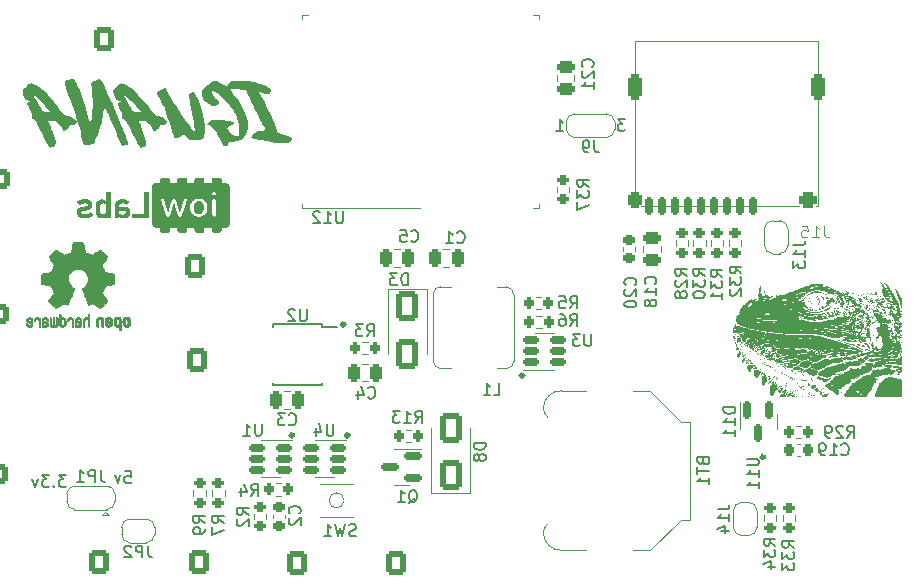
<source format=gbo>
G04 #@! TF.GenerationSoftware,KiCad,Pcbnew,7.0.5-7.0.5~ubuntu20.04.1*
G04 #@! TF.CreationDate,2023-10-16T22:49:32-03:00*
G04 #@! TF.ProjectId,Iguana_V1,49677561-6e61-45f5-9631-2e6b69636164,rev?*
G04 #@! TF.SameCoordinates,Original*
G04 #@! TF.FileFunction,Legend,Bot*
G04 #@! TF.FilePolarity,Positive*
%FSLAX46Y46*%
G04 Gerber Fmt 4.6, Leading zero omitted, Abs format (unit mm)*
G04 Created by KiCad (PCBNEW 7.0.5-7.0.5~ubuntu20.04.1) date 2023-10-16 22:49:32*
%MOMM*%
%LPD*%
G01*
G04 APERTURE LIST*
G04 Aperture macros list*
%AMRoundRect*
0 Rectangle with rounded corners*
0 $1 Rounding radius*
0 $2 $3 $4 $5 $6 $7 $8 $9 X,Y pos of 4 corners*
0 Add a 4 corners polygon primitive as box body*
4,1,4,$2,$3,$4,$5,$6,$7,$8,$9,$2,$3,0*
0 Add four circle primitives for the rounded corners*
1,1,$1+$1,$2,$3*
1,1,$1+$1,$4,$5*
1,1,$1+$1,$6,$7*
1,1,$1+$1,$8,$9*
0 Add four rect primitives between the rounded corners*
20,1,$1+$1,$2,$3,$4,$5,0*
20,1,$1+$1,$4,$5,$6,$7,0*
20,1,$1+$1,$6,$7,$8,$9,0*
20,1,$1+$1,$8,$9,$2,$3,0*%
%AMFreePoly0*
4,1,19,0.550000,-0.750000,0.000000,-0.750000,0.000000,-0.744911,-0.071157,-0.744911,-0.207708,-0.704816,-0.327430,-0.627875,-0.420627,-0.520320,-0.479746,-0.390866,-0.500000,-0.250000,-0.500000,0.250000,-0.479746,0.390866,-0.420627,0.520320,-0.327430,0.627875,-0.207708,0.704816,-0.071157,0.744911,0.000000,0.744911,0.000000,0.750000,0.550000,0.750000,0.550000,-0.750000,0.550000,-0.750000,
$1*%
%AMFreePoly1*
4,1,19,0.000000,0.744911,0.071157,0.744911,0.207708,0.704816,0.327430,0.627875,0.420627,0.520320,0.479746,0.390866,0.500000,0.250000,0.500000,-0.250000,0.479746,-0.390866,0.420627,-0.520320,0.327430,-0.627875,0.207708,-0.704816,0.071157,-0.744911,0.000000,-0.744911,0.000000,-0.750000,-0.550000,-0.750000,-0.550000,0.750000,0.000000,0.750000,0.000000,0.744911,0.000000,0.744911,
$1*%
%AMFreePoly2*
4,1,19,0.500000,-0.750000,0.000000,-0.750000,0.000000,-0.744911,-0.071157,-0.744911,-0.207708,-0.704816,-0.327430,-0.627875,-0.420627,-0.520320,-0.479746,-0.390866,-0.500000,-0.250000,-0.500000,0.250000,-0.479746,0.390866,-0.420627,0.520320,-0.327430,0.627875,-0.207708,0.704816,-0.071157,0.744911,0.000000,0.744911,0.000000,0.750000,0.500000,0.750000,0.500000,-0.750000,0.500000,-0.750000,
$1*%
%AMFreePoly3*
4,1,19,0.000000,0.744911,0.071157,0.744911,0.207708,0.704816,0.327430,0.627875,0.420627,0.520320,0.479746,0.390866,0.500000,0.250000,0.500000,-0.250000,0.479746,-0.390866,0.420627,-0.520320,0.327430,-0.627875,0.207708,-0.704816,0.071157,-0.744911,0.000000,-0.744911,0.000000,-0.750000,-0.500000,-0.750000,-0.500000,0.750000,0.000000,0.750000,0.000000,0.744911,0.000000,0.744911,
$1*%
G04 Aperture macros list end*
%ADD10C,0.298607*%
%ADD11C,0.150000*%
%ADD12C,0.100000*%
%ADD13C,0.120000*%
%ADD14C,0.010000*%
%ADD15R,1.700000X1.700000*%
%ADD16O,1.700000X1.700000*%
%ADD17O,0.890000X1.550000*%
%ADD18O,1.250000X0.950000*%
%ADD19RoundRect,0.250000X0.600000X0.750000X-0.600000X0.750000X-0.600000X-0.750000X0.600000X-0.750000X0*%
%ADD20O,1.700000X2.000000*%
%ADD21RoundRect,0.250000X-0.600000X-0.725000X0.600000X-0.725000X0.600000X0.725000X-0.600000X0.725000X0*%
%ADD22O,1.700000X1.950000*%
%ADD23RoundRect,0.250000X0.600000X0.725000X-0.600000X0.725000X-0.600000X-0.725000X0.600000X-0.725000X0*%
%ADD24RoundRect,0.250000X0.725000X-0.600000X0.725000X0.600000X-0.725000X0.600000X-0.725000X-0.600000X0*%
%ADD25O,1.950000X1.700000*%
%ADD26RoundRect,0.200000X0.275000X-0.200000X0.275000X0.200000X-0.275000X0.200000X-0.275000X-0.200000X0*%
%ADD27RoundRect,0.200000X0.200000X0.275000X-0.200000X0.275000X-0.200000X-0.275000X0.200000X-0.275000X0*%
%ADD28RoundRect,0.175000X0.175000X0.625000X-0.175000X0.625000X-0.175000X-0.625000X0.175000X-0.625000X0*%
%ADD29RoundRect,0.300000X0.300000X0.800000X-0.300000X0.800000X-0.300000X-0.800000X0.300000X-0.800000X0*%
%ADD30RoundRect,0.300000X0.300000X0.400000X-0.300000X0.400000X-0.300000X-0.400000X0.300000X-0.400000X0*%
%ADD31RoundRect,0.350000X0.450000X0.350000X-0.450000X0.350000X-0.450000X-0.350000X0.450000X-0.350000X0*%
%ADD32RoundRect,0.200000X-0.275000X0.200000X-0.275000X-0.200000X0.275000X-0.200000X0.275000X0.200000X0*%
%ADD33FreePoly0,180.000000*%
%ADD34R,1.000000X1.500000*%
%ADD35FreePoly1,180.000000*%
%ADD36R,1.500000X0.650000*%
%ADD37R,2.700000X3.600000*%
%ADD38RoundRect,0.200000X-0.200000X-0.275000X0.200000X-0.275000X0.200000X0.275000X-0.200000X0.275000X0*%
%ADD39RoundRect,0.225000X-0.225000X-0.250000X0.225000X-0.250000X0.225000X0.250000X-0.225000X0.250000X0*%
%ADD40RoundRect,0.225000X-0.250000X0.225000X-0.250000X-0.225000X0.250000X-0.225000X0.250000X0.225000X0*%
%ADD41FreePoly2,0.000000*%
%ADD42FreePoly3,0.000000*%
%ADD43FreePoly2,270.000000*%
%ADD44FreePoly3,270.000000*%
%ADD45R,2.500000X1.000000*%
%ADD46RoundRect,0.250000X-0.475000X0.250000X-0.475000X-0.250000X0.475000X-0.250000X0.475000X0.250000X0*%
%ADD47RoundRect,0.150000X0.512500X0.150000X-0.512500X0.150000X-0.512500X-0.150000X0.512500X-0.150000X0*%
%ADD48FreePoly0,0.000000*%
%ADD49FreePoly1,0.000000*%
%ADD50RoundRect,0.150000X-0.150000X0.587500X-0.150000X-0.587500X0.150000X-0.587500X0.150000X0.587500X0*%
%ADD51RoundRect,0.250000X0.650000X-1.000000X0.650000X1.000000X-0.650000X1.000000X-0.650000X-1.000000X0*%
%ADD52R,3.300000X3.500000*%
%ADD53C,10.200000*%
%ADD54R,1.250000X0.900000*%
%ADD55RoundRect,0.250000X-0.250000X-0.475000X0.250000X-0.475000X0.250000X0.475000X-0.250000X0.475000X0*%
%ADD56R,0.500000X0.800000*%
%ADD57RoundRect,0.250000X0.250000X0.475000X-0.250000X0.475000X-0.250000X-0.475000X0.250000X-0.475000X0*%
%ADD58RoundRect,0.150000X-0.512500X-0.150000X0.512500X-0.150000X0.512500X0.150000X-0.512500X0.150000X0*%
%ADD59RoundRect,0.250000X-0.650000X1.000000X-0.650000X-1.000000X0.650000X-1.000000X0.650000X1.000000X0*%
%ADD60R,3.500000X2.950000*%
%ADD61RoundRect,0.150000X0.587500X0.150000X-0.587500X0.150000X-0.587500X-0.150000X0.587500X-0.150000X0*%
G04 APERTURE END LIST*
D10*
X147649303Y-68250000D02*
G75*
G03*
X147649303Y-68250000I-149303J0D01*
G01*
X127249303Y-61350000D02*
G75*
G03*
X127249303Y-61350000I-149303J0D01*
G01*
X112449303Y-66400000D02*
G75*
G03*
X112449303Y-66400000I-149303J0D01*
G01*
X107749303Y-66400000D02*
G75*
G03*
X107749303Y-66400000I-149303J0D01*
G01*
X112099303Y-57000000D02*
G75*
G03*
X112099303Y-57000000I-149303J0D01*
G01*
D11*
X88513483Y-69774844D02*
X87894436Y-69774844D01*
X87894436Y-69774844D02*
X88227769Y-70155796D01*
X88227769Y-70155796D02*
X88084912Y-70155796D01*
X88084912Y-70155796D02*
X87989674Y-70203415D01*
X87989674Y-70203415D02*
X87942055Y-70251034D01*
X87942055Y-70251034D02*
X87894436Y-70346272D01*
X87894436Y-70346272D02*
X87894436Y-70584367D01*
X87894436Y-70584367D02*
X87942055Y-70679605D01*
X87942055Y-70679605D02*
X87989674Y-70727225D01*
X87989674Y-70727225D02*
X88084912Y-70774844D01*
X88084912Y-70774844D02*
X88370626Y-70774844D01*
X88370626Y-70774844D02*
X88465864Y-70727225D01*
X88465864Y-70727225D02*
X88513483Y-70679605D01*
X87465864Y-70679605D02*
X87418245Y-70727225D01*
X87418245Y-70727225D02*
X87465864Y-70774844D01*
X87465864Y-70774844D02*
X87513483Y-70727225D01*
X87513483Y-70727225D02*
X87465864Y-70679605D01*
X87465864Y-70679605D02*
X87465864Y-70774844D01*
X87084912Y-69774844D02*
X86465865Y-69774844D01*
X86465865Y-69774844D02*
X86799198Y-70155796D01*
X86799198Y-70155796D02*
X86656341Y-70155796D01*
X86656341Y-70155796D02*
X86561103Y-70203415D01*
X86561103Y-70203415D02*
X86513484Y-70251034D01*
X86513484Y-70251034D02*
X86465865Y-70346272D01*
X86465865Y-70346272D02*
X86465865Y-70584367D01*
X86465865Y-70584367D02*
X86513484Y-70679605D01*
X86513484Y-70679605D02*
X86561103Y-70727225D01*
X86561103Y-70727225D02*
X86656341Y-70774844D01*
X86656341Y-70774844D02*
X86942055Y-70774844D01*
X86942055Y-70774844D02*
X87037293Y-70727225D01*
X87037293Y-70727225D02*
X87084912Y-70679605D01*
X86132531Y-70108177D02*
X85894436Y-70774844D01*
X85894436Y-70774844D02*
X85656341Y-70108177D01*
X93487030Y-69469819D02*
X93963220Y-69469819D01*
X93963220Y-69469819D02*
X94010839Y-69946009D01*
X94010839Y-69946009D02*
X93963220Y-69898390D01*
X93963220Y-69898390D02*
X93867982Y-69850771D01*
X93867982Y-69850771D02*
X93629887Y-69850771D01*
X93629887Y-69850771D02*
X93534649Y-69898390D01*
X93534649Y-69898390D02*
X93487030Y-69946009D01*
X93487030Y-69946009D02*
X93439411Y-70041247D01*
X93439411Y-70041247D02*
X93439411Y-70279342D01*
X93439411Y-70279342D02*
X93487030Y-70374580D01*
X93487030Y-70374580D02*
X93534649Y-70422200D01*
X93534649Y-70422200D02*
X93629887Y-70469819D01*
X93629887Y-70469819D02*
X93867982Y-70469819D01*
X93867982Y-70469819D02*
X93963220Y-70422200D01*
X93963220Y-70422200D02*
X94010839Y-70374580D01*
X93106077Y-69803152D02*
X92867982Y-70469819D01*
X92867982Y-70469819D02*
X92629887Y-69803152D01*
X145674819Y-52697142D02*
X145198628Y-52363809D01*
X145674819Y-52125714D02*
X144674819Y-52125714D01*
X144674819Y-52125714D02*
X144674819Y-52506666D01*
X144674819Y-52506666D02*
X144722438Y-52601904D01*
X144722438Y-52601904D02*
X144770057Y-52649523D01*
X144770057Y-52649523D02*
X144865295Y-52697142D01*
X144865295Y-52697142D02*
X145008152Y-52697142D01*
X145008152Y-52697142D02*
X145103390Y-52649523D01*
X145103390Y-52649523D02*
X145151009Y-52601904D01*
X145151009Y-52601904D02*
X145198628Y-52506666D01*
X145198628Y-52506666D02*
X145198628Y-52125714D01*
X144674819Y-53030476D02*
X144674819Y-53649523D01*
X144674819Y-53649523D02*
X145055771Y-53316190D01*
X145055771Y-53316190D02*
X145055771Y-53459047D01*
X145055771Y-53459047D02*
X145103390Y-53554285D01*
X145103390Y-53554285D02*
X145151009Y-53601904D01*
X145151009Y-53601904D02*
X145246247Y-53649523D01*
X145246247Y-53649523D02*
X145484342Y-53649523D01*
X145484342Y-53649523D02*
X145579580Y-53601904D01*
X145579580Y-53601904D02*
X145627200Y-53554285D01*
X145627200Y-53554285D02*
X145674819Y-53459047D01*
X145674819Y-53459047D02*
X145674819Y-53173333D01*
X145674819Y-53173333D02*
X145627200Y-53078095D01*
X145627200Y-53078095D02*
X145579580Y-53030476D01*
X144770057Y-54030476D02*
X144722438Y-54078095D01*
X144722438Y-54078095D02*
X144674819Y-54173333D01*
X144674819Y-54173333D02*
X144674819Y-54411428D01*
X144674819Y-54411428D02*
X144722438Y-54506666D01*
X144722438Y-54506666D02*
X144770057Y-54554285D01*
X144770057Y-54554285D02*
X144865295Y-54601904D01*
X144865295Y-54601904D02*
X144960533Y-54601904D01*
X144960533Y-54601904D02*
X145103390Y-54554285D01*
X145103390Y-54554285D02*
X145674819Y-53982857D01*
X145674819Y-53982857D02*
X145674819Y-54601904D01*
X144074819Y-52997142D02*
X143598628Y-52663809D01*
X144074819Y-52425714D02*
X143074819Y-52425714D01*
X143074819Y-52425714D02*
X143074819Y-52806666D01*
X143074819Y-52806666D02*
X143122438Y-52901904D01*
X143122438Y-52901904D02*
X143170057Y-52949523D01*
X143170057Y-52949523D02*
X143265295Y-52997142D01*
X143265295Y-52997142D02*
X143408152Y-52997142D01*
X143408152Y-52997142D02*
X143503390Y-52949523D01*
X143503390Y-52949523D02*
X143551009Y-52901904D01*
X143551009Y-52901904D02*
X143598628Y-52806666D01*
X143598628Y-52806666D02*
X143598628Y-52425714D01*
X143074819Y-53330476D02*
X143074819Y-53949523D01*
X143074819Y-53949523D02*
X143455771Y-53616190D01*
X143455771Y-53616190D02*
X143455771Y-53759047D01*
X143455771Y-53759047D02*
X143503390Y-53854285D01*
X143503390Y-53854285D02*
X143551009Y-53901904D01*
X143551009Y-53901904D02*
X143646247Y-53949523D01*
X143646247Y-53949523D02*
X143884342Y-53949523D01*
X143884342Y-53949523D02*
X143979580Y-53901904D01*
X143979580Y-53901904D02*
X144027200Y-53854285D01*
X144027200Y-53854285D02*
X144074819Y-53759047D01*
X144074819Y-53759047D02*
X144074819Y-53473333D01*
X144074819Y-53473333D02*
X144027200Y-53378095D01*
X144027200Y-53378095D02*
X143979580Y-53330476D01*
X144074819Y-54901904D02*
X144074819Y-54330476D01*
X144074819Y-54616190D02*
X143074819Y-54616190D01*
X143074819Y-54616190D02*
X143217676Y-54520952D01*
X143217676Y-54520952D02*
X143312914Y-54425714D01*
X143312914Y-54425714D02*
X143360533Y-54330476D01*
X131166666Y-55654819D02*
X131499999Y-55178628D01*
X131738094Y-55654819D02*
X131738094Y-54654819D01*
X131738094Y-54654819D02*
X131357142Y-54654819D01*
X131357142Y-54654819D02*
X131261904Y-54702438D01*
X131261904Y-54702438D02*
X131214285Y-54750057D01*
X131214285Y-54750057D02*
X131166666Y-54845295D01*
X131166666Y-54845295D02*
X131166666Y-54988152D01*
X131166666Y-54988152D02*
X131214285Y-55083390D01*
X131214285Y-55083390D02*
X131261904Y-55131009D01*
X131261904Y-55131009D02*
X131357142Y-55178628D01*
X131357142Y-55178628D02*
X131738094Y-55178628D01*
X130261904Y-54654819D02*
X130738094Y-54654819D01*
X130738094Y-54654819D02*
X130785713Y-55131009D01*
X130785713Y-55131009D02*
X130738094Y-55083390D01*
X130738094Y-55083390D02*
X130642856Y-55035771D01*
X130642856Y-55035771D02*
X130404761Y-55035771D01*
X130404761Y-55035771D02*
X130309523Y-55083390D01*
X130309523Y-55083390D02*
X130261904Y-55131009D01*
X130261904Y-55131009D02*
X130214285Y-55226247D01*
X130214285Y-55226247D02*
X130214285Y-55464342D01*
X130214285Y-55464342D02*
X130261904Y-55559580D01*
X130261904Y-55559580D02*
X130309523Y-55607200D01*
X130309523Y-55607200D02*
X130404761Y-55654819D01*
X130404761Y-55654819D02*
X130642856Y-55654819D01*
X130642856Y-55654819D02*
X130738094Y-55607200D01*
X130738094Y-55607200D02*
X130785713Y-55559580D01*
D12*
X152689523Y-48657419D02*
X152689523Y-49371704D01*
X152689523Y-49371704D02*
X152737142Y-49514561D01*
X152737142Y-49514561D02*
X152832380Y-49609800D01*
X152832380Y-49609800D02*
X152975237Y-49657419D01*
X152975237Y-49657419D02*
X153070475Y-49657419D01*
X151689523Y-49657419D02*
X152260951Y-49657419D01*
X151975237Y-49657419D02*
X151975237Y-48657419D01*
X151975237Y-48657419D02*
X152070475Y-48800276D01*
X152070475Y-48800276D02*
X152165713Y-48895514D01*
X152165713Y-48895514D02*
X152260951Y-48943133D01*
X150784761Y-48657419D02*
X151260951Y-48657419D01*
X151260951Y-48657419D02*
X151308570Y-49133609D01*
X151308570Y-49133609D02*
X151260951Y-49085990D01*
X151260951Y-49085990D02*
X151165713Y-49038371D01*
X151165713Y-49038371D02*
X150927618Y-49038371D01*
X150927618Y-49038371D02*
X150832380Y-49085990D01*
X150832380Y-49085990D02*
X150784761Y-49133609D01*
X150784761Y-49133609D02*
X150737142Y-49228847D01*
X150737142Y-49228847D02*
X150737142Y-49466942D01*
X150737142Y-49466942D02*
X150784761Y-49562180D01*
X150784761Y-49562180D02*
X150832380Y-49609800D01*
X150832380Y-49609800D02*
X150927618Y-49657419D01*
X150927618Y-49657419D02*
X151165713Y-49657419D01*
X151165713Y-49657419D02*
X151260951Y-49609800D01*
X151260951Y-49609800D02*
X151308570Y-49562180D01*
D11*
X101854819Y-73833333D02*
X101378628Y-73500000D01*
X101854819Y-73261905D02*
X100854819Y-73261905D01*
X100854819Y-73261905D02*
X100854819Y-73642857D01*
X100854819Y-73642857D02*
X100902438Y-73738095D01*
X100902438Y-73738095D02*
X100950057Y-73785714D01*
X100950057Y-73785714D02*
X101045295Y-73833333D01*
X101045295Y-73833333D02*
X101188152Y-73833333D01*
X101188152Y-73833333D02*
X101283390Y-73785714D01*
X101283390Y-73785714D02*
X101331009Y-73738095D01*
X101331009Y-73738095D02*
X101378628Y-73642857D01*
X101378628Y-73642857D02*
X101378628Y-73261905D01*
X100854819Y-74166667D02*
X100854819Y-74833333D01*
X100854819Y-74833333D02*
X101854819Y-74404762D01*
X104166666Y-71554819D02*
X104499999Y-71078628D01*
X104738094Y-71554819D02*
X104738094Y-70554819D01*
X104738094Y-70554819D02*
X104357142Y-70554819D01*
X104357142Y-70554819D02*
X104261904Y-70602438D01*
X104261904Y-70602438D02*
X104214285Y-70650057D01*
X104214285Y-70650057D02*
X104166666Y-70745295D01*
X104166666Y-70745295D02*
X104166666Y-70888152D01*
X104166666Y-70888152D02*
X104214285Y-70983390D01*
X104214285Y-70983390D02*
X104261904Y-71031009D01*
X104261904Y-71031009D02*
X104357142Y-71078628D01*
X104357142Y-71078628D02*
X104738094Y-71078628D01*
X103309523Y-70888152D02*
X103309523Y-71554819D01*
X103547618Y-70507200D02*
X103785713Y-71221485D01*
X103785713Y-71221485D02*
X103166666Y-71221485D01*
X91433333Y-69354819D02*
X91433333Y-70069104D01*
X91433333Y-70069104D02*
X91480952Y-70211961D01*
X91480952Y-70211961D02*
X91576190Y-70307200D01*
X91576190Y-70307200D02*
X91719047Y-70354819D01*
X91719047Y-70354819D02*
X91814285Y-70354819D01*
X90957142Y-70354819D02*
X90957142Y-69354819D01*
X90957142Y-69354819D02*
X90576190Y-69354819D01*
X90576190Y-69354819D02*
X90480952Y-69402438D01*
X90480952Y-69402438D02*
X90433333Y-69450057D01*
X90433333Y-69450057D02*
X90385714Y-69545295D01*
X90385714Y-69545295D02*
X90385714Y-69688152D01*
X90385714Y-69688152D02*
X90433333Y-69783390D01*
X90433333Y-69783390D02*
X90480952Y-69831009D01*
X90480952Y-69831009D02*
X90576190Y-69878628D01*
X90576190Y-69878628D02*
X90957142Y-69878628D01*
X89433333Y-70354819D02*
X90004761Y-70354819D01*
X89719047Y-70354819D02*
X89719047Y-69354819D01*
X89719047Y-69354819D02*
X89814285Y-69497676D01*
X89814285Y-69497676D02*
X89909523Y-69592914D01*
X89909523Y-69592914D02*
X90004761Y-69640533D01*
X108861904Y-55754819D02*
X108861904Y-56564342D01*
X108861904Y-56564342D02*
X108814285Y-56659580D01*
X108814285Y-56659580D02*
X108766666Y-56707200D01*
X108766666Y-56707200D02*
X108671428Y-56754819D01*
X108671428Y-56754819D02*
X108480952Y-56754819D01*
X108480952Y-56754819D02*
X108385714Y-56707200D01*
X108385714Y-56707200D02*
X108338095Y-56659580D01*
X108338095Y-56659580D02*
X108290476Y-56564342D01*
X108290476Y-56564342D02*
X108290476Y-55754819D01*
X107861904Y-55850057D02*
X107814285Y-55802438D01*
X107814285Y-55802438D02*
X107719047Y-55754819D01*
X107719047Y-55754819D02*
X107480952Y-55754819D01*
X107480952Y-55754819D02*
X107385714Y-55802438D01*
X107385714Y-55802438D02*
X107338095Y-55850057D01*
X107338095Y-55850057D02*
X107290476Y-55945295D01*
X107290476Y-55945295D02*
X107290476Y-56040533D01*
X107290476Y-56040533D02*
X107338095Y-56183390D01*
X107338095Y-56183390D02*
X107909523Y-56754819D01*
X107909523Y-56754819D02*
X107290476Y-56754819D01*
X132754819Y-45357142D02*
X132278628Y-45023809D01*
X132754819Y-44785714D02*
X131754819Y-44785714D01*
X131754819Y-44785714D02*
X131754819Y-45166666D01*
X131754819Y-45166666D02*
X131802438Y-45261904D01*
X131802438Y-45261904D02*
X131850057Y-45309523D01*
X131850057Y-45309523D02*
X131945295Y-45357142D01*
X131945295Y-45357142D02*
X132088152Y-45357142D01*
X132088152Y-45357142D02*
X132183390Y-45309523D01*
X132183390Y-45309523D02*
X132231009Y-45261904D01*
X132231009Y-45261904D02*
X132278628Y-45166666D01*
X132278628Y-45166666D02*
X132278628Y-44785714D01*
X131754819Y-45690476D02*
X131754819Y-46309523D01*
X131754819Y-46309523D02*
X132135771Y-45976190D01*
X132135771Y-45976190D02*
X132135771Y-46119047D01*
X132135771Y-46119047D02*
X132183390Y-46214285D01*
X132183390Y-46214285D02*
X132231009Y-46261904D01*
X132231009Y-46261904D02*
X132326247Y-46309523D01*
X132326247Y-46309523D02*
X132564342Y-46309523D01*
X132564342Y-46309523D02*
X132659580Y-46261904D01*
X132659580Y-46261904D02*
X132707200Y-46214285D01*
X132707200Y-46214285D02*
X132754819Y-46119047D01*
X132754819Y-46119047D02*
X132754819Y-45833333D01*
X132754819Y-45833333D02*
X132707200Y-45738095D01*
X132707200Y-45738095D02*
X132659580Y-45690476D01*
X131754819Y-46642857D02*
X131754819Y-47309523D01*
X131754819Y-47309523D02*
X132754819Y-46880952D01*
X154642857Y-66604819D02*
X154976190Y-66128628D01*
X155214285Y-66604819D02*
X155214285Y-65604819D01*
X155214285Y-65604819D02*
X154833333Y-65604819D01*
X154833333Y-65604819D02*
X154738095Y-65652438D01*
X154738095Y-65652438D02*
X154690476Y-65700057D01*
X154690476Y-65700057D02*
X154642857Y-65795295D01*
X154642857Y-65795295D02*
X154642857Y-65938152D01*
X154642857Y-65938152D02*
X154690476Y-66033390D01*
X154690476Y-66033390D02*
X154738095Y-66081009D01*
X154738095Y-66081009D02*
X154833333Y-66128628D01*
X154833333Y-66128628D02*
X155214285Y-66128628D01*
X154261904Y-65700057D02*
X154214285Y-65652438D01*
X154214285Y-65652438D02*
X154119047Y-65604819D01*
X154119047Y-65604819D02*
X153880952Y-65604819D01*
X153880952Y-65604819D02*
X153785714Y-65652438D01*
X153785714Y-65652438D02*
X153738095Y-65700057D01*
X153738095Y-65700057D02*
X153690476Y-65795295D01*
X153690476Y-65795295D02*
X153690476Y-65890533D01*
X153690476Y-65890533D02*
X153738095Y-66033390D01*
X153738095Y-66033390D02*
X154309523Y-66604819D01*
X154309523Y-66604819D02*
X153690476Y-66604819D01*
X153214285Y-66604819D02*
X153023809Y-66604819D01*
X153023809Y-66604819D02*
X152928571Y-66557200D01*
X152928571Y-66557200D02*
X152880952Y-66509580D01*
X152880952Y-66509580D02*
X152785714Y-66366723D01*
X152785714Y-66366723D02*
X152738095Y-66176247D01*
X152738095Y-66176247D02*
X152738095Y-65795295D01*
X152738095Y-65795295D02*
X152785714Y-65700057D01*
X152785714Y-65700057D02*
X152833333Y-65652438D01*
X152833333Y-65652438D02*
X152928571Y-65604819D01*
X152928571Y-65604819D02*
X153119047Y-65604819D01*
X153119047Y-65604819D02*
X153214285Y-65652438D01*
X153214285Y-65652438D02*
X153261904Y-65700057D01*
X153261904Y-65700057D02*
X153309523Y-65795295D01*
X153309523Y-65795295D02*
X153309523Y-66033390D01*
X153309523Y-66033390D02*
X153261904Y-66128628D01*
X153261904Y-66128628D02*
X153214285Y-66176247D01*
X153214285Y-66176247D02*
X153119047Y-66223866D01*
X153119047Y-66223866D02*
X152928571Y-66223866D01*
X152928571Y-66223866D02*
X152833333Y-66176247D01*
X152833333Y-66176247D02*
X152785714Y-66128628D01*
X152785714Y-66128628D02*
X152738095Y-66033390D01*
X150154819Y-75932142D02*
X149678628Y-75598809D01*
X150154819Y-75360714D02*
X149154819Y-75360714D01*
X149154819Y-75360714D02*
X149154819Y-75741666D01*
X149154819Y-75741666D02*
X149202438Y-75836904D01*
X149202438Y-75836904D02*
X149250057Y-75884523D01*
X149250057Y-75884523D02*
X149345295Y-75932142D01*
X149345295Y-75932142D02*
X149488152Y-75932142D01*
X149488152Y-75932142D02*
X149583390Y-75884523D01*
X149583390Y-75884523D02*
X149631009Y-75836904D01*
X149631009Y-75836904D02*
X149678628Y-75741666D01*
X149678628Y-75741666D02*
X149678628Y-75360714D01*
X149154819Y-76265476D02*
X149154819Y-76884523D01*
X149154819Y-76884523D02*
X149535771Y-76551190D01*
X149535771Y-76551190D02*
X149535771Y-76694047D01*
X149535771Y-76694047D02*
X149583390Y-76789285D01*
X149583390Y-76789285D02*
X149631009Y-76836904D01*
X149631009Y-76836904D02*
X149726247Y-76884523D01*
X149726247Y-76884523D02*
X149964342Y-76884523D01*
X149964342Y-76884523D02*
X150059580Y-76836904D01*
X150059580Y-76836904D02*
X150107200Y-76789285D01*
X150107200Y-76789285D02*
X150154819Y-76694047D01*
X150154819Y-76694047D02*
X150154819Y-76408333D01*
X150154819Y-76408333D02*
X150107200Y-76313095D01*
X150107200Y-76313095D02*
X150059580Y-76265476D01*
X149154819Y-77217857D02*
X149154819Y-77836904D01*
X149154819Y-77836904D02*
X149535771Y-77503571D01*
X149535771Y-77503571D02*
X149535771Y-77646428D01*
X149535771Y-77646428D02*
X149583390Y-77741666D01*
X149583390Y-77741666D02*
X149631009Y-77789285D01*
X149631009Y-77789285D02*
X149726247Y-77836904D01*
X149726247Y-77836904D02*
X149964342Y-77836904D01*
X149964342Y-77836904D02*
X150059580Y-77789285D01*
X150059580Y-77789285D02*
X150107200Y-77741666D01*
X150107200Y-77741666D02*
X150154819Y-77646428D01*
X150154819Y-77646428D02*
X150154819Y-77360714D01*
X150154819Y-77360714D02*
X150107200Y-77265476D01*
X150107200Y-77265476D02*
X150059580Y-77217857D01*
X154142857Y-68009580D02*
X154190476Y-68057200D01*
X154190476Y-68057200D02*
X154333333Y-68104819D01*
X154333333Y-68104819D02*
X154428571Y-68104819D01*
X154428571Y-68104819D02*
X154571428Y-68057200D01*
X154571428Y-68057200D02*
X154666666Y-67961961D01*
X154666666Y-67961961D02*
X154714285Y-67866723D01*
X154714285Y-67866723D02*
X154761904Y-67676247D01*
X154761904Y-67676247D02*
X154761904Y-67533390D01*
X154761904Y-67533390D02*
X154714285Y-67342914D01*
X154714285Y-67342914D02*
X154666666Y-67247676D01*
X154666666Y-67247676D02*
X154571428Y-67152438D01*
X154571428Y-67152438D02*
X154428571Y-67104819D01*
X154428571Y-67104819D02*
X154333333Y-67104819D01*
X154333333Y-67104819D02*
X154190476Y-67152438D01*
X154190476Y-67152438D02*
X154142857Y-67200057D01*
X153190476Y-68104819D02*
X153761904Y-68104819D01*
X153476190Y-68104819D02*
X153476190Y-67104819D01*
X153476190Y-67104819D02*
X153571428Y-67247676D01*
X153571428Y-67247676D02*
X153666666Y-67342914D01*
X153666666Y-67342914D02*
X153761904Y-67390533D01*
X152714285Y-68104819D02*
X152523809Y-68104819D01*
X152523809Y-68104819D02*
X152428571Y-68057200D01*
X152428571Y-68057200D02*
X152380952Y-68009580D01*
X152380952Y-68009580D02*
X152285714Y-67866723D01*
X152285714Y-67866723D02*
X152238095Y-67676247D01*
X152238095Y-67676247D02*
X152238095Y-67295295D01*
X152238095Y-67295295D02*
X152285714Y-67200057D01*
X152285714Y-67200057D02*
X152333333Y-67152438D01*
X152333333Y-67152438D02*
X152428571Y-67104819D01*
X152428571Y-67104819D02*
X152619047Y-67104819D01*
X152619047Y-67104819D02*
X152714285Y-67152438D01*
X152714285Y-67152438D02*
X152761904Y-67200057D01*
X152761904Y-67200057D02*
X152809523Y-67295295D01*
X152809523Y-67295295D02*
X152809523Y-67533390D01*
X152809523Y-67533390D02*
X152761904Y-67628628D01*
X152761904Y-67628628D02*
X152714285Y-67676247D01*
X152714285Y-67676247D02*
X152619047Y-67723866D01*
X152619047Y-67723866D02*
X152428571Y-67723866D01*
X152428571Y-67723866D02*
X152333333Y-67676247D01*
X152333333Y-67676247D02*
X152285714Y-67628628D01*
X152285714Y-67628628D02*
X152238095Y-67533390D01*
X136679580Y-53691190D02*
X136727200Y-53643571D01*
X136727200Y-53643571D02*
X136774819Y-53500714D01*
X136774819Y-53500714D02*
X136774819Y-53405476D01*
X136774819Y-53405476D02*
X136727200Y-53262619D01*
X136727200Y-53262619D02*
X136631961Y-53167381D01*
X136631961Y-53167381D02*
X136536723Y-53119762D01*
X136536723Y-53119762D02*
X136346247Y-53072143D01*
X136346247Y-53072143D02*
X136203390Y-53072143D01*
X136203390Y-53072143D02*
X136012914Y-53119762D01*
X136012914Y-53119762D02*
X135917676Y-53167381D01*
X135917676Y-53167381D02*
X135822438Y-53262619D01*
X135822438Y-53262619D02*
X135774819Y-53405476D01*
X135774819Y-53405476D02*
X135774819Y-53500714D01*
X135774819Y-53500714D02*
X135822438Y-53643571D01*
X135822438Y-53643571D02*
X135870057Y-53691190D01*
X135870057Y-54072143D02*
X135822438Y-54119762D01*
X135822438Y-54119762D02*
X135774819Y-54215000D01*
X135774819Y-54215000D02*
X135774819Y-54453095D01*
X135774819Y-54453095D02*
X135822438Y-54548333D01*
X135822438Y-54548333D02*
X135870057Y-54595952D01*
X135870057Y-54595952D02*
X135965295Y-54643571D01*
X135965295Y-54643571D02*
X136060533Y-54643571D01*
X136060533Y-54643571D02*
X136203390Y-54595952D01*
X136203390Y-54595952D02*
X136774819Y-54024524D01*
X136774819Y-54024524D02*
X136774819Y-54643571D01*
X135774819Y-55262619D02*
X135774819Y-55357857D01*
X135774819Y-55357857D02*
X135822438Y-55453095D01*
X135822438Y-55453095D02*
X135870057Y-55500714D01*
X135870057Y-55500714D02*
X135965295Y-55548333D01*
X135965295Y-55548333D02*
X136155771Y-55595952D01*
X136155771Y-55595952D02*
X136393866Y-55595952D01*
X136393866Y-55595952D02*
X136584342Y-55548333D01*
X136584342Y-55548333D02*
X136679580Y-55500714D01*
X136679580Y-55500714D02*
X136727200Y-55453095D01*
X136727200Y-55453095D02*
X136774819Y-55357857D01*
X136774819Y-55357857D02*
X136774819Y-55262619D01*
X136774819Y-55262619D02*
X136727200Y-55167381D01*
X136727200Y-55167381D02*
X136679580Y-55119762D01*
X136679580Y-55119762D02*
X136584342Y-55072143D01*
X136584342Y-55072143D02*
X136393866Y-55024524D01*
X136393866Y-55024524D02*
X136155771Y-55024524D01*
X136155771Y-55024524D02*
X135965295Y-55072143D01*
X135965295Y-55072143D02*
X135870057Y-55119762D01*
X135870057Y-55119762D02*
X135822438Y-55167381D01*
X135822438Y-55167381D02*
X135774819Y-55262619D01*
X95433333Y-75754819D02*
X95433333Y-76469104D01*
X95433333Y-76469104D02*
X95480952Y-76611961D01*
X95480952Y-76611961D02*
X95576190Y-76707200D01*
X95576190Y-76707200D02*
X95719047Y-76754819D01*
X95719047Y-76754819D02*
X95814285Y-76754819D01*
X94957142Y-76754819D02*
X94957142Y-75754819D01*
X94957142Y-75754819D02*
X94576190Y-75754819D01*
X94576190Y-75754819D02*
X94480952Y-75802438D01*
X94480952Y-75802438D02*
X94433333Y-75850057D01*
X94433333Y-75850057D02*
X94385714Y-75945295D01*
X94385714Y-75945295D02*
X94385714Y-76088152D01*
X94385714Y-76088152D02*
X94433333Y-76183390D01*
X94433333Y-76183390D02*
X94480952Y-76231009D01*
X94480952Y-76231009D02*
X94576190Y-76278628D01*
X94576190Y-76278628D02*
X94957142Y-76278628D01*
X94004761Y-75850057D02*
X93957142Y-75802438D01*
X93957142Y-75802438D02*
X93861904Y-75754819D01*
X93861904Y-75754819D02*
X93623809Y-75754819D01*
X93623809Y-75754819D02*
X93528571Y-75802438D01*
X93528571Y-75802438D02*
X93480952Y-75850057D01*
X93480952Y-75850057D02*
X93433333Y-75945295D01*
X93433333Y-75945295D02*
X93433333Y-76040533D01*
X93433333Y-76040533D02*
X93480952Y-76183390D01*
X93480952Y-76183390D02*
X94052380Y-76754819D01*
X94052380Y-76754819D02*
X93433333Y-76754819D01*
X100254819Y-73833333D02*
X99778628Y-73500000D01*
X100254819Y-73261905D02*
X99254819Y-73261905D01*
X99254819Y-73261905D02*
X99254819Y-73642857D01*
X99254819Y-73642857D02*
X99302438Y-73738095D01*
X99302438Y-73738095D02*
X99350057Y-73785714D01*
X99350057Y-73785714D02*
X99445295Y-73833333D01*
X99445295Y-73833333D02*
X99588152Y-73833333D01*
X99588152Y-73833333D02*
X99683390Y-73785714D01*
X99683390Y-73785714D02*
X99731009Y-73738095D01*
X99731009Y-73738095D02*
X99778628Y-73642857D01*
X99778628Y-73642857D02*
X99778628Y-73261905D01*
X100254819Y-74309524D02*
X100254819Y-74500000D01*
X100254819Y-74500000D02*
X100207200Y-74595238D01*
X100207200Y-74595238D02*
X100159580Y-74642857D01*
X100159580Y-74642857D02*
X100016723Y-74738095D01*
X100016723Y-74738095D02*
X99826247Y-74785714D01*
X99826247Y-74785714D02*
X99445295Y-74785714D01*
X99445295Y-74785714D02*
X99350057Y-74738095D01*
X99350057Y-74738095D02*
X99302438Y-74690476D01*
X99302438Y-74690476D02*
X99254819Y-74595238D01*
X99254819Y-74595238D02*
X99254819Y-74404762D01*
X99254819Y-74404762D02*
X99302438Y-74309524D01*
X99302438Y-74309524D02*
X99350057Y-74261905D01*
X99350057Y-74261905D02*
X99445295Y-74214286D01*
X99445295Y-74214286D02*
X99683390Y-74214286D01*
X99683390Y-74214286D02*
X99778628Y-74261905D01*
X99778628Y-74261905D02*
X99826247Y-74309524D01*
X99826247Y-74309524D02*
X99873866Y-74404762D01*
X99873866Y-74404762D02*
X99873866Y-74595238D01*
X99873866Y-74595238D02*
X99826247Y-74690476D01*
X99826247Y-74690476D02*
X99778628Y-74738095D01*
X99778628Y-74738095D02*
X99683390Y-74785714D01*
X150074819Y-50330476D02*
X150789104Y-50330476D01*
X150789104Y-50330476D02*
X150931961Y-50282857D01*
X150931961Y-50282857D02*
X151027200Y-50187619D01*
X151027200Y-50187619D02*
X151074819Y-50044762D01*
X151074819Y-50044762D02*
X151074819Y-49949524D01*
X151074819Y-51330476D02*
X151074819Y-50759048D01*
X151074819Y-51044762D02*
X150074819Y-51044762D01*
X150074819Y-51044762D02*
X150217676Y-50949524D01*
X150217676Y-50949524D02*
X150312914Y-50854286D01*
X150312914Y-50854286D02*
X150360533Y-50759048D01*
X150074819Y-51663810D02*
X150074819Y-52282857D01*
X150074819Y-52282857D02*
X150455771Y-51949524D01*
X150455771Y-51949524D02*
X150455771Y-52092381D01*
X150455771Y-52092381D02*
X150503390Y-52187619D01*
X150503390Y-52187619D02*
X150551009Y-52235238D01*
X150551009Y-52235238D02*
X150646247Y-52282857D01*
X150646247Y-52282857D02*
X150884342Y-52282857D01*
X150884342Y-52282857D02*
X150979580Y-52235238D01*
X150979580Y-52235238D02*
X151027200Y-52187619D01*
X151027200Y-52187619D02*
X151074819Y-52092381D01*
X151074819Y-52092381D02*
X151074819Y-51806667D01*
X151074819Y-51806667D02*
X151027200Y-51711429D01*
X151027200Y-51711429D02*
X150979580Y-51663810D01*
X111938094Y-47454819D02*
X111938094Y-48264342D01*
X111938094Y-48264342D02*
X111890475Y-48359580D01*
X111890475Y-48359580D02*
X111842856Y-48407200D01*
X111842856Y-48407200D02*
X111747618Y-48454819D01*
X111747618Y-48454819D02*
X111557142Y-48454819D01*
X111557142Y-48454819D02*
X111461904Y-48407200D01*
X111461904Y-48407200D02*
X111414285Y-48359580D01*
X111414285Y-48359580D02*
X111366666Y-48264342D01*
X111366666Y-48264342D02*
X111366666Y-47454819D01*
X110366666Y-48454819D02*
X110938094Y-48454819D01*
X110652380Y-48454819D02*
X110652380Y-47454819D01*
X110652380Y-47454819D02*
X110747618Y-47597676D01*
X110747618Y-47597676D02*
X110842856Y-47692914D01*
X110842856Y-47692914D02*
X110938094Y-47740533D01*
X109985713Y-47550057D02*
X109938094Y-47502438D01*
X109938094Y-47502438D02*
X109842856Y-47454819D01*
X109842856Y-47454819D02*
X109604761Y-47454819D01*
X109604761Y-47454819D02*
X109509523Y-47502438D01*
X109509523Y-47502438D02*
X109461904Y-47550057D01*
X109461904Y-47550057D02*
X109414285Y-47645295D01*
X109414285Y-47645295D02*
X109414285Y-47740533D01*
X109414285Y-47740533D02*
X109461904Y-47883390D01*
X109461904Y-47883390D02*
X110033332Y-48454819D01*
X110033332Y-48454819D02*
X109414285Y-48454819D01*
X133059580Y-35207142D02*
X133107200Y-35159523D01*
X133107200Y-35159523D02*
X133154819Y-35016666D01*
X133154819Y-35016666D02*
X133154819Y-34921428D01*
X133154819Y-34921428D02*
X133107200Y-34778571D01*
X133107200Y-34778571D02*
X133011961Y-34683333D01*
X133011961Y-34683333D02*
X132916723Y-34635714D01*
X132916723Y-34635714D02*
X132726247Y-34588095D01*
X132726247Y-34588095D02*
X132583390Y-34588095D01*
X132583390Y-34588095D02*
X132392914Y-34635714D01*
X132392914Y-34635714D02*
X132297676Y-34683333D01*
X132297676Y-34683333D02*
X132202438Y-34778571D01*
X132202438Y-34778571D02*
X132154819Y-34921428D01*
X132154819Y-34921428D02*
X132154819Y-35016666D01*
X132154819Y-35016666D02*
X132202438Y-35159523D01*
X132202438Y-35159523D02*
X132250057Y-35207142D01*
X132250057Y-35588095D02*
X132202438Y-35635714D01*
X132202438Y-35635714D02*
X132154819Y-35730952D01*
X132154819Y-35730952D02*
X132154819Y-35969047D01*
X132154819Y-35969047D02*
X132202438Y-36064285D01*
X132202438Y-36064285D02*
X132250057Y-36111904D01*
X132250057Y-36111904D02*
X132345295Y-36159523D01*
X132345295Y-36159523D02*
X132440533Y-36159523D01*
X132440533Y-36159523D02*
X132583390Y-36111904D01*
X132583390Y-36111904D02*
X133154819Y-35540476D01*
X133154819Y-35540476D02*
X133154819Y-36159523D01*
X133154819Y-37111904D02*
X133154819Y-36540476D01*
X133154819Y-36826190D02*
X132154819Y-36826190D01*
X132154819Y-36826190D02*
X132297676Y-36730952D01*
X132297676Y-36730952D02*
X132392914Y-36635714D01*
X132392914Y-36635714D02*
X132440533Y-36540476D01*
X108259580Y-73033333D02*
X108307200Y-72985714D01*
X108307200Y-72985714D02*
X108354819Y-72842857D01*
X108354819Y-72842857D02*
X108354819Y-72747619D01*
X108354819Y-72747619D02*
X108307200Y-72604762D01*
X108307200Y-72604762D02*
X108211961Y-72509524D01*
X108211961Y-72509524D02*
X108116723Y-72461905D01*
X108116723Y-72461905D02*
X107926247Y-72414286D01*
X107926247Y-72414286D02*
X107783390Y-72414286D01*
X107783390Y-72414286D02*
X107592914Y-72461905D01*
X107592914Y-72461905D02*
X107497676Y-72509524D01*
X107497676Y-72509524D02*
X107402438Y-72604762D01*
X107402438Y-72604762D02*
X107354819Y-72747619D01*
X107354819Y-72747619D02*
X107354819Y-72842857D01*
X107354819Y-72842857D02*
X107402438Y-72985714D01*
X107402438Y-72985714D02*
X107450057Y-73033333D01*
X107450057Y-73414286D02*
X107402438Y-73461905D01*
X107402438Y-73461905D02*
X107354819Y-73557143D01*
X107354819Y-73557143D02*
X107354819Y-73795238D01*
X107354819Y-73795238D02*
X107402438Y-73890476D01*
X107402438Y-73890476D02*
X107450057Y-73938095D01*
X107450057Y-73938095D02*
X107545295Y-73985714D01*
X107545295Y-73985714D02*
X107640533Y-73985714D01*
X107640533Y-73985714D02*
X107783390Y-73938095D01*
X107783390Y-73938095D02*
X108354819Y-73366667D01*
X108354819Y-73366667D02*
X108354819Y-73985714D01*
X138379580Y-53597142D02*
X138427200Y-53549523D01*
X138427200Y-53549523D02*
X138474819Y-53406666D01*
X138474819Y-53406666D02*
X138474819Y-53311428D01*
X138474819Y-53311428D02*
X138427200Y-53168571D01*
X138427200Y-53168571D02*
X138331961Y-53073333D01*
X138331961Y-53073333D02*
X138236723Y-53025714D01*
X138236723Y-53025714D02*
X138046247Y-52978095D01*
X138046247Y-52978095D02*
X137903390Y-52978095D01*
X137903390Y-52978095D02*
X137712914Y-53025714D01*
X137712914Y-53025714D02*
X137617676Y-53073333D01*
X137617676Y-53073333D02*
X137522438Y-53168571D01*
X137522438Y-53168571D02*
X137474819Y-53311428D01*
X137474819Y-53311428D02*
X137474819Y-53406666D01*
X137474819Y-53406666D02*
X137522438Y-53549523D01*
X137522438Y-53549523D02*
X137570057Y-53597142D01*
X138474819Y-54549523D02*
X138474819Y-53978095D01*
X138474819Y-54263809D02*
X137474819Y-54263809D01*
X137474819Y-54263809D02*
X137617676Y-54168571D01*
X137617676Y-54168571D02*
X137712914Y-54073333D01*
X137712914Y-54073333D02*
X137760533Y-53978095D01*
X137903390Y-55120952D02*
X137855771Y-55025714D01*
X137855771Y-55025714D02*
X137808152Y-54978095D01*
X137808152Y-54978095D02*
X137712914Y-54930476D01*
X137712914Y-54930476D02*
X137665295Y-54930476D01*
X137665295Y-54930476D02*
X137570057Y-54978095D01*
X137570057Y-54978095D02*
X137522438Y-55025714D01*
X137522438Y-55025714D02*
X137474819Y-55120952D01*
X137474819Y-55120952D02*
X137474819Y-55311428D01*
X137474819Y-55311428D02*
X137522438Y-55406666D01*
X137522438Y-55406666D02*
X137570057Y-55454285D01*
X137570057Y-55454285D02*
X137665295Y-55501904D01*
X137665295Y-55501904D02*
X137712914Y-55501904D01*
X137712914Y-55501904D02*
X137808152Y-55454285D01*
X137808152Y-55454285D02*
X137855771Y-55406666D01*
X137855771Y-55406666D02*
X137903390Y-55311428D01*
X137903390Y-55311428D02*
X137903390Y-55120952D01*
X137903390Y-55120952D02*
X137951009Y-55025714D01*
X137951009Y-55025714D02*
X137998628Y-54978095D01*
X137998628Y-54978095D02*
X138093866Y-54930476D01*
X138093866Y-54930476D02*
X138284342Y-54930476D01*
X138284342Y-54930476D02*
X138379580Y-54978095D01*
X138379580Y-54978095D02*
X138427200Y-55025714D01*
X138427200Y-55025714D02*
X138474819Y-55120952D01*
X138474819Y-55120952D02*
X138474819Y-55311428D01*
X138474819Y-55311428D02*
X138427200Y-55406666D01*
X138427200Y-55406666D02*
X138379580Y-55454285D01*
X138379580Y-55454285D02*
X138284342Y-55501904D01*
X138284342Y-55501904D02*
X138093866Y-55501904D01*
X138093866Y-55501904D02*
X137998628Y-55454285D01*
X137998628Y-55454285D02*
X137951009Y-55406666D01*
X137951009Y-55406666D02*
X137903390Y-55311428D01*
X111124404Y-65454819D02*
X111124404Y-66264342D01*
X111124404Y-66264342D02*
X111076785Y-66359580D01*
X111076785Y-66359580D02*
X111029166Y-66407200D01*
X111029166Y-66407200D02*
X110933928Y-66454819D01*
X110933928Y-66454819D02*
X110743452Y-66454819D01*
X110743452Y-66454819D02*
X110648214Y-66407200D01*
X110648214Y-66407200D02*
X110600595Y-66359580D01*
X110600595Y-66359580D02*
X110552976Y-66264342D01*
X110552976Y-66264342D02*
X110552976Y-65454819D01*
X109648214Y-65788152D02*
X109648214Y-66454819D01*
X109886309Y-65407200D02*
X110124404Y-66121485D01*
X110124404Y-66121485D02*
X109505357Y-66121485D01*
X133233333Y-41454819D02*
X133233333Y-42169104D01*
X133233333Y-42169104D02*
X133280952Y-42311961D01*
X133280952Y-42311961D02*
X133376190Y-42407200D01*
X133376190Y-42407200D02*
X133519047Y-42454819D01*
X133519047Y-42454819D02*
X133614285Y-42454819D01*
X132709523Y-42454819D02*
X132519047Y-42454819D01*
X132519047Y-42454819D02*
X132423809Y-42407200D01*
X132423809Y-42407200D02*
X132376190Y-42359580D01*
X132376190Y-42359580D02*
X132280952Y-42216723D01*
X132280952Y-42216723D02*
X132233333Y-42026247D01*
X132233333Y-42026247D02*
X132233333Y-41645295D01*
X132233333Y-41645295D02*
X132280952Y-41550057D01*
X132280952Y-41550057D02*
X132328571Y-41502438D01*
X132328571Y-41502438D02*
X132423809Y-41454819D01*
X132423809Y-41454819D02*
X132614285Y-41454819D01*
X132614285Y-41454819D02*
X132709523Y-41502438D01*
X132709523Y-41502438D02*
X132757142Y-41550057D01*
X132757142Y-41550057D02*
X132804761Y-41645295D01*
X132804761Y-41645295D02*
X132804761Y-41883390D01*
X132804761Y-41883390D02*
X132757142Y-41978628D01*
X132757142Y-41978628D02*
X132709523Y-42026247D01*
X132709523Y-42026247D02*
X132614285Y-42073866D01*
X132614285Y-42073866D02*
X132423809Y-42073866D01*
X132423809Y-42073866D02*
X132328571Y-42026247D01*
X132328571Y-42026247D02*
X132280952Y-41978628D01*
X132280952Y-41978628D02*
X132233333Y-41883390D01*
X135833332Y-39654819D02*
X135214285Y-39654819D01*
X135214285Y-39654819D02*
X135547618Y-40035771D01*
X135547618Y-40035771D02*
X135404761Y-40035771D01*
X135404761Y-40035771D02*
X135309523Y-40083390D01*
X135309523Y-40083390D02*
X135261904Y-40131009D01*
X135261904Y-40131009D02*
X135214285Y-40226247D01*
X135214285Y-40226247D02*
X135214285Y-40464342D01*
X135214285Y-40464342D02*
X135261904Y-40559580D01*
X135261904Y-40559580D02*
X135309523Y-40607200D01*
X135309523Y-40607200D02*
X135404761Y-40654819D01*
X135404761Y-40654819D02*
X135690475Y-40654819D01*
X135690475Y-40654819D02*
X135785713Y-40607200D01*
X135785713Y-40607200D02*
X135833332Y-40559580D01*
X130014285Y-40654819D02*
X130585713Y-40654819D01*
X130299999Y-40654819D02*
X130299999Y-39654819D01*
X130299999Y-39654819D02*
X130395237Y-39797676D01*
X130395237Y-39797676D02*
X130490475Y-39892914D01*
X130490475Y-39892914D02*
X130585713Y-39940533D01*
X103954819Y-73133333D02*
X103478628Y-72800000D01*
X103954819Y-72561905D02*
X102954819Y-72561905D01*
X102954819Y-72561905D02*
X102954819Y-72942857D01*
X102954819Y-72942857D02*
X103002438Y-73038095D01*
X103002438Y-73038095D02*
X103050057Y-73085714D01*
X103050057Y-73085714D02*
X103145295Y-73133333D01*
X103145295Y-73133333D02*
X103288152Y-73133333D01*
X103288152Y-73133333D02*
X103383390Y-73085714D01*
X103383390Y-73085714D02*
X103431009Y-73038095D01*
X103431009Y-73038095D02*
X103478628Y-72942857D01*
X103478628Y-72942857D02*
X103478628Y-72561905D01*
X103050057Y-73514286D02*
X103002438Y-73561905D01*
X103002438Y-73561905D02*
X102954819Y-73657143D01*
X102954819Y-73657143D02*
X102954819Y-73895238D01*
X102954819Y-73895238D02*
X103002438Y-73990476D01*
X103002438Y-73990476D02*
X103050057Y-74038095D01*
X103050057Y-74038095D02*
X103145295Y-74085714D01*
X103145295Y-74085714D02*
X103240533Y-74085714D01*
X103240533Y-74085714D02*
X103383390Y-74038095D01*
X103383390Y-74038095D02*
X103954819Y-73466667D01*
X103954819Y-73466667D02*
X103954819Y-74085714D01*
X148554819Y-75757142D02*
X148078628Y-75423809D01*
X148554819Y-75185714D02*
X147554819Y-75185714D01*
X147554819Y-75185714D02*
X147554819Y-75566666D01*
X147554819Y-75566666D02*
X147602438Y-75661904D01*
X147602438Y-75661904D02*
X147650057Y-75709523D01*
X147650057Y-75709523D02*
X147745295Y-75757142D01*
X147745295Y-75757142D02*
X147888152Y-75757142D01*
X147888152Y-75757142D02*
X147983390Y-75709523D01*
X147983390Y-75709523D02*
X148031009Y-75661904D01*
X148031009Y-75661904D02*
X148078628Y-75566666D01*
X148078628Y-75566666D02*
X148078628Y-75185714D01*
X147554819Y-76090476D02*
X147554819Y-76709523D01*
X147554819Y-76709523D02*
X147935771Y-76376190D01*
X147935771Y-76376190D02*
X147935771Y-76519047D01*
X147935771Y-76519047D02*
X147983390Y-76614285D01*
X147983390Y-76614285D02*
X148031009Y-76661904D01*
X148031009Y-76661904D02*
X148126247Y-76709523D01*
X148126247Y-76709523D02*
X148364342Y-76709523D01*
X148364342Y-76709523D02*
X148459580Y-76661904D01*
X148459580Y-76661904D02*
X148507200Y-76614285D01*
X148507200Y-76614285D02*
X148554819Y-76519047D01*
X148554819Y-76519047D02*
X148554819Y-76233333D01*
X148554819Y-76233333D02*
X148507200Y-76138095D01*
X148507200Y-76138095D02*
X148459580Y-76090476D01*
X147888152Y-77566666D02*
X148554819Y-77566666D01*
X147507200Y-77328571D02*
X148221485Y-77090476D01*
X148221485Y-77090476D02*
X148221485Y-77709523D01*
X143654819Y-72690476D02*
X144369104Y-72690476D01*
X144369104Y-72690476D02*
X144511961Y-72642857D01*
X144511961Y-72642857D02*
X144607200Y-72547619D01*
X144607200Y-72547619D02*
X144654819Y-72404762D01*
X144654819Y-72404762D02*
X144654819Y-72309524D01*
X144654819Y-73690476D02*
X144654819Y-73119048D01*
X144654819Y-73404762D02*
X143654819Y-73404762D01*
X143654819Y-73404762D02*
X143797676Y-73309524D01*
X143797676Y-73309524D02*
X143892914Y-73214286D01*
X143892914Y-73214286D02*
X143940533Y-73119048D01*
X143988152Y-74547619D02*
X144654819Y-74547619D01*
X143607200Y-74309524D02*
X144321485Y-74071429D01*
X144321485Y-74071429D02*
X144321485Y-74690476D01*
X145154819Y-64035714D02*
X144154819Y-64035714D01*
X144154819Y-64035714D02*
X144154819Y-64273809D01*
X144154819Y-64273809D02*
X144202438Y-64416666D01*
X144202438Y-64416666D02*
X144297676Y-64511904D01*
X144297676Y-64511904D02*
X144392914Y-64559523D01*
X144392914Y-64559523D02*
X144583390Y-64607142D01*
X144583390Y-64607142D02*
X144726247Y-64607142D01*
X144726247Y-64607142D02*
X144916723Y-64559523D01*
X144916723Y-64559523D02*
X145011961Y-64511904D01*
X145011961Y-64511904D02*
X145107200Y-64416666D01*
X145107200Y-64416666D02*
X145154819Y-64273809D01*
X145154819Y-64273809D02*
X145154819Y-64035714D01*
X145154819Y-65559523D02*
X145154819Y-64988095D01*
X145154819Y-65273809D02*
X144154819Y-65273809D01*
X144154819Y-65273809D02*
X144297676Y-65178571D01*
X144297676Y-65178571D02*
X144392914Y-65083333D01*
X144392914Y-65083333D02*
X144440533Y-64988095D01*
X145154819Y-66511904D02*
X145154819Y-65940476D01*
X145154819Y-66226190D02*
X144154819Y-66226190D01*
X144154819Y-66226190D02*
X144297676Y-66130952D01*
X144297676Y-66130952D02*
X144392914Y-66035714D01*
X144392914Y-66035714D02*
X144440533Y-65940476D01*
X124017319Y-67061905D02*
X123017319Y-67061905D01*
X123017319Y-67061905D02*
X123017319Y-67300000D01*
X123017319Y-67300000D02*
X123064938Y-67442857D01*
X123064938Y-67442857D02*
X123160176Y-67538095D01*
X123160176Y-67538095D02*
X123255414Y-67585714D01*
X123255414Y-67585714D02*
X123445890Y-67633333D01*
X123445890Y-67633333D02*
X123588747Y-67633333D01*
X123588747Y-67633333D02*
X123779223Y-67585714D01*
X123779223Y-67585714D02*
X123874461Y-67538095D01*
X123874461Y-67538095D02*
X123969700Y-67442857D01*
X123969700Y-67442857D02*
X124017319Y-67300000D01*
X124017319Y-67300000D02*
X124017319Y-67061905D01*
X123445890Y-68204762D02*
X123398271Y-68109524D01*
X123398271Y-68109524D02*
X123350652Y-68061905D01*
X123350652Y-68061905D02*
X123255414Y-68014286D01*
X123255414Y-68014286D02*
X123207795Y-68014286D01*
X123207795Y-68014286D02*
X123112557Y-68061905D01*
X123112557Y-68061905D02*
X123064938Y-68109524D01*
X123064938Y-68109524D02*
X123017319Y-68204762D01*
X123017319Y-68204762D02*
X123017319Y-68395238D01*
X123017319Y-68395238D02*
X123064938Y-68490476D01*
X123064938Y-68490476D02*
X123112557Y-68538095D01*
X123112557Y-68538095D02*
X123207795Y-68585714D01*
X123207795Y-68585714D02*
X123255414Y-68585714D01*
X123255414Y-68585714D02*
X123350652Y-68538095D01*
X123350652Y-68538095D02*
X123398271Y-68490476D01*
X123398271Y-68490476D02*
X123445890Y-68395238D01*
X123445890Y-68395238D02*
X123445890Y-68204762D01*
X123445890Y-68204762D02*
X123493509Y-68109524D01*
X123493509Y-68109524D02*
X123541128Y-68061905D01*
X123541128Y-68061905D02*
X123636366Y-68014286D01*
X123636366Y-68014286D02*
X123826842Y-68014286D01*
X123826842Y-68014286D02*
X123922080Y-68061905D01*
X123922080Y-68061905D02*
X123969700Y-68109524D01*
X123969700Y-68109524D02*
X124017319Y-68204762D01*
X124017319Y-68204762D02*
X124017319Y-68395238D01*
X124017319Y-68395238D02*
X123969700Y-68490476D01*
X123969700Y-68490476D02*
X123922080Y-68538095D01*
X123922080Y-68538095D02*
X123826842Y-68585714D01*
X123826842Y-68585714D02*
X123636366Y-68585714D01*
X123636366Y-68585714D02*
X123541128Y-68538095D01*
X123541128Y-68538095D02*
X123493509Y-68490476D01*
X123493509Y-68490476D02*
X123445890Y-68395238D01*
X142431009Y-68614285D02*
X142478628Y-68757142D01*
X142478628Y-68757142D02*
X142526247Y-68804761D01*
X142526247Y-68804761D02*
X142621485Y-68852380D01*
X142621485Y-68852380D02*
X142764342Y-68852380D01*
X142764342Y-68852380D02*
X142859580Y-68804761D01*
X142859580Y-68804761D02*
X142907200Y-68757142D01*
X142907200Y-68757142D02*
X142954819Y-68661904D01*
X142954819Y-68661904D02*
X142954819Y-68280952D01*
X142954819Y-68280952D02*
X141954819Y-68280952D01*
X141954819Y-68280952D02*
X141954819Y-68614285D01*
X141954819Y-68614285D02*
X142002438Y-68709523D01*
X142002438Y-68709523D02*
X142050057Y-68757142D01*
X142050057Y-68757142D02*
X142145295Y-68804761D01*
X142145295Y-68804761D02*
X142240533Y-68804761D01*
X142240533Y-68804761D02*
X142335771Y-68757142D01*
X142335771Y-68757142D02*
X142383390Y-68709523D01*
X142383390Y-68709523D02*
X142431009Y-68614285D01*
X142431009Y-68614285D02*
X142431009Y-68280952D01*
X141954819Y-69138095D02*
X141954819Y-69709523D01*
X142954819Y-69423809D02*
X141954819Y-69423809D01*
X142954819Y-70566666D02*
X142954819Y-69995238D01*
X142954819Y-70280952D02*
X141954819Y-70280952D01*
X141954819Y-70280952D02*
X142097676Y-70185714D01*
X142097676Y-70185714D02*
X142192914Y-70090476D01*
X142192914Y-70090476D02*
X142240533Y-69995238D01*
X141074819Y-52897142D02*
X140598628Y-52563809D01*
X141074819Y-52325714D02*
X140074819Y-52325714D01*
X140074819Y-52325714D02*
X140074819Y-52706666D01*
X140074819Y-52706666D02*
X140122438Y-52801904D01*
X140122438Y-52801904D02*
X140170057Y-52849523D01*
X140170057Y-52849523D02*
X140265295Y-52897142D01*
X140265295Y-52897142D02*
X140408152Y-52897142D01*
X140408152Y-52897142D02*
X140503390Y-52849523D01*
X140503390Y-52849523D02*
X140551009Y-52801904D01*
X140551009Y-52801904D02*
X140598628Y-52706666D01*
X140598628Y-52706666D02*
X140598628Y-52325714D01*
X140170057Y-53278095D02*
X140122438Y-53325714D01*
X140122438Y-53325714D02*
X140074819Y-53420952D01*
X140074819Y-53420952D02*
X140074819Y-53659047D01*
X140074819Y-53659047D02*
X140122438Y-53754285D01*
X140122438Y-53754285D02*
X140170057Y-53801904D01*
X140170057Y-53801904D02*
X140265295Y-53849523D01*
X140265295Y-53849523D02*
X140360533Y-53849523D01*
X140360533Y-53849523D02*
X140503390Y-53801904D01*
X140503390Y-53801904D02*
X141074819Y-53230476D01*
X141074819Y-53230476D02*
X141074819Y-53849523D01*
X140503390Y-54420952D02*
X140455771Y-54325714D01*
X140455771Y-54325714D02*
X140408152Y-54278095D01*
X140408152Y-54278095D02*
X140312914Y-54230476D01*
X140312914Y-54230476D02*
X140265295Y-54230476D01*
X140265295Y-54230476D02*
X140170057Y-54278095D01*
X140170057Y-54278095D02*
X140122438Y-54325714D01*
X140122438Y-54325714D02*
X140074819Y-54420952D01*
X140074819Y-54420952D02*
X140074819Y-54611428D01*
X140074819Y-54611428D02*
X140122438Y-54706666D01*
X140122438Y-54706666D02*
X140170057Y-54754285D01*
X140170057Y-54754285D02*
X140265295Y-54801904D01*
X140265295Y-54801904D02*
X140312914Y-54801904D01*
X140312914Y-54801904D02*
X140408152Y-54754285D01*
X140408152Y-54754285D02*
X140455771Y-54706666D01*
X140455771Y-54706666D02*
X140503390Y-54611428D01*
X140503390Y-54611428D02*
X140503390Y-54420952D01*
X140503390Y-54420952D02*
X140551009Y-54325714D01*
X140551009Y-54325714D02*
X140598628Y-54278095D01*
X140598628Y-54278095D02*
X140693866Y-54230476D01*
X140693866Y-54230476D02*
X140884342Y-54230476D01*
X140884342Y-54230476D02*
X140979580Y-54278095D01*
X140979580Y-54278095D02*
X141027200Y-54325714D01*
X141027200Y-54325714D02*
X141074819Y-54420952D01*
X141074819Y-54420952D02*
X141074819Y-54611428D01*
X141074819Y-54611428D02*
X141027200Y-54706666D01*
X141027200Y-54706666D02*
X140979580Y-54754285D01*
X140979580Y-54754285D02*
X140884342Y-54801904D01*
X140884342Y-54801904D02*
X140693866Y-54801904D01*
X140693866Y-54801904D02*
X140598628Y-54754285D01*
X140598628Y-54754285D02*
X140551009Y-54706666D01*
X140551009Y-54706666D02*
X140503390Y-54611428D01*
X113033332Y-74907200D02*
X112890475Y-74954819D01*
X112890475Y-74954819D02*
X112652380Y-74954819D01*
X112652380Y-74954819D02*
X112557142Y-74907200D01*
X112557142Y-74907200D02*
X112509523Y-74859580D01*
X112509523Y-74859580D02*
X112461904Y-74764342D01*
X112461904Y-74764342D02*
X112461904Y-74669104D01*
X112461904Y-74669104D02*
X112509523Y-74573866D01*
X112509523Y-74573866D02*
X112557142Y-74526247D01*
X112557142Y-74526247D02*
X112652380Y-74478628D01*
X112652380Y-74478628D02*
X112842856Y-74431009D01*
X112842856Y-74431009D02*
X112938094Y-74383390D01*
X112938094Y-74383390D02*
X112985713Y-74335771D01*
X112985713Y-74335771D02*
X113033332Y-74240533D01*
X113033332Y-74240533D02*
X113033332Y-74145295D01*
X113033332Y-74145295D02*
X112985713Y-74050057D01*
X112985713Y-74050057D02*
X112938094Y-74002438D01*
X112938094Y-74002438D02*
X112842856Y-73954819D01*
X112842856Y-73954819D02*
X112604761Y-73954819D01*
X112604761Y-73954819D02*
X112461904Y-74002438D01*
X112128570Y-73954819D02*
X111890475Y-74954819D01*
X111890475Y-74954819D02*
X111699999Y-74240533D01*
X111699999Y-74240533D02*
X111509523Y-74954819D01*
X111509523Y-74954819D02*
X111271428Y-73954819D01*
X110366666Y-74954819D02*
X110938094Y-74954819D01*
X110652380Y-74954819D02*
X110652380Y-73954819D01*
X110652380Y-73954819D02*
X110747618Y-74097676D01*
X110747618Y-74097676D02*
X110842856Y-74192914D01*
X110842856Y-74192914D02*
X110938094Y-74240533D01*
X107366666Y-65474580D02*
X107414285Y-65522200D01*
X107414285Y-65522200D02*
X107557142Y-65569819D01*
X107557142Y-65569819D02*
X107652380Y-65569819D01*
X107652380Y-65569819D02*
X107795237Y-65522200D01*
X107795237Y-65522200D02*
X107890475Y-65426961D01*
X107890475Y-65426961D02*
X107938094Y-65331723D01*
X107938094Y-65331723D02*
X107985713Y-65141247D01*
X107985713Y-65141247D02*
X107985713Y-64998390D01*
X107985713Y-64998390D02*
X107938094Y-64807914D01*
X107938094Y-64807914D02*
X107890475Y-64712676D01*
X107890475Y-64712676D02*
X107795237Y-64617438D01*
X107795237Y-64617438D02*
X107652380Y-64569819D01*
X107652380Y-64569819D02*
X107557142Y-64569819D01*
X107557142Y-64569819D02*
X107414285Y-64617438D01*
X107414285Y-64617438D02*
X107366666Y-64665057D01*
X107033332Y-64569819D02*
X106414285Y-64569819D01*
X106414285Y-64569819D02*
X106747618Y-64950771D01*
X106747618Y-64950771D02*
X106604761Y-64950771D01*
X106604761Y-64950771D02*
X106509523Y-64998390D01*
X106509523Y-64998390D02*
X106461904Y-65046009D01*
X106461904Y-65046009D02*
X106414285Y-65141247D01*
X106414285Y-65141247D02*
X106414285Y-65379342D01*
X106414285Y-65379342D02*
X106461904Y-65474580D01*
X106461904Y-65474580D02*
X106509523Y-65522200D01*
X106509523Y-65522200D02*
X106604761Y-65569819D01*
X106604761Y-65569819D02*
X106890475Y-65569819D01*
X106890475Y-65569819D02*
X106985713Y-65522200D01*
X106985713Y-65522200D02*
X107033332Y-65474580D01*
X146139819Y-68396905D02*
X146949342Y-68396905D01*
X146949342Y-68396905D02*
X147044580Y-68444524D01*
X147044580Y-68444524D02*
X147092200Y-68492143D01*
X147092200Y-68492143D02*
X147139819Y-68587381D01*
X147139819Y-68587381D02*
X147139819Y-68777857D01*
X147139819Y-68777857D02*
X147092200Y-68873095D01*
X147092200Y-68873095D02*
X147044580Y-68920714D01*
X147044580Y-68920714D02*
X146949342Y-68968333D01*
X146949342Y-68968333D02*
X146139819Y-68968333D01*
X147139819Y-69968333D02*
X147139819Y-69396905D01*
X147139819Y-69682619D02*
X146139819Y-69682619D01*
X146139819Y-69682619D02*
X146282676Y-69587381D01*
X146282676Y-69587381D02*
X146377914Y-69492143D01*
X146377914Y-69492143D02*
X146425533Y-69396905D01*
X147139819Y-70920714D02*
X147139819Y-70349286D01*
X147139819Y-70635000D02*
X146139819Y-70635000D01*
X146139819Y-70635000D02*
X146282676Y-70539762D01*
X146282676Y-70539762D02*
X146377914Y-70444524D01*
X146377914Y-70444524D02*
X146425533Y-70349286D01*
X117716666Y-49959580D02*
X117764285Y-50007200D01*
X117764285Y-50007200D02*
X117907142Y-50054819D01*
X117907142Y-50054819D02*
X118002380Y-50054819D01*
X118002380Y-50054819D02*
X118145237Y-50007200D01*
X118145237Y-50007200D02*
X118240475Y-49911961D01*
X118240475Y-49911961D02*
X118288094Y-49816723D01*
X118288094Y-49816723D02*
X118335713Y-49626247D01*
X118335713Y-49626247D02*
X118335713Y-49483390D01*
X118335713Y-49483390D02*
X118288094Y-49292914D01*
X118288094Y-49292914D02*
X118240475Y-49197676D01*
X118240475Y-49197676D02*
X118145237Y-49102438D01*
X118145237Y-49102438D02*
X118002380Y-49054819D01*
X118002380Y-49054819D02*
X117907142Y-49054819D01*
X117907142Y-49054819D02*
X117764285Y-49102438D01*
X117764285Y-49102438D02*
X117716666Y-49150057D01*
X116811904Y-49054819D02*
X117288094Y-49054819D01*
X117288094Y-49054819D02*
X117335713Y-49531009D01*
X117335713Y-49531009D02*
X117288094Y-49483390D01*
X117288094Y-49483390D02*
X117192856Y-49435771D01*
X117192856Y-49435771D02*
X116954761Y-49435771D01*
X116954761Y-49435771D02*
X116859523Y-49483390D01*
X116859523Y-49483390D02*
X116811904Y-49531009D01*
X116811904Y-49531009D02*
X116764285Y-49626247D01*
X116764285Y-49626247D02*
X116764285Y-49864342D01*
X116764285Y-49864342D02*
X116811904Y-49959580D01*
X116811904Y-49959580D02*
X116859523Y-50007200D01*
X116859523Y-50007200D02*
X116954761Y-50054819D01*
X116954761Y-50054819D02*
X117192856Y-50054819D01*
X117192856Y-50054819D02*
X117288094Y-50007200D01*
X117288094Y-50007200D02*
X117335713Y-49959580D01*
X114066666Y-63209580D02*
X114114285Y-63257200D01*
X114114285Y-63257200D02*
X114257142Y-63304819D01*
X114257142Y-63304819D02*
X114352380Y-63304819D01*
X114352380Y-63304819D02*
X114495237Y-63257200D01*
X114495237Y-63257200D02*
X114590475Y-63161961D01*
X114590475Y-63161961D02*
X114638094Y-63066723D01*
X114638094Y-63066723D02*
X114685713Y-62876247D01*
X114685713Y-62876247D02*
X114685713Y-62733390D01*
X114685713Y-62733390D02*
X114638094Y-62542914D01*
X114638094Y-62542914D02*
X114590475Y-62447676D01*
X114590475Y-62447676D02*
X114495237Y-62352438D01*
X114495237Y-62352438D02*
X114352380Y-62304819D01*
X114352380Y-62304819D02*
X114257142Y-62304819D01*
X114257142Y-62304819D02*
X114114285Y-62352438D01*
X114114285Y-62352438D02*
X114066666Y-62400057D01*
X113209523Y-62638152D02*
X113209523Y-63304819D01*
X113447618Y-62257200D02*
X113685713Y-62971485D01*
X113685713Y-62971485D02*
X113066666Y-62971485D01*
X132961904Y-57854819D02*
X132961904Y-58664342D01*
X132961904Y-58664342D02*
X132914285Y-58759580D01*
X132914285Y-58759580D02*
X132866666Y-58807200D01*
X132866666Y-58807200D02*
X132771428Y-58854819D01*
X132771428Y-58854819D02*
X132580952Y-58854819D01*
X132580952Y-58854819D02*
X132485714Y-58807200D01*
X132485714Y-58807200D02*
X132438095Y-58759580D01*
X132438095Y-58759580D02*
X132390476Y-58664342D01*
X132390476Y-58664342D02*
X132390476Y-57854819D01*
X132009523Y-57854819D02*
X131390476Y-57854819D01*
X131390476Y-57854819D02*
X131723809Y-58235771D01*
X131723809Y-58235771D02*
X131580952Y-58235771D01*
X131580952Y-58235771D02*
X131485714Y-58283390D01*
X131485714Y-58283390D02*
X131438095Y-58331009D01*
X131438095Y-58331009D02*
X131390476Y-58426247D01*
X131390476Y-58426247D02*
X131390476Y-58664342D01*
X131390476Y-58664342D02*
X131438095Y-58759580D01*
X131438095Y-58759580D02*
X131485714Y-58807200D01*
X131485714Y-58807200D02*
X131580952Y-58854819D01*
X131580952Y-58854819D02*
X131866666Y-58854819D01*
X131866666Y-58854819D02*
X131961904Y-58807200D01*
X131961904Y-58807200D02*
X132009523Y-58759580D01*
X121616666Y-50059580D02*
X121664285Y-50107200D01*
X121664285Y-50107200D02*
X121807142Y-50154819D01*
X121807142Y-50154819D02*
X121902380Y-50154819D01*
X121902380Y-50154819D02*
X122045237Y-50107200D01*
X122045237Y-50107200D02*
X122140475Y-50011961D01*
X122140475Y-50011961D02*
X122188094Y-49916723D01*
X122188094Y-49916723D02*
X122235713Y-49726247D01*
X122235713Y-49726247D02*
X122235713Y-49583390D01*
X122235713Y-49583390D02*
X122188094Y-49392914D01*
X122188094Y-49392914D02*
X122140475Y-49297676D01*
X122140475Y-49297676D02*
X122045237Y-49202438D01*
X122045237Y-49202438D02*
X121902380Y-49154819D01*
X121902380Y-49154819D02*
X121807142Y-49154819D01*
X121807142Y-49154819D02*
X121664285Y-49202438D01*
X121664285Y-49202438D02*
X121616666Y-49250057D01*
X120664285Y-50154819D02*
X121235713Y-50154819D01*
X120949999Y-50154819D02*
X120949999Y-49154819D01*
X120949999Y-49154819D02*
X121045237Y-49297676D01*
X121045237Y-49297676D02*
X121140475Y-49392914D01*
X121140475Y-49392914D02*
X121235713Y-49440533D01*
X105061904Y-65454819D02*
X105061904Y-66264342D01*
X105061904Y-66264342D02*
X105014285Y-66359580D01*
X105014285Y-66359580D02*
X104966666Y-66407200D01*
X104966666Y-66407200D02*
X104871428Y-66454819D01*
X104871428Y-66454819D02*
X104680952Y-66454819D01*
X104680952Y-66454819D02*
X104585714Y-66407200D01*
X104585714Y-66407200D02*
X104538095Y-66359580D01*
X104538095Y-66359580D02*
X104490476Y-66264342D01*
X104490476Y-66264342D02*
X104490476Y-65454819D01*
X103490476Y-66454819D02*
X104061904Y-66454819D01*
X103776190Y-66454819D02*
X103776190Y-65454819D01*
X103776190Y-65454819D02*
X103871428Y-65597676D01*
X103871428Y-65597676D02*
X103966666Y-65692914D01*
X103966666Y-65692914D02*
X104061904Y-65740533D01*
X142574819Y-52897142D02*
X142098628Y-52563809D01*
X142574819Y-52325714D02*
X141574819Y-52325714D01*
X141574819Y-52325714D02*
X141574819Y-52706666D01*
X141574819Y-52706666D02*
X141622438Y-52801904D01*
X141622438Y-52801904D02*
X141670057Y-52849523D01*
X141670057Y-52849523D02*
X141765295Y-52897142D01*
X141765295Y-52897142D02*
X141908152Y-52897142D01*
X141908152Y-52897142D02*
X142003390Y-52849523D01*
X142003390Y-52849523D02*
X142051009Y-52801904D01*
X142051009Y-52801904D02*
X142098628Y-52706666D01*
X142098628Y-52706666D02*
X142098628Y-52325714D01*
X141574819Y-53230476D02*
X141574819Y-53849523D01*
X141574819Y-53849523D02*
X141955771Y-53516190D01*
X141955771Y-53516190D02*
X141955771Y-53659047D01*
X141955771Y-53659047D02*
X142003390Y-53754285D01*
X142003390Y-53754285D02*
X142051009Y-53801904D01*
X142051009Y-53801904D02*
X142146247Y-53849523D01*
X142146247Y-53849523D02*
X142384342Y-53849523D01*
X142384342Y-53849523D02*
X142479580Y-53801904D01*
X142479580Y-53801904D02*
X142527200Y-53754285D01*
X142527200Y-53754285D02*
X142574819Y-53659047D01*
X142574819Y-53659047D02*
X142574819Y-53373333D01*
X142574819Y-53373333D02*
X142527200Y-53278095D01*
X142527200Y-53278095D02*
X142479580Y-53230476D01*
X141574819Y-54468571D02*
X141574819Y-54563809D01*
X141574819Y-54563809D02*
X141622438Y-54659047D01*
X141622438Y-54659047D02*
X141670057Y-54706666D01*
X141670057Y-54706666D02*
X141765295Y-54754285D01*
X141765295Y-54754285D02*
X141955771Y-54801904D01*
X141955771Y-54801904D02*
X142193866Y-54801904D01*
X142193866Y-54801904D02*
X142384342Y-54754285D01*
X142384342Y-54754285D02*
X142479580Y-54706666D01*
X142479580Y-54706666D02*
X142527200Y-54659047D01*
X142527200Y-54659047D02*
X142574819Y-54563809D01*
X142574819Y-54563809D02*
X142574819Y-54468571D01*
X142574819Y-54468571D02*
X142527200Y-54373333D01*
X142527200Y-54373333D02*
X142479580Y-54325714D01*
X142479580Y-54325714D02*
X142384342Y-54278095D01*
X142384342Y-54278095D02*
X142193866Y-54230476D01*
X142193866Y-54230476D02*
X141955771Y-54230476D01*
X141955771Y-54230476D02*
X141765295Y-54278095D01*
X141765295Y-54278095D02*
X141670057Y-54325714D01*
X141670057Y-54325714D02*
X141622438Y-54373333D01*
X141622438Y-54373333D02*
X141574819Y-54468571D01*
X117438094Y-53704819D02*
X117438094Y-52704819D01*
X117438094Y-52704819D02*
X117199999Y-52704819D01*
X117199999Y-52704819D02*
X117057142Y-52752438D01*
X117057142Y-52752438D02*
X116961904Y-52847676D01*
X116961904Y-52847676D02*
X116914285Y-52942914D01*
X116914285Y-52942914D02*
X116866666Y-53133390D01*
X116866666Y-53133390D02*
X116866666Y-53276247D01*
X116866666Y-53276247D02*
X116914285Y-53466723D01*
X116914285Y-53466723D02*
X116961904Y-53561961D01*
X116961904Y-53561961D02*
X117057142Y-53657200D01*
X117057142Y-53657200D02*
X117199999Y-53704819D01*
X117199999Y-53704819D02*
X117438094Y-53704819D01*
X116533332Y-52704819D02*
X115914285Y-52704819D01*
X115914285Y-52704819D02*
X116247618Y-53085771D01*
X116247618Y-53085771D02*
X116104761Y-53085771D01*
X116104761Y-53085771D02*
X116009523Y-53133390D01*
X116009523Y-53133390D02*
X115961904Y-53181009D01*
X115961904Y-53181009D02*
X115914285Y-53276247D01*
X115914285Y-53276247D02*
X115914285Y-53514342D01*
X115914285Y-53514342D02*
X115961904Y-53609580D01*
X115961904Y-53609580D02*
X116009523Y-53657200D01*
X116009523Y-53657200D02*
X116104761Y-53704819D01*
X116104761Y-53704819D02*
X116390475Y-53704819D01*
X116390475Y-53704819D02*
X116485713Y-53657200D01*
X116485713Y-53657200D02*
X116533332Y-53609580D01*
X131166666Y-57154819D02*
X131499999Y-56678628D01*
X131738094Y-57154819D02*
X131738094Y-56154819D01*
X131738094Y-56154819D02*
X131357142Y-56154819D01*
X131357142Y-56154819D02*
X131261904Y-56202438D01*
X131261904Y-56202438D02*
X131214285Y-56250057D01*
X131214285Y-56250057D02*
X131166666Y-56345295D01*
X131166666Y-56345295D02*
X131166666Y-56488152D01*
X131166666Y-56488152D02*
X131214285Y-56583390D01*
X131214285Y-56583390D02*
X131261904Y-56631009D01*
X131261904Y-56631009D02*
X131357142Y-56678628D01*
X131357142Y-56678628D02*
X131738094Y-56678628D01*
X130309523Y-56154819D02*
X130499999Y-56154819D01*
X130499999Y-56154819D02*
X130595237Y-56202438D01*
X130595237Y-56202438D02*
X130642856Y-56250057D01*
X130642856Y-56250057D02*
X130738094Y-56392914D01*
X130738094Y-56392914D02*
X130785713Y-56583390D01*
X130785713Y-56583390D02*
X130785713Y-56964342D01*
X130785713Y-56964342D02*
X130738094Y-57059580D01*
X130738094Y-57059580D02*
X130690475Y-57107200D01*
X130690475Y-57107200D02*
X130595237Y-57154819D01*
X130595237Y-57154819D02*
X130404761Y-57154819D01*
X130404761Y-57154819D02*
X130309523Y-57107200D01*
X130309523Y-57107200D02*
X130261904Y-57059580D01*
X130261904Y-57059580D02*
X130214285Y-56964342D01*
X130214285Y-56964342D02*
X130214285Y-56726247D01*
X130214285Y-56726247D02*
X130261904Y-56631009D01*
X130261904Y-56631009D02*
X130309523Y-56583390D01*
X130309523Y-56583390D02*
X130404761Y-56535771D01*
X130404761Y-56535771D02*
X130595237Y-56535771D01*
X130595237Y-56535771D02*
X130690475Y-56583390D01*
X130690475Y-56583390D02*
X130738094Y-56631009D01*
X130738094Y-56631009D02*
X130785713Y-56726247D01*
X124716666Y-63004819D02*
X125192856Y-63004819D01*
X125192856Y-63004819D02*
X125192856Y-62004819D01*
X123859523Y-63004819D02*
X124430951Y-63004819D01*
X124145237Y-63004819D02*
X124145237Y-62004819D01*
X124145237Y-62004819D02*
X124240475Y-62147676D01*
X124240475Y-62147676D02*
X124335713Y-62242914D01*
X124335713Y-62242914D02*
X124430951Y-62290533D01*
X113966666Y-58024819D02*
X114299999Y-57548628D01*
X114538094Y-58024819D02*
X114538094Y-57024819D01*
X114538094Y-57024819D02*
X114157142Y-57024819D01*
X114157142Y-57024819D02*
X114061904Y-57072438D01*
X114061904Y-57072438D02*
X114014285Y-57120057D01*
X114014285Y-57120057D02*
X113966666Y-57215295D01*
X113966666Y-57215295D02*
X113966666Y-57358152D01*
X113966666Y-57358152D02*
X114014285Y-57453390D01*
X114014285Y-57453390D02*
X114061904Y-57501009D01*
X114061904Y-57501009D02*
X114157142Y-57548628D01*
X114157142Y-57548628D02*
X114538094Y-57548628D01*
X113633332Y-57024819D02*
X113014285Y-57024819D01*
X113014285Y-57024819D02*
X113347618Y-57405771D01*
X113347618Y-57405771D02*
X113204761Y-57405771D01*
X113204761Y-57405771D02*
X113109523Y-57453390D01*
X113109523Y-57453390D02*
X113061904Y-57501009D01*
X113061904Y-57501009D02*
X113014285Y-57596247D01*
X113014285Y-57596247D02*
X113014285Y-57834342D01*
X113014285Y-57834342D02*
X113061904Y-57929580D01*
X113061904Y-57929580D02*
X113109523Y-57977200D01*
X113109523Y-57977200D02*
X113204761Y-58024819D01*
X113204761Y-58024819D02*
X113490475Y-58024819D01*
X113490475Y-58024819D02*
X113585713Y-57977200D01*
X113585713Y-57977200D02*
X113633332Y-57929580D01*
X118042857Y-65354819D02*
X118376190Y-64878628D01*
X118614285Y-65354819D02*
X118614285Y-64354819D01*
X118614285Y-64354819D02*
X118233333Y-64354819D01*
X118233333Y-64354819D02*
X118138095Y-64402438D01*
X118138095Y-64402438D02*
X118090476Y-64450057D01*
X118090476Y-64450057D02*
X118042857Y-64545295D01*
X118042857Y-64545295D02*
X118042857Y-64688152D01*
X118042857Y-64688152D02*
X118090476Y-64783390D01*
X118090476Y-64783390D02*
X118138095Y-64831009D01*
X118138095Y-64831009D02*
X118233333Y-64878628D01*
X118233333Y-64878628D02*
X118614285Y-64878628D01*
X117090476Y-65354819D02*
X117661904Y-65354819D01*
X117376190Y-65354819D02*
X117376190Y-64354819D01*
X117376190Y-64354819D02*
X117471428Y-64497676D01*
X117471428Y-64497676D02*
X117566666Y-64592914D01*
X117566666Y-64592914D02*
X117661904Y-64640533D01*
X116757142Y-64354819D02*
X116138095Y-64354819D01*
X116138095Y-64354819D02*
X116471428Y-64735771D01*
X116471428Y-64735771D02*
X116328571Y-64735771D01*
X116328571Y-64735771D02*
X116233333Y-64783390D01*
X116233333Y-64783390D02*
X116185714Y-64831009D01*
X116185714Y-64831009D02*
X116138095Y-64926247D01*
X116138095Y-64926247D02*
X116138095Y-65164342D01*
X116138095Y-65164342D02*
X116185714Y-65259580D01*
X116185714Y-65259580D02*
X116233333Y-65307200D01*
X116233333Y-65307200D02*
X116328571Y-65354819D01*
X116328571Y-65354819D02*
X116614285Y-65354819D01*
X116614285Y-65354819D02*
X116709523Y-65307200D01*
X116709523Y-65307200D02*
X116757142Y-65259580D01*
X117495238Y-72150057D02*
X117590476Y-72102438D01*
X117590476Y-72102438D02*
X117685714Y-72007200D01*
X117685714Y-72007200D02*
X117828571Y-71864342D01*
X117828571Y-71864342D02*
X117923809Y-71816723D01*
X117923809Y-71816723D02*
X118019047Y-71816723D01*
X117971428Y-72054819D02*
X118066666Y-72007200D01*
X118066666Y-72007200D02*
X118161904Y-71911961D01*
X118161904Y-71911961D02*
X118209523Y-71721485D01*
X118209523Y-71721485D02*
X118209523Y-71388152D01*
X118209523Y-71388152D02*
X118161904Y-71197676D01*
X118161904Y-71197676D02*
X118066666Y-71102438D01*
X118066666Y-71102438D02*
X117971428Y-71054819D01*
X117971428Y-71054819D02*
X117780952Y-71054819D01*
X117780952Y-71054819D02*
X117685714Y-71102438D01*
X117685714Y-71102438D02*
X117590476Y-71197676D01*
X117590476Y-71197676D02*
X117542857Y-71388152D01*
X117542857Y-71388152D02*
X117542857Y-71721485D01*
X117542857Y-71721485D02*
X117590476Y-71911961D01*
X117590476Y-71911961D02*
X117685714Y-72007200D01*
X117685714Y-72007200D02*
X117780952Y-72054819D01*
X117780952Y-72054819D02*
X117971428Y-72054819D01*
X116590476Y-72054819D02*
X117161904Y-72054819D01*
X116876190Y-72054819D02*
X116876190Y-71054819D01*
X116876190Y-71054819D02*
X116971428Y-71197676D01*
X116971428Y-71197676D02*
X117066666Y-71292914D01*
X117066666Y-71292914D02*
X117161904Y-71340533D01*
D13*
X144597500Y-50377258D02*
X144597500Y-49902742D01*
X145642500Y-50377258D02*
X145642500Y-49902742D01*
X143097500Y-50377258D02*
X143097500Y-49902742D01*
X144142500Y-50377258D02*
X144142500Y-49902742D01*
X128737258Y-55722500D02*
X128262742Y-55722500D01*
X128737258Y-54677500D02*
X128262742Y-54677500D01*
D12*
X136680000Y-33000000D02*
X136680000Y-47000000D01*
X136680000Y-47000000D02*
X152180000Y-47000000D01*
X137980000Y-33000000D02*
X148980000Y-33010000D01*
X152180000Y-33000000D02*
X136680000Y-33000000D01*
X152180000Y-33000000D02*
X136680000Y-33000000D01*
X152180000Y-47000000D02*
X152180000Y-33000000D01*
X152180000Y-47000000D02*
X152180000Y-33000000D01*
D13*
X101922500Y-71062742D02*
X101922500Y-71537258D01*
X100877500Y-71062742D02*
X100877500Y-71537258D01*
X106737258Y-71522500D02*
X106262742Y-71522500D01*
X106737258Y-70477500D02*
X106262742Y-70477500D01*
G36*
X96921584Y-37033618D02*
G01*
X96980472Y-37116629D01*
X97060936Y-37269043D01*
X97148844Y-37464826D01*
X97209191Y-37593354D01*
X97362290Y-37866979D01*
X97584614Y-38223850D01*
X97875526Y-38662955D01*
X98234386Y-39183285D01*
X98330736Y-39320829D01*
X98598200Y-39702028D01*
X98811659Y-40004637D01*
X98977934Y-40237666D01*
X99103844Y-40410125D01*
X99196206Y-40531024D01*
X99261841Y-40609372D01*
X99307568Y-40654180D01*
X99340205Y-40674458D01*
X99366573Y-40679215D01*
X99370228Y-40678601D01*
X99390836Y-40616301D01*
X99388438Y-40460672D01*
X99364963Y-40224320D01*
X99322337Y-39919854D01*
X99262486Y-39559882D01*
X99187337Y-39157011D01*
X99098817Y-38723849D01*
X98998852Y-38273003D01*
X98950409Y-38048593D01*
X98909659Y-37825660D01*
X98887644Y-37659646D01*
X98888328Y-37575553D01*
X98922752Y-37526904D01*
X99042751Y-37446360D01*
X99196292Y-37391362D01*
X99334491Y-37383008D01*
X99398827Y-37418571D01*
X99435270Y-37539405D01*
X99465946Y-37654854D01*
X99557272Y-37775267D01*
X99570335Y-37787224D01*
X99656510Y-37917895D01*
X99757281Y-38146486D01*
X99868576Y-38463988D01*
X99993082Y-38869077D01*
X100114603Y-39326480D01*
X100195877Y-39732133D01*
X100241977Y-40112471D01*
X100257971Y-40493929D01*
X100258176Y-40578190D01*
X100248694Y-40856001D01*
X100215434Y-41052100D01*
X100148702Y-41188804D01*
X100038805Y-41288434D01*
X99876051Y-41373306D01*
X99772182Y-41404606D01*
X99577248Y-41435583D01*
X99362307Y-41448425D01*
X99203516Y-41447578D01*
X99076451Y-41432616D01*
X98972351Y-41387928D01*
X98856992Y-41298056D01*
X98696155Y-41147545D01*
X98654977Y-41108556D01*
X98507763Y-40974129D01*
X98396309Y-40879980D01*
X98342110Y-40844508D01*
X98321552Y-40863259D01*
X98305769Y-40950704D01*
X98302619Y-40984813D01*
X98241114Y-41102645D01*
X98122814Y-41195766D01*
X97976403Y-41255498D01*
X97830564Y-41273158D01*
X97713981Y-41240068D01*
X97655337Y-41147545D01*
X97654645Y-41143768D01*
X97628541Y-41050312D01*
X97572404Y-40872580D01*
X97492152Y-40628591D01*
X97393703Y-40336363D01*
X97282977Y-40013914D01*
X97269007Y-39973554D01*
X97161135Y-39658790D01*
X97067591Y-39380470D01*
X96993916Y-39155479D01*
X96945649Y-39000699D01*
X96928328Y-38933015D01*
X96910637Y-38876916D01*
X96850643Y-38741250D01*
X96759863Y-38553325D01*
X96650475Y-38337143D01*
X96534663Y-38116702D01*
X96424605Y-37916002D01*
X96332484Y-37759041D01*
X96295036Y-37696575D01*
X96219172Y-37523057D01*
X96227880Y-37391183D01*
X96328625Y-37278242D01*
X96528871Y-37161524D01*
X96686640Y-37089356D01*
X96830779Y-37037447D01*
X96910803Y-37026328D01*
X96921584Y-37033618D01*
G37*
G36*
X89154884Y-36277846D02*
G01*
X89270637Y-36386108D01*
X89391608Y-36584340D01*
X89433435Y-36670036D01*
X89524684Y-36887446D01*
X89636493Y-37180270D01*
X89762348Y-37529476D01*
X89895733Y-37916030D01*
X90030135Y-38320901D01*
X90159036Y-38725055D01*
X90275924Y-39109460D01*
X90374282Y-39455084D01*
X90384905Y-39493846D01*
X90456927Y-39739177D01*
X90520305Y-39926345D01*
X90569058Y-40039092D01*
X90597206Y-40061158D01*
X90617112Y-40007473D01*
X90651277Y-39841454D01*
X90683718Y-39601685D01*
X90712311Y-39311167D01*
X90734934Y-38992899D01*
X90749462Y-38669882D01*
X90753774Y-38365115D01*
X90746655Y-38023886D01*
X90726769Y-37629211D01*
X90696665Y-37257275D01*
X90658760Y-36937217D01*
X90615472Y-36698175D01*
X90604059Y-36639381D01*
X90615452Y-36565409D01*
X90685647Y-36505286D01*
X90836736Y-36432484D01*
X90916873Y-36399150D01*
X91115409Y-36329831D01*
X91279889Y-36288433D01*
X91314740Y-36283029D01*
X91405205Y-36279681D01*
X91471632Y-36314864D01*
X91538047Y-36408790D01*
X91628480Y-36581673D01*
X91671881Y-36670503D01*
X91777392Y-36896863D01*
X91914552Y-37199707D01*
X92076412Y-37563025D01*
X92256024Y-37970805D01*
X92446439Y-38407039D01*
X92640711Y-38855713D01*
X92831889Y-39300819D01*
X93013027Y-39726345D01*
X93177176Y-40116280D01*
X93317388Y-40454614D01*
X93426714Y-40725336D01*
X93471530Y-40839583D01*
X93595925Y-41173515D01*
X93674857Y-41424097D01*
X93709897Y-41603802D01*
X93702617Y-41725102D01*
X93654585Y-41800466D01*
X93567374Y-41842368D01*
X93441251Y-41875254D01*
X93304150Y-41894232D01*
X93205645Y-41866099D01*
X93127778Y-41776367D01*
X93052586Y-41610550D01*
X92962109Y-41354161D01*
X92915209Y-41222577D01*
X92816120Y-40964209D01*
X92692150Y-40656333D01*
X92551516Y-40317931D01*
X92402430Y-39967987D01*
X92253107Y-39625481D01*
X92111761Y-39309397D01*
X91986605Y-39038716D01*
X91885854Y-38832422D01*
X91817721Y-38709496D01*
X91794732Y-38674858D01*
X91758064Y-38631351D01*
X91731653Y-38638658D01*
X91709565Y-38711417D01*
X91685865Y-38864267D01*
X91654620Y-39111846D01*
X91638602Y-39236044D01*
X91599201Y-39509361D01*
X91558569Y-39756346D01*
X91523337Y-39935397D01*
X91507152Y-39997975D01*
X91450253Y-40183635D01*
X91369720Y-40422224D01*
X91273958Y-40691267D01*
X91171373Y-40968283D01*
X91070374Y-41230795D01*
X90979366Y-41456324D01*
X90906757Y-41622391D01*
X90860952Y-41706520D01*
X90820950Y-41735631D01*
X90691594Y-41789917D01*
X90518973Y-41838084D01*
X90312851Y-41866509D01*
X90113716Y-41851919D01*
X89979756Y-41790128D01*
X89930237Y-41686110D01*
X89929592Y-41672515D01*
X89909523Y-41544501D01*
X89865147Y-41334384D01*
X89801579Y-41062116D01*
X89723932Y-40747652D01*
X89637320Y-40410945D01*
X89546859Y-40071950D01*
X89457661Y-39750620D01*
X89374841Y-39466910D01*
X89303513Y-39240774D01*
X89261332Y-39117873D01*
X89154235Y-38819707D01*
X89024387Y-38470946D01*
X88884476Y-38105428D01*
X88747189Y-37756991D01*
X88605879Y-37391305D01*
X88473152Y-37004979D01*
X88394655Y-36711190D01*
X88370640Y-36510926D01*
X88401360Y-36405171D01*
X88443862Y-36384291D01*
X88568934Y-36342041D01*
X88741260Y-36293331D01*
X88813867Y-36275226D01*
X89013057Y-36245552D01*
X89154884Y-36277846D01*
G37*
G36*
X95909225Y-39157939D02*
G01*
X96019705Y-39259739D01*
X96115038Y-39321121D01*
X96209860Y-39356280D01*
X96408844Y-39418856D01*
X96636027Y-39508819D01*
X96837855Y-39606095D01*
X96987611Y-39697648D01*
X97058577Y-39770440D01*
X97059146Y-39771968D01*
X97041637Y-39881538D01*
X96928140Y-40026709D01*
X96830650Y-40114398D01*
X96722692Y-40164735D01*
X96597628Y-40155762D01*
X96539499Y-40144719D01*
X96454555Y-40150370D01*
X96432450Y-40210746D01*
X96428545Y-40238699D01*
X96363847Y-40357198D01*
X96246650Y-40483211D01*
X96112241Y-40583322D01*
X95995907Y-40624117D01*
X95927809Y-40613438D01*
X95881474Y-40570089D01*
X95857296Y-40506258D01*
X95787254Y-40376524D01*
X95687415Y-40212699D01*
X95656188Y-40164176D01*
X95562196Y-40030798D01*
X95471234Y-39943544D01*
X95355237Y-39887260D01*
X95186135Y-39846798D01*
X94935862Y-39807005D01*
X94905208Y-39802465D01*
X94743713Y-39781081D01*
X94665942Y-39783853D01*
X94649733Y-39817758D01*
X94672927Y-39889771D01*
X94726834Y-40016957D01*
X94802406Y-40174316D01*
X94849674Y-40281889D01*
X94923140Y-40469908D01*
X95011606Y-40709530D01*
X95104908Y-40973890D01*
X95197888Y-41255284D01*
X95263203Y-41498454D01*
X95283803Y-41673636D01*
X95259089Y-41798577D01*
X95188462Y-41891021D01*
X95071322Y-41968713D01*
X94937769Y-42027444D01*
X94824117Y-42054449D01*
X94795755Y-42041090D01*
X94728427Y-41962598D01*
X94629561Y-41808447D01*
X94495569Y-41572507D01*
X94322861Y-41248646D01*
X94107848Y-40830733D01*
X93961418Y-40543524D01*
X93797973Y-40227246D01*
X93671341Y-39990368D01*
X93574569Y-39821687D01*
X93500702Y-39709996D01*
X93442785Y-39644090D01*
X93393864Y-39612763D01*
X93346983Y-39604811D01*
X93251598Y-39587544D01*
X93230545Y-39522165D01*
X93240529Y-39482668D01*
X93271337Y-39318805D01*
X93263462Y-39185484D01*
X93209077Y-39042195D01*
X93100353Y-38848431D01*
X93098125Y-38844684D01*
X92994987Y-38654144D01*
X92919301Y-38482643D01*
X92887309Y-38366895D01*
X92890825Y-38290092D01*
X92941153Y-38230830D01*
X93071495Y-38198545D01*
X93264337Y-38168626D01*
X93039467Y-38129962D01*
X92999001Y-38121696D01*
X92835361Y-38064377D01*
X92722449Y-37989474D01*
X92686348Y-37942500D01*
X92599899Y-37777680D01*
X92528611Y-37578262D01*
X92518468Y-37532598D01*
X93350829Y-37532598D01*
X93356639Y-37569138D01*
X93450566Y-37734471D01*
X93661839Y-38102801D01*
X93845084Y-38417126D01*
X93994001Y-38666826D01*
X94102290Y-38841280D01*
X94163654Y-38929866D01*
X94205704Y-38967018D01*
X94334370Y-39012546D01*
X94544751Y-39026286D01*
X94843879Y-39026286D01*
X94669426Y-38806022D01*
X94564680Y-38680955D01*
X94406889Y-38507083D01*
X94225871Y-38318360D01*
X94034104Y-38126545D01*
X93844070Y-37943394D01*
X93668246Y-37780667D01*
X93519111Y-37650120D01*
X93409146Y-37563511D01*
X93350829Y-37532598D01*
X92518468Y-37532598D01*
X92486206Y-37387351D01*
X92486407Y-37248047D01*
X92546186Y-37133821D01*
X92664155Y-36982082D01*
X92809986Y-36826602D01*
X92953877Y-36699096D01*
X93066021Y-36631278D01*
X93176368Y-36629606D01*
X93362992Y-36679118D01*
X93588113Y-36772695D01*
X93824894Y-36898969D01*
X94046499Y-37046575D01*
X94083633Y-37075156D01*
X94241932Y-37210315D01*
X94418419Y-37383261D01*
X94622343Y-37604318D01*
X94862949Y-37883808D01*
X95149484Y-38232054D01*
X95491195Y-38659380D01*
X95584269Y-38776307D01*
X95768958Y-39001527D01*
X95791161Y-39026286D01*
X95909225Y-39157939D01*
G37*
G36*
X88250656Y-39157939D02*
G01*
X88361137Y-39259739D01*
X88456470Y-39321121D01*
X88551292Y-39356280D01*
X88750275Y-39418856D01*
X88977458Y-39508819D01*
X89179287Y-39606095D01*
X89329043Y-39697648D01*
X89400009Y-39770440D01*
X89400578Y-39771968D01*
X89383068Y-39881538D01*
X89269571Y-40026709D01*
X89172082Y-40114398D01*
X89064124Y-40164735D01*
X88939060Y-40155762D01*
X88880931Y-40144719D01*
X88795987Y-40150370D01*
X88773881Y-40210746D01*
X88769977Y-40238699D01*
X88705279Y-40357198D01*
X88588082Y-40483211D01*
X88453673Y-40583322D01*
X88337339Y-40624117D01*
X88269241Y-40613438D01*
X88222905Y-40570089D01*
X88198728Y-40506258D01*
X88128686Y-40376524D01*
X88028847Y-40212699D01*
X87997620Y-40164176D01*
X87903627Y-40030798D01*
X87812666Y-39943544D01*
X87696669Y-39887260D01*
X87527567Y-39846798D01*
X87277294Y-39807005D01*
X87246640Y-39802465D01*
X87085145Y-39781081D01*
X87007373Y-39783853D01*
X86991165Y-39817758D01*
X87014359Y-39889771D01*
X87068266Y-40016957D01*
X87143837Y-40174316D01*
X87191106Y-40281889D01*
X87264572Y-40469908D01*
X87353038Y-40709530D01*
X87446340Y-40973890D01*
X87539320Y-41255284D01*
X87604635Y-41498454D01*
X87625235Y-41673636D01*
X87600521Y-41798577D01*
X87529893Y-41891021D01*
X87412754Y-41968713D01*
X87279201Y-42027444D01*
X87165549Y-42054449D01*
X87137186Y-42041090D01*
X87069859Y-41962598D01*
X86970993Y-41808447D01*
X86837001Y-41572507D01*
X86664292Y-41248646D01*
X86449280Y-40830733D01*
X86302850Y-40543524D01*
X86139404Y-40227246D01*
X86012773Y-39990368D01*
X85916001Y-39821687D01*
X85842134Y-39709996D01*
X85784217Y-39644090D01*
X85735295Y-39612763D01*
X85688415Y-39604811D01*
X85593030Y-39587544D01*
X85571977Y-39522165D01*
X85581961Y-39482668D01*
X85612769Y-39318805D01*
X85604894Y-39185484D01*
X85550508Y-39042195D01*
X85441784Y-38848431D01*
X85439556Y-38844684D01*
X85336418Y-38654144D01*
X85260732Y-38482643D01*
X85228741Y-38366895D01*
X85232257Y-38290092D01*
X85282585Y-38230830D01*
X85412927Y-38198545D01*
X85605769Y-38168626D01*
X85380899Y-38129962D01*
X85340433Y-38121696D01*
X85176793Y-38064377D01*
X85063881Y-37989474D01*
X85027780Y-37942500D01*
X84941331Y-37777680D01*
X84870043Y-37578262D01*
X84859900Y-37532598D01*
X85692261Y-37532598D01*
X85698071Y-37569138D01*
X85791997Y-37734471D01*
X86003271Y-38102801D01*
X86186516Y-38417126D01*
X86335433Y-38666826D01*
X86443722Y-38841280D01*
X86505085Y-38929866D01*
X86547136Y-38967018D01*
X86675801Y-39012546D01*
X86886183Y-39026286D01*
X87185310Y-39026286D01*
X87010857Y-38806022D01*
X86906112Y-38680955D01*
X86748320Y-38507083D01*
X86567302Y-38318360D01*
X86375536Y-38126545D01*
X86185501Y-37943394D01*
X86009677Y-37780667D01*
X85860543Y-37650120D01*
X85750578Y-37563511D01*
X85692261Y-37532598D01*
X84859900Y-37532598D01*
X84827638Y-37387351D01*
X84827838Y-37248047D01*
X84887617Y-37133821D01*
X85005586Y-36982082D01*
X85151418Y-36826602D01*
X85295308Y-36699096D01*
X85407453Y-36631278D01*
X85517799Y-36629606D01*
X85704424Y-36679118D01*
X85929545Y-36772695D01*
X86166325Y-36898969D01*
X86387931Y-37046575D01*
X86425064Y-37075156D01*
X86583363Y-37210315D01*
X86759851Y-37383261D01*
X86963775Y-37604318D01*
X87204380Y-37883808D01*
X87490916Y-38232054D01*
X87832627Y-38659380D01*
X87925700Y-38776307D01*
X88110390Y-39001527D01*
X88132593Y-39026286D01*
X88250656Y-39157939D01*
G37*
G36*
X103335961Y-36396100D02*
G01*
X103372059Y-36397587D01*
X103701062Y-36417491D01*
X104028060Y-36447115D01*
X104316992Y-36482708D01*
X104531799Y-36520517D01*
X104650196Y-36550116D01*
X104934091Y-36638513D01*
X105219124Y-36747258D01*
X105478285Y-36864583D01*
X105684563Y-36978716D01*
X105810949Y-37077890D01*
X105823562Y-37092332D01*
X105872494Y-37166356D01*
X105864663Y-37240997D01*
X105797984Y-37361856D01*
X105752761Y-37430412D01*
X105676289Y-37503770D01*
X105575267Y-37529723D01*
X105423044Y-37512419D01*
X105192970Y-37456004D01*
X105063165Y-37421480D01*
X104931830Y-37387442D01*
X104875045Y-37374012D01*
X104887884Y-37407138D01*
X104944030Y-37511567D01*
X105031195Y-37662620D01*
X105077579Y-37742483D01*
X105301909Y-38162610D01*
X105547372Y-38672562D01*
X105807672Y-39258816D01*
X106076513Y-39907848D01*
X106441027Y-40816959D01*
X107056695Y-41029449D01*
X107292463Y-41115970D01*
X107489850Y-41198497D01*
X107623318Y-41265980D01*
X107672363Y-41309107D01*
X107654651Y-41364336D01*
X107564961Y-41474267D01*
X107428195Y-41584034D01*
X107276855Y-41664436D01*
X107268254Y-41667432D01*
X107126631Y-41689957D01*
X106911148Y-41697975D01*
X106652469Y-41693215D01*
X106381256Y-41677410D01*
X106128172Y-41652290D01*
X105923881Y-41619585D01*
X105799044Y-41581026D01*
X105787115Y-41575280D01*
X105664873Y-41537185D01*
X105463169Y-41490949D01*
X105207126Y-41441890D01*
X104921866Y-41395327D01*
X104846671Y-41384008D01*
X104583969Y-41343015D01*
X104368720Y-41307197D01*
X104221462Y-41280076D01*
X104162732Y-41265173D01*
X104160961Y-41263240D01*
X104160750Y-41186862D01*
X104222043Y-41064707D01*
X104326930Y-40925231D01*
X104457499Y-40796889D01*
X104545986Y-40727984D01*
X104667338Y-40660867D01*
X104807780Y-40630952D01*
X105012682Y-40624117D01*
X105175789Y-40619567D01*
X105313915Y-40597394D01*
X105357853Y-40555245D01*
X105352963Y-40533210D01*
X105307025Y-40424795D01*
X105223107Y-40258468D01*
X105114005Y-40060204D01*
X105059041Y-39959610D01*
X104951270Y-39750812D01*
X104816972Y-39481904D01*
X104664537Y-39170535D01*
X104502354Y-38834350D01*
X104338813Y-38490997D01*
X104182303Y-38158122D01*
X104041212Y-37853372D01*
X103923931Y-37594395D01*
X103838849Y-37398836D01*
X103794355Y-37284343D01*
X103787102Y-37264029D01*
X103755974Y-37219266D01*
X103693190Y-37187850D01*
X103579142Y-37165257D01*
X103394221Y-37146961D01*
X103118817Y-37128436D01*
X102879608Y-37117154D01*
X102660793Y-37114022D01*
X102504521Y-37119979D01*
X102434448Y-37134804D01*
X102432338Y-37137753D01*
X102449261Y-37206118D01*
X102523664Y-37329553D01*
X102641035Y-37483553D01*
X102668691Y-37517020D01*
X103019333Y-37982519D01*
X103324226Y-38464252D01*
X103575339Y-38945167D01*
X103764646Y-39408209D01*
X103884117Y-39836324D01*
X103925725Y-40212461D01*
X103922139Y-40290141D01*
X103892436Y-40505332D01*
X103842484Y-40719126D01*
X103755319Y-40923392D01*
X103553688Y-41181071D01*
X103280283Y-41381691D01*
X102954462Y-41512205D01*
X102595581Y-41559567D01*
X102451330Y-41562357D01*
X102336559Y-41578764D01*
X102279270Y-41620877D01*
X102249573Y-41700906D01*
X102199054Y-41801393D01*
X102092081Y-41890255D01*
X102053929Y-41905001D01*
X101953141Y-41929657D01*
X101872151Y-41909318D01*
X101795346Y-41829832D01*
X101707114Y-41677046D01*
X101591841Y-41436807D01*
X101543357Y-41335545D01*
X101399668Y-41059618D01*
X101247126Y-40793508D01*
X101111541Y-40583084D01*
X101015553Y-40452479D01*
X100890759Y-40310815D01*
X100772929Y-40225534D01*
X100633643Y-40172199D01*
X100567779Y-40151798D01*
X100447256Y-40103294D01*
X100399478Y-40065725D01*
X100410892Y-40043309D01*
X100484873Y-39963199D01*
X100604873Y-39856762D01*
X100687692Y-39791409D01*
X100784355Y-39734038D01*
X100895260Y-39702875D01*
X101052384Y-39689991D01*
X101287700Y-39687458D01*
X101354551Y-39688263D01*
X101613583Y-39702598D01*
X101892008Y-39731674D01*
X102163944Y-39771322D01*
X102403506Y-39817374D01*
X102584810Y-39865660D01*
X102681972Y-39912012D01*
X102697679Y-39965350D01*
X102640739Y-40059170D01*
X102512050Y-40164946D01*
X102328623Y-40265654D01*
X102248226Y-40302721D01*
X102160692Y-40357496D01*
X102147148Y-40416981D01*
X102189697Y-40513046D01*
X102268301Y-40633368D01*
X102445724Y-40816409D01*
X102653608Y-40962789D01*
X102852713Y-41041245D01*
X102973042Y-41060219D01*
X103062896Y-41047039D01*
X103113763Y-40971527D01*
X103155751Y-40810783D01*
X103160906Y-40786116D01*
X103175929Y-40618225D01*
X103159149Y-40411714D01*
X103107685Y-40145288D01*
X103018654Y-39797653D01*
X102986325Y-39671288D01*
X102949306Y-39495710D01*
X102934622Y-39379186D01*
X102908104Y-39281187D01*
X102823773Y-39164030D01*
X102753192Y-39069979D01*
X102713578Y-38935101D01*
X102697429Y-38853301D01*
X102633877Y-38805896D01*
X102571352Y-38769235D01*
X102469947Y-38661678D01*
X102356472Y-38508043D01*
X102205964Y-38309183D01*
X101998375Y-38075661D01*
X101761944Y-37836928D01*
X101520725Y-37616088D01*
X101298769Y-37436242D01*
X101120130Y-37320496D01*
X101103774Y-37312156D01*
X100953088Y-37238662D01*
X100874673Y-37217662D01*
X100844929Y-37250765D01*
X100840259Y-37339582D01*
X100871753Y-37465145D01*
X100959674Y-37639883D01*
X101080120Y-37821510D01*
X101209035Y-37974010D01*
X101322363Y-38061369D01*
X101420317Y-38138728D01*
X101436000Y-38253821D01*
X101349912Y-38377607D01*
X101277461Y-38432796D01*
X101054884Y-38518988D01*
X100814556Y-38507002D01*
X100569244Y-38401481D01*
X100331713Y-38207068D01*
X100114728Y-37928405D01*
X100077150Y-37866118D01*
X99982281Y-37642180D01*
X99970460Y-37433272D01*
X100046220Y-37224718D01*
X100214091Y-37001845D01*
X100478605Y-36749979D01*
X100513896Y-36720043D01*
X100768416Y-36542254D01*
X101008223Y-36455869D01*
X101252500Y-36460809D01*
X101520432Y-36556993D01*
X101831201Y-36744341D01*
X102105762Y-36933206D01*
X102184677Y-36744336D01*
X102216181Y-36673571D01*
X102288867Y-36553399D01*
X102383804Y-36469853D01*
X102518487Y-36417642D01*
X102710411Y-36391474D01*
X102977071Y-36386057D01*
X103335961Y-36396100D01*
G37*
X92650000Y-72000000D02*
X92650000Y-71400000D01*
X92100000Y-73200000D02*
X91500000Y-73200000D01*
X92000000Y-70700000D02*
X89200000Y-70700000D01*
X91800000Y-72900000D02*
X92100000Y-73200000D01*
X91800000Y-72900000D02*
X91500000Y-73200000D01*
X89200000Y-72700000D02*
X92000000Y-72700000D01*
X88550000Y-71400000D02*
X88550000Y-72000000D01*
X91950000Y-72700000D02*
G75*
G03*
X92650000Y-72000000I1J699999D01*
G01*
X92650000Y-71400000D02*
G75*
G03*
X91950000Y-70700000I-699999J1D01*
G01*
X88550000Y-72000000D02*
G75*
G03*
X89250000Y-72700000I700000J0D01*
G01*
X89250000Y-70700000D02*
G75*
G03*
X88550000Y-71400000I0J-700000D01*
G01*
D11*
X110175000Y-62175000D02*
X110175000Y-61975000D01*
X110175000Y-62175000D02*
X106025000Y-62175000D01*
X110175000Y-57225000D02*
X111475000Y-57225000D01*
X110175000Y-57025000D02*
X110175000Y-57225000D01*
X110175000Y-57025000D02*
X106025000Y-57025000D01*
X106025000Y-62175000D02*
X106025000Y-61975000D01*
X106025000Y-57025000D02*
X106025000Y-57225000D01*
D13*
X131122500Y-45362742D02*
X131122500Y-45837258D01*
X130077500Y-45362742D02*
X130077500Y-45837258D01*
X150262742Y-65627500D02*
X150737258Y-65627500D01*
X150262742Y-66672500D02*
X150737258Y-66672500D01*
X149177500Y-73637258D02*
X149177500Y-73162742D01*
X150222500Y-73637258D02*
X150222500Y-73162742D01*
X150359420Y-67140000D02*
X150640580Y-67140000D01*
X150359420Y-68160000D02*
X150640580Y-68160000D01*
X136630000Y-50499420D02*
X136630000Y-50780580D01*
X135610000Y-50499420D02*
X135610000Y-50780580D01*
X93200000Y-74200000D02*
X93200000Y-74800000D01*
X93900000Y-75500000D02*
X95300000Y-75500000D01*
X95300000Y-73500000D02*
X93900000Y-73500000D01*
X96000000Y-74800000D02*
X96000000Y-74200000D01*
X93900000Y-73500000D02*
G75*
G03*
X93200000Y-74200000I-1J-699999D01*
G01*
X93200000Y-74800000D02*
G75*
G03*
X93900000Y-75500000I699999J-1D01*
G01*
X96000000Y-74200000D02*
G75*
G03*
X95300000Y-73500000I-700000J0D01*
G01*
X95300000Y-75500000D02*
G75*
G03*
X96000000Y-74800000I0J700000D01*
G01*
X100322500Y-71062742D02*
X100322500Y-71537258D01*
X99277500Y-71062742D02*
X99277500Y-71537258D01*
X148920000Y-48240000D02*
X148320000Y-48240000D01*
X147620000Y-48940000D02*
X147620000Y-50340000D01*
X149620000Y-50340000D02*
X149620000Y-48940000D01*
X148320000Y-51040000D02*
X148920000Y-51040000D01*
X149620000Y-48940000D02*
G75*
G03*
X148920000Y-48240000I-699999J1D01*
G01*
X148320000Y-48240000D02*
G75*
G03*
X147620000Y-48940000I-1J-699999D01*
G01*
X148920000Y-51040000D02*
G75*
G03*
X149620000Y-50340000I0J700000D01*
G01*
X147620000Y-50340000D02*
G75*
G03*
X148320000Y-51040000I700000J0D01*
G01*
D12*
X108450000Y-30800000D02*
X108950000Y-30800000D01*
X108450000Y-31200000D02*
X108450000Y-30800000D01*
X108450000Y-47200000D02*
X108450000Y-46800000D01*
X108450000Y-47200000D02*
X118450000Y-47200000D01*
X128050000Y-30800000D02*
X128550000Y-30800000D01*
X128050000Y-47200000D02*
X128550000Y-47200000D01*
X128550000Y-31200000D02*
X128550000Y-30800000D01*
X128550000Y-47200000D02*
X128550000Y-46800000D01*
D13*
X131535000Y-35888748D02*
X131535000Y-36411252D01*
X130065000Y-35888748D02*
X130065000Y-36411252D01*
D14*
X95443061Y-47956640D02*
X94081621Y-47956640D01*
X94081621Y-47672160D01*
X95138261Y-47672160D01*
X95138261Y-45853520D01*
X95443061Y-45853520D01*
X95443061Y-47956640D01*
G36*
X95443061Y-47956640D02*
G01*
X94081621Y-47956640D01*
X94081621Y-47672160D01*
X95138261Y-47672160D01*
X95138261Y-45853520D01*
X95443061Y-45853520D01*
X95443061Y-47956640D01*
G37*
X99741516Y-46600215D02*
X99798602Y-46608072D01*
X99843585Y-46621995D01*
X99898231Y-46653437D01*
X99958162Y-46707459D01*
X100007402Y-46777747D01*
X100046746Y-46865251D01*
X100056736Y-46901837D01*
X100066289Y-46960608D01*
X100072609Y-47029130D01*
X100075496Y-47101679D01*
X100074748Y-47172533D01*
X100070163Y-47235969D01*
X100061542Y-47286266D01*
X100036769Y-47364712D01*
X99996316Y-47447537D01*
X99945046Y-47513579D01*
X99882587Y-47563296D01*
X99808568Y-47597146D01*
X99800750Y-47599454D01*
X99752259Y-47607300D01*
X99694208Y-47609057D01*
X99633942Y-47605136D01*
X99578810Y-47595948D01*
X99536158Y-47581904D01*
X99471081Y-47542380D01*
X99410618Y-47484197D01*
X99363764Y-47411391D01*
X99330419Y-47323759D01*
X99310484Y-47221096D01*
X99303861Y-47103200D01*
X99309103Y-46997456D01*
X99327520Y-46893391D01*
X99359342Y-46804248D01*
X99404723Y-46729711D01*
X99463815Y-46669463D01*
X99536774Y-46623188D01*
X99564945Y-46612771D01*
X99617956Y-46602590D01*
X99679057Y-46598396D01*
X99741516Y-46600215D01*
G36*
X99741516Y-46600215D02*
G01*
X99798602Y-46608072D01*
X99843585Y-46621995D01*
X99898231Y-46653437D01*
X99958162Y-46707459D01*
X100007402Y-46777747D01*
X100046746Y-46865251D01*
X100056736Y-46901837D01*
X100066289Y-46960608D01*
X100072609Y-47029130D01*
X100075496Y-47101679D01*
X100074748Y-47172533D01*
X100070163Y-47235969D01*
X100061542Y-47286266D01*
X100036769Y-47364712D01*
X99996316Y-47447537D01*
X99945046Y-47513579D01*
X99882587Y-47563296D01*
X99808568Y-47597146D01*
X99800750Y-47599454D01*
X99752259Y-47607300D01*
X99694208Y-47609057D01*
X99633942Y-47605136D01*
X99578810Y-47595948D01*
X99536158Y-47581904D01*
X99471081Y-47542380D01*
X99410618Y-47484197D01*
X99363764Y-47411391D01*
X99330419Y-47323759D01*
X99310484Y-47221096D01*
X99303861Y-47103200D01*
X99309103Y-46997456D01*
X99327520Y-46893391D01*
X99359342Y-46804248D01*
X99404723Y-46729711D01*
X99463815Y-46669463D01*
X99536774Y-46623188D01*
X99564945Y-46612771D01*
X99617956Y-46602590D01*
X99679057Y-46598396D01*
X99741516Y-46600215D01*
G37*
X92191861Y-47956640D02*
X91897221Y-47956640D01*
X91897221Y-47770711D01*
X91868254Y-47810699D01*
X91841953Y-47842614D01*
X91780799Y-47896678D01*
X91709892Y-47939209D01*
X91635643Y-47965929D01*
X91608680Y-47970336D01*
X91568134Y-47974107D01*
X91525228Y-47975939D01*
X91515726Y-47976008D01*
X91409744Y-47967222D01*
X91314163Y-47941174D01*
X91229759Y-47898482D01*
X91157310Y-47839764D01*
X91097591Y-47765639D01*
X91051379Y-47676723D01*
X91019451Y-47573634D01*
X91015263Y-47552106D01*
X91011072Y-47521085D01*
X91007906Y-47482907D01*
X91005646Y-47434941D01*
X91004177Y-47374556D01*
X91003381Y-47299119D01*
X91003190Y-47225000D01*
X91296540Y-47225000D01*
X91297362Y-47298725D01*
X91299444Y-47367701D01*
X91302790Y-47428046D01*
X91307402Y-47475875D01*
X91313282Y-47507307D01*
X91314273Y-47510575D01*
X91345082Y-47577791D01*
X91391318Y-47633498D01*
X91450618Y-47674812D01*
X91478749Y-47687116D01*
X91547411Y-47704583D01*
X91620387Y-47708977D01*
X91691117Y-47700221D01*
X91753042Y-47678242D01*
X91759560Y-47674545D01*
X91793188Y-47647937D01*
X91827798Y-47610963D01*
X91857568Y-47570454D01*
X91876675Y-47533237D01*
X91878173Y-47528022D01*
X91882725Y-47498937D01*
X91886707Y-47454085D01*
X91890058Y-47396949D01*
X91892721Y-47331012D01*
X91894635Y-47259755D01*
X91895743Y-47186661D01*
X91895985Y-47115213D01*
X91895303Y-47048892D01*
X91893637Y-46991181D01*
X91890929Y-46945563D01*
X91887119Y-46915519D01*
X91881599Y-46892958D01*
X91853021Y-46826237D01*
X91808996Y-46772544D01*
X91749901Y-46732384D01*
X91745549Y-46730223D01*
X91712425Y-46715381D01*
X91682851Y-46706809D01*
X91648883Y-46702865D01*
X91602581Y-46701904D01*
X91601838Y-46701904D01*
X91555214Y-46702931D01*
X91520830Y-46707054D01*
X91490769Y-46715852D01*
X91457114Y-46730903D01*
X91444447Y-46737538D01*
X91386966Y-46780937D01*
X91343102Y-46839032D01*
X91313652Y-46910826D01*
X91311267Y-46921034D01*
X91305819Y-46960263D01*
X91301620Y-47014157D01*
X91298672Y-47078833D01*
X91296978Y-47150408D01*
X91296540Y-47225000D01*
X91003190Y-47225000D01*
X91003141Y-47205998D01*
X91003497Y-47103958D01*
X91004805Y-47019337D01*
X91007425Y-46949518D01*
X91011717Y-46891746D01*
X91018040Y-46843264D01*
X91026754Y-46801318D01*
X91038217Y-46763150D01*
X91052791Y-46726004D01*
X91070834Y-46687126D01*
X91112889Y-46616226D01*
X91174222Y-46546993D01*
X91247573Y-46493882D01*
X91332349Y-46457214D01*
X91427959Y-46437313D01*
X91533810Y-46434502D01*
X91548115Y-46435498D01*
X91638217Y-46452896D01*
X91722955Y-46487985D01*
X91798650Y-46538866D01*
X91861622Y-46603641D01*
X91897221Y-46649334D01*
X91897221Y-45853520D01*
X92191861Y-45853520D01*
X92191861Y-47115213D01*
X92191861Y-47956640D01*
G36*
X92191861Y-47956640D02*
G01*
X91897221Y-47956640D01*
X91897221Y-47770711D01*
X91868254Y-47810699D01*
X91841953Y-47842614D01*
X91780799Y-47896678D01*
X91709892Y-47939209D01*
X91635643Y-47965929D01*
X91608680Y-47970336D01*
X91568134Y-47974107D01*
X91525228Y-47975939D01*
X91515726Y-47976008D01*
X91409744Y-47967222D01*
X91314163Y-47941174D01*
X91229759Y-47898482D01*
X91157310Y-47839764D01*
X91097591Y-47765639D01*
X91051379Y-47676723D01*
X91019451Y-47573634D01*
X91015263Y-47552106D01*
X91011072Y-47521085D01*
X91007906Y-47482907D01*
X91005646Y-47434941D01*
X91004177Y-47374556D01*
X91003381Y-47299119D01*
X91003190Y-47225000D01*
X91296540Y-47225000D01*
X91297362Y-47298725D01*
X91299444Y-47367701D01*
X91302790Y-47428046D01*
X91307402Y-47475875D01*
X91313282Y-47507307D01*
X91314273Y-47510575D01*
X91345082Y-47577791D01*
X91391318Y-47633498D01*
X91450618Y-47674812D01*
X91478749Y-47687116D01*
X91547411Y-47704583D01*
X91620387Y-47708977D01*
X91691117Y-47700221D01*
X91753042Y-47678242D01*
X91759560Y-47674545D01*
X91793188Y-47647937D01*
X91827798Y-47610963D01*
X91857568Y-47570454D01*
X91876675Y-47533237D01*
X91878173Y-47528022D01*
X91882725Y-47498937D01*
X91886707Y-47454085D01*
X91890058Y-47396949D01*
X91892721Y-47331012D01*
X91894635Y-47259755D01*
X91895743Y-47186661D01*
X91895985Y-47115213D01*
X91895303Y-47048892D01*
X91893637Y-46991181D01*
X91890929Y-46945563D01*
X91887119Y-46915519D01*
X91881599Y-46892958D01*
X91853021Y-46826237D01*
X91808996Y-46772544D01*
X91749901Y-46732384D01*
X91745549Y-46730223D01*
X91712425Y-46715381D01*
X91682851Y-46706809D01*
X91648883Y-46702865D01*
X91602581Y-46701904D01*
X91601838Y-46701904D01*
X91555214Y-46702931D01*
X91520830Y-46707054D01*
X91490769Y-46715852D01*
X91457114Y-46730903D01*
X91444447Y-46737538D01*
X91386966Y-46780937D01*
X91343102Y-46839032D01*
X91313652Y-46910826D01*
X91311267Y-46921034D01*
X91305819Y-46960263D01*
X91301620Y-47014157D01*
X91298672Y-47078833D01*
X91296978Y-47150408D01*
X91296540Y-47225000D01*
X91003190Y-47225000D01*
X91003141Y-47205998D01*
X91003497Y-47103958D01*
X91004805Y-47019337D01*
X91007425Y-46949518D01*
X91011717Y-46891746D01*
X91018040Y-46843264D01*
X91026754Y-46801318D01*
X91038217Y-46763150D01*
X91052791Y-46726004D01*
X91070834Y-46687126D01*
X91112889Y-46616226D01*
X91174222Y-46546993D01*
X91247573Y-46493882D01*
X91332349Y-46457214D01*
X91427959Y-46437313D01*
X91533810Y-46434502D01*
X91548115Y-46435498D01*
X91638217Y-46452896D01*
X91722955Y-46487985D01*
X91798650Y-46538866D01*
X91861622Y-46603641D01*
X91897221Y-46649334D01*
X91897221Y-45853520D01*
X92191861Y-45853520D01*
X92191861Y-47115213D01*
X92191861Y-47956640D01*
G37*
X93835436Y-47546523D02*
X93831410Y-47603381D01*
X93820408Y-47672414D01*
X93801742Y-47729885D01*
X93773682Y-47780645D01*
X93734497Y-47829548D01*
X93734468Y-47829580D01*
X93690146Y-47871601D01*
X93640351Y-47905097D01*
X93581392Y-47931736D01*
X93509579Y-47953187D01*
X93421221Y-47971116D01*
X93421045Y-47971146D01*
X93400982Y-47972577D01*
X93365632Y-47973298D01*
X93319932Y-47973266D01*
X93268821Y-47972438D01*
X93195221Y-47968773D01*
X93131428Y-47960146D01*
X93077011Y-47945129D01*
X93026482Y-47922183D01*
X92974354Y-47889766D01*
X92923381Y-47854703D01*
X92923381Y-47956640D01*
X92638901Y-47956640D01*
X92638901Y-47466699D01*
X92923381Y-47466699D01*
X92923382Y-47468699D01*
X92923803Y-47535170D01*
X92925710Y-47584665D01*
X92930105Y-47620436D01*
X92937993Y-47645739D01*
X92950375Y-47663825D01*
X92968254Y-47677949D01*
X92992633Y-47691364D01*
X93006515Y-47697639D01*
X93044498Y-47711185D01*
X93083902Y-47721708D01*
X93126023Y-47727879D01*
X93184265Y-47731574D01*
X93248236Y-47732046D01*
X93311467Y-47729423D01*
X93367494Y-47723829D01*
X93409850Y-47715389D01*
X93441969Y-47703183D01*
X93491540Y-47671994D01*
X93529744Y-47631512D01*
X93552121Y-47585800D01*
X93557836Y-47561424D01*
X93562715Y-47494891D01*
X93551628Y-47434712D01*
X93525736Y-47383517D01*
X93486201Y-47343936D01*
X93434182Y-47318599D01*
X93422298Y-47316001D01*
X93384374Y-47311849D01*
X93327267Y-47308843D01*
X93251707Y-47307016D01*
X93158423Y-47306400D01*
X92923381Y-47306400D01*
X92923381Y-47466699D01*
X92638901Y-47466699D01*
X92638901Y-47439373D01*
X92638941Y-47349230D01*
X92639219Y-47233970D01*
X92639906Y-47135919D01*
X92641170Y-47053234D01*
X92643175Y-46984071D01*
X92646089Y-46926587D01*
X92650078Y-46878938D01*
X92655307Y-46839281D01*
X92661943Y-46805773D01*
X92670152Y-46776570D01*
X92680101Y-46749828D01*
X92691954Y-46723704D01*
X92705880Y-46696355D01*
X92706492Y-46695194D01*
X92759453Y-46616035D01*
X92827030Y-46550695D01*
X92908711Y-46499429D01*
X93003984Y-46462494D01*
X93112338Y-46440146D01*
X93233262Y-46432639D01*
X93332400Y-46437594D01*
X93453052Y-46459018D01*
X93562831Y-46497267D01*
X93661300Y-46552220D01*
X93685642Y-46569565D01*
X93719844Y-46596590D01*
X93746712Y-46621000D01*
X93763099Y-46639847D01*
X93765855Y-46650181D01*
X93765634Y-46650380D01*
X93754708Y-46658302D01*
X93730608Y-46675067D01*
X93696694Y-46698351D01*
X93656332Y-46725831D01*
X93551082Y-46797219D01*
X93514092Y-46772994D01*
X93510337Y-46770646D01*
X93480008Y-46755056D01*
X93439304Y-46737631D01*
X93395944Y-46721721D01*
X93373935Y-46714583D01*
X93336755Y-46704391D01*
X93302752Y-46699019D01*
X93264122Y-46697490D01*
X93213064Y-46698827D01*
X93164487Y-46702031D01*
X93108548Y-46711188D01*
X93064168Y-46727549D01*
X93026397Y-46753139D01*
X92990284Y-46789985D01*
X92955444Y-46843177D01*
X92931442Y-46914323D01*
X92923381Y-46997113D01*
X92923381Y-47060057D01*
X93200241Y-47065252D01*
X93246208Y-47066189D01*
X93335253Y-47068698D01*
X93407989Y-47072136D01*
X93467187Y-47076936D01*
X93515615Y-47083530D01*
X93556042Y-47092349D01*
X93591236Y-47103825D01*
X93623965Y-47118389D01*
X93656999Y-47136475D01*
X93691601Y-47159136D01*
X93748823Y-47211816D01*
X93791319Y-47275748D01*
X93819587Y-47352079D01*
X93834127Y-47441956D01*
X93834790Y-47494891D01*
X93835436Y-47546523D01*
G36*
X93835436Y-47546523D02*
G01*
X93831410Y-47603381D01*
X93820408Y-47672414D01*
X93801742Y-47729885D01*
X93773682Y-47780645D01*
X93734497Y-47829548D01*
X93734468Y-47829580D01*
X93690146Y-47871601D01*
X93640351Y-47905097D01*
X93581392Y-47931736D01*
X93509579Y-47953187D01*
X93421221Y-47971116D01*
X93421045Y-47971146D01*
X93400982Y-47972577D01*
X93365632Y-47973298D01*
X93319932Y-47973266D01*
X93268821Y-47972438D01*
X93195221Y-47968773D01*
X93131428Y-47960146D01*
X93077011Y-47945129D01*
X93026482Y-47922183D01*
X92974354Y-47889766D01*
X92923381Y-47854703D01*
X92923381Y-47956640D01*
X92638901Y-47956640D01*
X92638901Y-47466699D01*
X92923381Y-47466699D01*
X92923382Y-47468699D01*
X92923803Y-47535170D01*
X92925710Y-47584665D01*
X92930105Y-47620436D01*
X92937993Y-47645739D01*
X92950375Y-47663825D01*
X92968254Y-47677949D01*
X92992633Y-47691364D01*
X93006515Y-47697639D01*
X93044498Y-47711185D01*
X93083902Y-47721708D01*
X93126023Y-47727879D01*
X93184265Y-47731574D01*
X93248236Y-47732046D01*
X93311467Y-47729423D01*
X93367494Y-47723829D01*
X93409850Y-47715389D01*
X93441969Y-47703183D01*
X93491540Y-47671994D01*
X93529744Y-47631512D01*
X93552121Y-47585800D01*
X93557836Y-47561424D01*
X93562715Y-47494891D01*
X93551628Y-47434712D01*
X93525736Y-47383517D01*
X93486201Y-47343936D01*
X93434182Y-47318599D01*
X93422298Y-47316001D01*
X93384374Y-47311849D01*
X93327267Y-47308843D01*
X93251707Y-47307016D01*
X93158423Y-47306400D01*
X92923381Y-47306400D01*
X92923381Y-47466699D01*
X92638901Y-47466699D01*
X92638901Y-47439373D01*
X92638941Y-47349230D01*
X92639219Y-47233970D01*
X92639906Y-47135919D01*
X92641170Y-47053234D01*
X92643175Y-46984071D01*
X92646089Y-46926587D01*
X92650078Y-46878938D01*
X92655307Y-46839281D01*
X92661943Y-46805773D01*
X92670152Y-46776570D01*
X92680101Y-46749828D01*
X92691954Y-46723704D01*
X92705880Y-46696355D01*
X92706492Y-46695194D01*
X92759453Y-46616035D01*
X92827030Y-46550695D01*
X92908711Y-46499429D01*
X93003984Y-46462494D01*
X93112338Y-46440146D01*
X93233262Y-46432639D01*
X93332400Y-46437594D01*
X93453052Y-46459018D01*
X93562831Y-46497267D01*
X93661300Y-46552220D01*
X93685642Y-46569565D01*
X93719844Y-46596590D01*
X93746712Y-46621000D01*
X93763099Y-46639847D01*
X93765855Y-46650181D01*
X93765634Y-46650380D01*
X93754708Y-46658302D01*
X93730608Y-46675067D01*
X93696694Y-46698351D01*
X93656332Y-46725831D01*
X93551082Y-46797219D01*
X93514092Y-46772994D01*
X93510337Y-46770646D01*
X93480008Y-46755056D01*
X93439304Y-46737631D01*
X93395944Y-46721721D01*
X93373935Y-46714583D01*
X93336755Y-46704391D01*
X93302752Y-46699019D01*
X93264122Y-46697490D01*
X93213064Y-46698827D01*
X93164487Y-46702031D01*
X93108548Y-46711188D01*
X93064168Y-46727549D01*
X93026397Y-46753139D01*
X92990284Y-46789985D01*
X92955444Y-46843177D01*
X92931442Y-46914323D01*
X92923381Y-46997113D01*
X92923381Y-47060057D01*
X93200241Y-47065252D01*
X93246208Y-47066189D01*
X93335253Y-47068698D01*
X93407989Y-47072136D01*
X93467187Y-47076936D01*
X93515615Y-47083530D01*
X93556042Y-47092349D01*
X93591236Y-47103825D01*
X93623965Y-47118389D01*
X93656999Y-47136475D01*
X93691601Y-47159136D01*
X93748823Y-47211816D01*
X93791319Y-47275748D01*
X93819587Y-47352079D01*
X93834127Y-47441956D01*
X93834790Y-47494891D01*
X93835436Y-47546523D01*
G37*
X90083661Y-46435908D02*
X90149780Y-46439806D01*
X90247408Y-46452134D01*
X90330079Y-46472529D01*
X90400487Y-46501966D01*
X90461323Y-46541417D01*
X90515279Y-46591854D01*
X90540606Y-46621332D01*
X90569639Y-46663552D01*
X90589866Y-46708096D01*
X90602674Y-46759396D01*
X90609447Y-46821886D01*
X90611572Y-46900000D01*
X90611573Y-46900653D01*
X90611031Y-46965558D01*
X90608239Y-47014943D01*
X90602083Y-47053535D01*
X90591453Y-47086058D01*
X90575236Y-47117241D01*
X90552319Y-47151809D01*
X90532406Y-47177435D01*
X90498087Y-47210909D01*
X90456815Y-47238581D01*
X90406370Y-47261207D01*
X90344529Y-47279543D01*
X90269071Y-47294344D01*
X90177776Y-47306365D01*
X90068421Y-47316362D01*
X89975995Y-47324910D01*
X89893697Y-47336332D01*
X89828532Y-47350769D01*
X89778872Y-47369022D01*
X89743084Y-47391893D01*
X89719540Y-47420185D01*
X89706610Y-47454698D01*
X89702661Y-47496234D01*
X89702787Y-47505801D01*
X89710038Y-47557540D01*
X89730728Y-47599856D01*
X89768039Y-47639735D01*
X89779810Y-47649195D01*
X89833468Y-47678087D01*
X89904257Y-47698132D01*
X89992857Y-47709544D01*
X89996874Y-47709825D01*
X90109522Y-47707219D01*
X90222875Y-47684594D01*
X90336114Y-47642181D01*
X90448421Y-47580213D01*
X90457176Y-47574615D01*
X90493496Y-47552435D01*
X90517356Y-47540524D01*
X90532104Y-47537500D01*
X90541090Y-47541982D01*
X90548862Y-47550612D01*
X90571039Y-47576721D01*
X90597798Y-47609544D01*
X90626224Y-47645347D01*
X90653405Y-47680392D01*
X90676428Y-47710944D01*
X90692377Y-47733267D01*
X90698341Y-47743626D01*
X90694391Y-47750514D01*
X90676580Y-47767454D01*
X90647937Y-47790090D01*
X90612329Y-47815570D01*
X90573626Y-47841038D01*
X90535696Y-47863640D01*
X90514447Y-47875145D01*
X90470463Y-47896282D01*
X90423308Y-47914699D01*
X90367366Y-47932465D01*
X90297021Y-47951651D01*
X90250906Y-47962340D01*
X90200688Y-47970248D01*
X90145126Y-47974577D01*
X90076777Y-47976157D01*
X90026496Y-47975823D01*
X89897002Y-47967796D01*
X89784165Y-47949085D01*
X89687345Y-47919393D01*
X89605899Y-47878423D01*
X89539187Y-47825879D01*
X89486567Y-47761464D01*
X89447398Y-47684881D01*
X89446790Y-47683334D01*
X89437063Y-47655566D01*
X89430571Y-47627881D01*
X89426698Y-47595184D01*
X89424826Y-47552376D01*
X89424339Y-47494360D01*
X89424963Y-47448055D01*
X89429688Y-47379320D01*
X89440216Y-47323851D01*
X89457920Y-47277348D01*
X89484174Y-47235514D01*
X89520353Y-47194053D01*
X89553917Y-47163315D01*
X89597660Y-47133304D01*
X89648641Y-47109011D01*
X89709461Y-47089634D01*
X89782723Y-47074366D01*
X89871029Y-47062405D01*
X89976981Y-47052946D01*
X90030887Y-47048736D01*
X90113143Y-47040734D01*
X90178488Y-47031602D01*
X90229114Y-47020668D01*
X90267211Y-47007264D01*
X90294971Y-46990719D01*
X90314582Y-46970362D01*
X90328237Y-46945525D01*
X90338280Y-46909351D01*
X90336115Y-46858384D01*
X90315831Y-46810162D01*
X90278677Y-46767286D01*
X90225901Y-46732360D01*
X90209175Y-46724163D01*
X90184848Y-46713798D01*
X90161358Y-46707287D01*
X90133415Y-46703755D01*
X90095733Y-46702328D01*
X90043021Y-46702132D01*
X90031199Y-46702169D01*
X89979229Y-46703021D01*
X89939490Y-46705732D01*
X89905193Y-46711340D01*
X89869548Y-46720887D01*
X89825767Y-46735412D01*
X89808506Y-46741594D01*
X89756340Y-46762177D01*
X89705808Y-46784455D01*
X89665802Y-46804584D01*
X89601170Y-46840728D01*
X89573176Y-46807579D01*
X89553982Y-46784742D01*
X89513838Y-46736215D01*
X89479295Y-46693422D01*
X89452259Y-46658786D01*
X89434639Y-46634729D01*
X89428341Y-46623672D01*
X89428482Y-46622838D01*
X89439161Y-46611927D01*
X89464134Y-46595086D01*
X89499586Y-46574368D01*
X89541704Y-46551822D01*
X89586675Y-46529500D01*
X89630684Y-46509453D01*
X89669918Y-46493734D01*
X89681883Y-46489472D01*
X89776338Y-46461160D01*
X89870576Y-46443384D01*
X89970913Y-46435261D01*
X90083661Y-46435908D01*
G36*
X90083661Y-46435908D02*
G01*
X90149780Y-46439806D01*
X90247408Y-46452134D01*
X90330079Y-46472529D01*
X90400487Y-46501966D01*
X90461323Y-46541417D01*
X90515279Y-46591854D01*
X90540606Y-46621332D01*
X90569639Y-46663552D01*
X90589866Y-46708096D01*
X90602674Y-46759396D01*
X90609447Y-46821886D01*
X90611572Y-46900000D01*
X90611573Y-46900653D01*
X90611031Y-46965558D01*
X90608239Y-47014943D01*
X90602083Y-47053535D01*
X90591453Y-47086058D01*
X90575236Y-47117241D01*
X90552319Y-47151809D01*
X90532406Y-47177435D01*
X90498087Y-47210909D01*
X90456815Y-47238581D01*
X90406370Y-47261207D01*
X90344529Y-47279543D01*
X90269071Y-47294344D01*
X90177776Y-47306365D01*
X90068421Y-47316362D01*
X89975995Y-47324910D01*
X89893697Y-47336332D01*
X89828532Y-47350769D01*
X89778872Y-47369022D01*
X89743084Y-47391893D01*
X89719540Y-47420185D01*
X89706610Y-47454698D01*
X89702661Y-47496234D01*
X89702787Y-47505801D01*
X89710038Y-47557540D01*
X89730728Y-47599856D01*
X89768039Y-47639735D01*
X89779810Y-47649195D01*
X89833468Y-47678087D01*
X89904257Y-47698132D01*
X89992857Y-47709544D01*
X89996874Y-47709825D01*
X90109522Y-47707219D01*
X90222875Y-47684594D01*
X90336114Y-47642181D01*
X90448421Y-47580213D01*
X90457176Y-47574615D01*
X90493496Y-47552435D01*
X90517356Y-47540524D01*
X90532104Y-47537500D01*
X90541090Y-47541982D01*
X90548862Y-47550612D01*
X90571039Y-47576721D01*
X90597798Y-47609544D01*
X90626224Y-47645347D01*
X90653405Y-47680392D01*
X90676428Y-47710944D01*
X90692377Y-47733267D01*
X90698341Y-47743626D01*
X90694391Y-47750514D01*
X90676580Y-47767454D01*
X90647937Y-47790090D01*
X90612329Y-47815570D01*
X90573626Y-47841038D01*
X90535696Y-47863640D01*
X90514447Y-47875145D01*
X90470463Y-47896282D01*
X90423308Y-47914699D01*
X90367366Y-47932465D01*
X90297021Y-47951651D01*
X90250906Y-47962340D01*
X90200688Y-47970248D01*
X90145126Y-47974577D01*
X90076777Y-47976157D01*
X90026496Y-47975823D01*
X89897002Y-47967796D01*
X89784165Y-47949085D01*
X89687345Y-47919393D01*
X89605899Y-47878423D01*
X89539187Y-47825879D01*
X89486567Y-47761464D01*
X89447398Y-47684881D01*
X89446790Y-47683334D01*
X89437063Y-47655566D01*
X89430571Y-47627881D01*
X89426698Y-47595184D01*
X89424826Y-47552376D01*
X89424339Y-47494360D01*
X89424963Y-47448055D01*
X89429688Y-47379320D01*
X89440216Y-47323851D01*
X89457920Y-47277348D01*
X89484174Y-47235514D01*
X89520353Y-47194053D01*
X89553917Y-47163315D01*
X89597660Y-47133304D01*
X89648641Y-47109011D01*
X89709461Y-47089634D01*
X89782723Y-47074366D01*
X89871029Y-47062405D01*
X89976981Y-47052946D01*
X90030887Y-47048736D01*
X90113143Y-47040734D01*
X90178488Y-47031602D01*
X90229114Y-47020668D01*
X90267211Y-47007264D01*
X90294971Y-46990719D01*
X90314582Y-46970362D01*
X90328237Y-46945525D01*
X90338280Y-46909351D01*
X90336115Y-46858384D01*
X90315831Y-46810162D01*
X90278677Y-46767286D01*
X90225901Y-46732360D01*
X90209175Y-46724163D01*
X90184848Y-46713798D01*
X90161358Y-46707287D01*
X90133415Y-46703755D01*
X90095733Y-46702328D01*
X90043021Y-46702132D01*
X90031199Y-46702169D01*
X89979229Y-46703021D01*
X89939490Y-46705732D01*
X89905193Y-46711340D01*
X89869548Y-46720887D01*
X89825767Y-46735412D01*
X89808506Y-46741594D01*
X89756340Y-46762177D01*
X89705808Y-46784455D01*
X89665802Y-46804584D01*
X89601170Y-46840728D01*
X89573176Y-46807579D01*
X89553982Y-46784742D01*
X89513838Y-46736215D01*
X89479295Y-46693422D01*
X89452259Y-46658786D01*
X89434639Y-46634729D01*
X89428341Y-46623672D01*
X89428482Y-46622838D01*
X89439161Y-46611927D01*
X89464134Y-46595086D01*
X89499586Y-46574368D01*
X89541704Y-46551822D01*
X89586675Y-46529500D01*
X89630684Y-46509453D01*
X89669918Y-46493734D01*
X89681883Y-46489472D01*
X89776338Y-46461160D01*
X89870576Y-46443384D01*
X89970913Y-46435261D01*
X90083661Y-46435908D01*
G37*
X102275661Y-47104462D02*
X102275661Y-48500200D01*
X102245641Y-48559501D01*
X102220794Y-48600389D01*
X102171216Y-48658075D01*
X102112175Y-48706437D01*
X102049568Y-48740045D01*
X102035643Y-48745235D01*
X102013220Y-48752044D01*
X101988133Y-48757102D01*
X101956851Y-48760778D01*
X101915842Y-48763443D01*
X101861576Y-48765467D01*
X101790521Y-48767222D01*
X101589861Y-48771560D01*
X101589861Y-48885496D01*
X101588146Y-48953655D01*
X101581150Y-49018950D01*
X101567890Y-49070759D01*
X101547440Y-49112507D01*
X101518872Y-49147620D01*
X101480492Y-49186000D01*
X101209699Y-49186000D01*
X101156026Y-49185993D01*
X101080859Y-49185714D01*
X101022056Y-49184604D01*
X100977138Y-49182096D01*
X100943628Y-49177621D01*
X100919047Y-49170609D01*
X100900918Y-49160491D01*
X100886764Y-49146700D01*
X100874105Y-49128665D01*
X100860465Y-49105818D01*
X100859761Y-49104619D01*
X100849002Y-49084944D01*
X100841438Y-49066081D01*
X100836385Y-49043803D01*
X100833158Y-49013884D01*
X100831074Y-48972098D01*
X100829449Y-48914220D01*
X100825956Y-48769440D01*
X100126821Y-48769440D01*
X100126722Y-48904060D01*
X100126644Y-48931059D01*
X100125826Y-48980604D01*
X100123621Y-49016591D01*
X100119421Y-49043728D01*
X100112616Y-49066722D01*
X100102595Y-49090281D01*
X100093576Y-49109556D01*
X100081596Y-49132647D01*
X100068750Y-49150547D01*
X100052605Y-49163917D01*
X100030732Y-49173418D01*
X100000697Y-49179709D01*
X99960069Y-49183452D01*
X99906416Y-49185308D01*
X99837308Y-49185937D01*
X99750311Y-49186000D01*
X99478141Y-49186000D01*
X99447673Y-49160362D01*
X99435927Y-49149843D01*
X99410776Y-49120258D01*
X99392436Y-49084579D01*
X99379793Y-49039281D01*
X99371733Y-48980844D01*
X99367141Y-48905746D01*
X99361940Y-48769440D01*
X98675477Y-48769440D01*
X98672169Y-48909140D01*
X98671465Y-48936362D01*
X98669466Y-48987468D01*
X98666438Y-49024689D01*
X98661725Y-49052529D01*
X98654669Y-49075495D01*
X98644615Y-49098092D01*
X98639027Y-49109333D01*
X98626676Y-49131835D01*
X98613409Y-49149434D01*
X98596803Y-49162731D01*
X98574431Y-49172331D01*
X98543867Y-49178835D01*
X98502685Y-49182847D01*
X98448461Y-49184970D01*
X98378768Y-49185807D01*
X98291181Y-49185962D01*
X98025261Y-49186000D01*
X97993556Y-49159321D01*
X97971699Y-49139066D01*
X97949637Y-49110961D01*
X97934025Y-49077687D01*
X97923660Y-49035473D01*
X97917341Y-48980547D01*
X97913868Y-48909140D01*
X97909636Y-48769440D01*
X97221061Y-48769440D01*
X97221061Y-48884435D01*
X97219222Y-48955389D01*
X97212146Y-49020070D01*
X97198879Y-49071382D01*
X97178496Y-49112755D01*
X97150072Y-49147620D01*
X97111692Y-49186000D01*
X96840899Y-49186000D01*
X96787226Y-49185993D01*
X96712059Y-49185714D01*
X96653256Y-49184604D01*
X96608338Y-49182096D01*
X96574828Y-49177621D01*
X96550247Y-49170609D01*
X96532118Y-49160491D01*
X96517964Y-49146700D01*
X96505305Y-49128665D01*
X96491665Y-49105818D01*
X96491338Y-49105262D01*
X96480437Y-49085421D01*
X96472774Y-49066517D01*
X96467657Y-49044299D01*
X96464395Y-49014515D01*
X96462297Y-48972915D01*
X96460671Y-48915247D01*
X96457200Y-48771495D01*
X96252391Y-48767850D01*
X96047581Y-48764204D01*
X95980005Y-48732265D01*
X95971464Y-48728124D01*
X95898438Y-48681787D01*
X95840280Y-48622188D01*
X95795118Y-48547456D01*
X95763101Y-48479880D01*
X95763101Y-46492713D01*
X96462030Y-46492713D01*
X96462764Y-46497125D01*
X96469057Y-46521633D01*
X96481073Y-46562569D01*
X96498132Y-46617894D01*
X96519557Y-46685570D01*
X96544669Y-46763557D01*
X96572788Y-46849817D01*
X96603238Y-46942310D01*
X96635338Y-47038997D01*
X96668410Y-47137840D01*
X96701775Y-47236799D01*
X96734755Y-47333835D01*
X96766672Y-47426909D01*
X96796845Y-47513983D01*
X96824598Y-47593016D01*
X96849250Y-47661971D01*
X96870124Y-47718808D01*
X96886497Y-47757778D01*
X96925268Y-47822511D01*
X96971804Y-47868603D01*
X97026307Y-47896228D01*
X97088981Y-47905560D01*
X97096466Y-47905517D01*
X97164779Y-47896979D01*
X97220562Y-47872947D01*
X97265512Y-47832370D01*
X97301330Y-47774196D01*
X97307323Y-47759290D01*
X97319521Y-47724399D01*
X97336080Y-47673990D01*
X97356293Y-47610325D01*
X97379454Y-47535666D01*
X97404854Y-47452274D01*
X97431786Y-47362411D01*
X97459542Y-47268338D01*
X97484009Y-47185381D01*
X97509498Y-47100349D01*
X97532898Y-47023715D01*
X97553623Y-46957336D01*
X97571085Y-46903066D01*
X97584694Y-46862760D01*
X97593865Y-46838272D01*
X97598008Y-46831458D01*
X97598983Y-46833923D01*
X97605109Y-46853038D01*
X97615893Y-46888753D01*
X97630710Y-46938926D01*
X97648934Y-47001415D01*
X97669939Y-47074080D01*
X97693100Y-47154776D01*
X97717789Y-47241364D01*
X97725191Y-47267381D01*
X97750250Y-47355100D01*
X97774079Y-47437981D01*
X97795964Y-47513572D01*
X97815188Y-47579420D01*
X97831037Y-47633071D01*
X97842795Y-47672073D01*
X97849747Y-47693973D01*
X97856655Y-47713381D01*
X97887079Y-47783546D01*
X97920527Y-47835804D01*
X97958465Y-47872081D01*
X98002358Y-47894297D01*
X98015450Y-47897936D01*
X98062686Y-47904069D01*
X98114224Y-47903288D01*
X98158982Y-47895508D01*
X98202191Y-47874539D01*
X98245850Y-47837514D01*
X98281549Y-47790187D01*
X98282467Y-47788608D01*
X98288443Y-47777675D01*
X98294930Y-47764356D01*
X98302385Y-47747351D01*
X98311265Y-47725362D01*
X98322029Y-47697091D01*
X98335134Y-47661240D01*
X98351038Y-47616509D01*
X98370197Y-47561601D01*
X98393070Y-47495218D01*
X98420114Y-47416060D01*
X98451788Y-47322829D01*
X98488547Y-47214228D01*
X98526041Y-47103200D01*
X98912701Y-47103200D01*
X98912884Y-47153311D01*
X98913952Y-47208008D01*
X98916370Y-47250528D01*
X98920580Y-47285580D01*
X98927028Y-47317874D01*
X98936156Y-47352120D01*
X98953614Y-47406527D01*
X99004382Y-47522143D01*
X99069478Y-47623525D01*
X99148565Y-47710341D01*
X99241308Y-47782257D01*
X99347372Y-47838938D01*
X99466421Y-47880051D01*
X99466870Y-47880169D01*
X99504124Y-47887180D01*
X99555678Y-47893268D01*
X99615795Y-47898128D01*
X99678735Y-47901457D01*
X99738758Y-47902948D01*
X99790127Y-47902298D01*
X99827101Y-47899201D01*
X99922888Y-47877268D01*
X100023802Y-47840905D01*
X100118562Y-47793725D01*
X100200398Y-47738641D01*
X100259998Y-47684439D01*
X100331423Y-47596643D01*
X100390368Y-47494360D01*
X100394610Y-47485455D01*
X100420923Y-47425926D01*
X100440224Y-47371468D01*
X100453508Y-47317024D01*
X100461766Y-47257537D01*
X100465993Y-47187948D01*
X100467181Y-47103200D01*
X100467064Y-47072391D01*
X100465062Y-46994515D01*
X100460854Y-46943295D01*
X100787849Y-46943295D01*
X100788042Y-47043703D01*
X100788356Y-47103200D01*
X100788579Y-47145702D01*
X100789446Y-47247100D01*
X100790628Y-47345708D01*
X100792112Y-47439332D01*
X100793883Y-47525784D01*
X100795926Y-47602871D01*
X100798229Y-47668404D01*
X100800775Y-47720190D01*
X100803551Y-47756039D01*
X100806543Y-47773760D01*
X100812832Y-47787699D01*
X100841022Y-47830034D01*
X100877806Y-47867155D01*
X100916435Y-47891811D01*
X100965723Y-47904884D01*
X101023707Y-47902797D01*
X101078451Y-47883639D01*
X101124647Y-47848513D01*
X101127529Y-47845443D01*
X101138716Y-47833139D01*
X101148302Y-47820839D01*
X101156410Y-47806979D01*
X101163165Y-47789996D01*
X101168689Y-47768326D01*
X101173106Y-47740407D01*
X101176539Y-47704675D01*
X101179113Y-47659567D01*
X101180950Y-47603518D01*
X101182173Y-47534967D01*
X101182907Y-47452349D01*
X101183275Y-47354101D01*
X101183399Y-47238660D01*
X101183405Y-47104462D01*
X101183319Y-47004408D01*
X101182877Y-46863642D01*
X101182061Y-46742750D01*
X101180873Y-46641805D01*
X101179312Y-46560880D01*
X101177381Y-46500051D01*
X101175081Y-46459391D01*
X101172412Y-46438973D01*
X101167301Y-46425105D01*
X101148497Y-46391453D01*
X101124209Y-46360462D01*
X101102491Y-46340789D01*
X101052968Y-46313352D01*
X100999884Y-46302771D01*
X100946583Y-46307973D01*
X100896403Y-46327886D01*
X100852688Y-46361438D01*
X100818776Y-46407556D01*
X100798011Y-46465167D01*
X100797335Y-46469014D01*
X100794719Y-46496941D01*
X100792547Y-46541796D01*
X100790804Y-46601387D01*
X100789478Y-46673523D01*
X100788553Y-46756014D01*
X100788014Y-46846668D01*
X100787849Y-46943295D01*
X100460854Y-46943295D01*
X100459746Y-46929805D01*
X100450033Y-46873006D01*
X100434842Y-46818857D01*
X100413089Y-46762103D01*
X100383695Y-46697485D01*
X100376483Y-46682585D01*
X100352299Y-46636981D01*
X100327353Y-46599209D01*
X100296659Y-46562363D01*
X100255233Y-46519541D01*
X100219166Y-46485999D01*
X100121813Y-46414476D01*
X100014273Y-46360166D01*
X99897485Y-46323398D01*
X99772386Y-46304499D01*
X99639915Y-46303800D01*
X99531833Y-46316228D01*
X99408433Y-46346484D01*
X99297064Y-46392859D01*
X99198170Y-46455008D01*
X99180031Y-46471374D01*
X99112193Y-46532585D01*
X99039576Y-46625242D01*
X98980760Y-46732634D01*
X98936190Y-46854415D01*
X98929180Y-46879962D01*
X98922064Y-46912208D01*
X98917302Y-46945951D01*
X98914450Y-46985895D01*
X98913065Y-47036743D01*
X98912701Y-47103200D01*
X98526041Y-47103200D01*
X98530851Y-47088958D01*
X98579156Y-46945720D01*
X98581555Y-46938602D01*
X98616490Y-46834659D01*
X98645363Y-46747983D01*
X98668710Y-46676749D01*
X98687065Y-46619131D01*
X98700964Y-46573303D01*
X98710941Y-46537439D01*
X98717533Y-46509714D01*
X98721273Y-46488301D01*
X98722697Y-46471374D01*
X98722340Y-46457108D01*
X98721321Y-46446952D01*
X98706483Y-46393854D01*
X98675622Y-46352370D01*
X98627306Y-46320436D01*
X98602972Y-46311066D01*
X98550256Y-46302888D01*
X98497732Y-46308144D01*
X98453159Y-46326560D01*
X98452318Y-46327121D01*
X98440961Y-46336848D01*
X98429446Y-46351468D01*
X98417248Y-46372451D01*
X98403843Y-46401267D01*
X98388706Y-46439384D01*
X98371314Y-46488273D01*
X98351140Y-46549402D01*
X98327661Y-46624242D01*
X98300353Y-46714262D01*
X98268690Y-46820931D01*
X98232148Y-46945720D01*
X98228666Y-46957663D01*
X98201248Y-47051573D01*
X98175611Y-47139140D01*
X98152311Y-47218482D01*
X98131902Y-47287719D01*
X98114942Y-47344968D01*
X98101986Y-47388348D01*
X98093589Y-47415979D01*
X98090307Y-47425978D01*
X98088929Y-47422722D01*
X98082567Y-47402830D01*
X98071607Y-47366586D01*
X98056631Y-47315970D01*
X98038219Y-47252965D01*
X98016952Y-47179550D01*
X97993410Y-47097707D01*
X97968175Y-47009418D01*
X97956261Y-46967608D01*
X97922991Y-46851004D01*
X97894580Y-46751880D01*
X97870500Y-46668680D01*
X97850225Y-46599842D01*
X97833230Y-46543810D01*
X97818988Y-46499022D01*
X97806974Y-46463921D01*
X97796660Y-46436947D01*
X97787521Y-46416541D01*
X97779030Y-46401145D01*
X97770662Y-46389198D01*
X97761890Y-46379142D01*
X97752188Y-46369418D01*
X97725674Y-46346698D01*
X97668262Y-46314637D01*
X97607712Y-46300569D01*
X97547117Y-46304520D01*
X97489567Y-46326519D01*
X97438155Y-46366594D01*
X97431932Y-46373188D01*
X97420881Y-46386070D01*
X97410514Y-46400633D01*
X97400270Y-46418505D01*
X97389590Y-46441312D01*
X97377913Y-46470679D01*
X97364680Y-46508232D01*
X97349331Y-46555597D01*
X97331306Y-46614401D01*
X97310046Y-46686269D01*
X97284989Y-46772827D01*
X97255577Y-46875702D01*
X97221249Y-46996520D01*
X97212281Y-47028106D01*
X97188079Y-47113084D01*
X97165604Y-47191620D01*
X97145489Y-47261530D01*
X97128365Y-47320627D01*
X97114865Y-47366727D01*
X97105622Y-47397642D01*
X97101269Y-47411188D01*
X97100391Y-47411844D01*
X97094181Y-47401484D01*
X97082833Y-47371924D01*
X97066324Y-47323095D01*
X97044632Y-47254926D01*
X97017734Y-47167346D01*
X96985608Y-47060283D01*
X96948230Y-46933668D01*
X96942309Y-46913502D01*
X96913569Y-46816225D01*
X96886069Y-46724107D01*
X96860440Y-46639200D01*
X96837314Y-46563554D01*
X96817320Y-46499222D01*
X96801089Y-46448253D01*
X96789253Y-46412699D01*
X96782442Y-46394610D01*
X96767878Y-46368126D01*
X96735184Y-46332294D01*
X96692416Y-46312175D01*
X96636327Y-46305798D01*
X96627877Y-46305911D01*
X96567138Y-46316048D01*
X96518658Y-46341433D01*
X96483963Y-46380429D01*
X96464579Y-46431401D01*
X96462030Y-46492713D01*
X95763101Y-46492713D01*
X95763101Y-45928088D01*
X100794618Y-45928088D01*
X100798940Y-45974978D01*
X100810616Y-46012329D01*
X100835376Y-46047550D01*
X100878277Y-46084280D01*
X100927237Y-46107072D01*
X100938720Y-46109974D01*
X101001802Y-46115624D01*
X101059585Y-46104329D01*
X101109344Y-46077995D01*
X101148356Y-46038531D01*
X101173896Y-45987844D01*
X101183238Y-45927841D01*
X101179654Y-45887325D01*
X101159228Y-45831608D01*
X101121323Y-45785775D01*
X101066621Y-45750861D01*
X101066294Y-45750710D01*
X101008044Y-45734284D01*
X100949198Y-45736222D01*
X100893850Y-45755130D01*
X100846092Y-45789614D01*
X100810015Y-45838280D01*
X100808163Y-45842087D01*
X100797682Y-45880759D01*
X100794618Y-45928088D01*
X95763101Y-45928088D01*
X95763101Y-45330280D01*
X95786508Y-45272351D01*
X95795240Y-45252646D01*
X95839208Y-45183518D01*
X95898364Y-45124456D01*
X95969236Y-45079130D01*
X96036887Y-45045800D01*
X96459061Y-45039248D01*
X96459061Y-44904646D01*
X96459232Y-44856621D01*
X96460272Y-44814379D01*
X96462876Y-44783791D01*
X96467737Y-44760150D01*
X96475548Y-44738752D01*
X96487001Y-44714892D01*
X96489867Y-44709251D01*
X96504845Y-44681325D01*
X96519669Y-44659471D01*
X96536898Y-44642944D01*
X96559092Y-44631000D01*
X96588810Y-44622896D01*
X96628611Y-44617888D01*
X96681054Y-44615232D01*
X96748698Y-44614184D01*
X96834103Y-44614000D01*
X96852101Y-44614003D01*
X96934656Y-44614290D01*
X96999912Y-44615514D01*
X97050401Y-44618344D01*
X97088660Y-44623445D01*
X97117222Y-44631485D01*
X97138621Y-44643129D01*
X97155392Y-44659045D01*
X97170069Y-44679899D01*
X97185186Y-44706359D01*
X97197246Y-44729419D01*
X97205817Y-44750391D01*
X97211515Y-44773489D01*
X97215140Y-44803261D01*
X97217488Y-44844255D01*
X97219359Y-44901019D01*
X97223367Y-45040719D01*
X97909993Y-45040719D01*
X97913507Y-44900711D01*
X97914535Y-44863975D01*
X97916630Y-44816067D01*
X97919787Y-44781322D01*
X97924692Y-44755260D01*
X97932029Y-44733400D01*
X97942484Y-44711260D01*
X97948686Y-44699249D01*
X97961888Y-44675346D01*
X97975307Y-44656731D01*
X97991456Y-44642709D01*
X98012847Y-44632584D01*
X98041994Y-44625660D01*
X98081408Y-44621243D01*
X98133603Y-44618635D01*
X98201091Y-44617143D01*
X98286384Y-44616071D01*
X98345000Y-44615412D01*
X98411684Y-44614828D01*
X98462551Y-44614806D01*
X98500232Y-44615531D01*
X98527354Y-44617187D01*
X98546548Y-44619956D01*
X98560441Y-44624023D01*
X98571663Y-44629571D01*
X98582844Y-44636784D01*
X98593330Y-44644905D01*
X98620722Y-44673365D01*
X98643461Y-44705833D01*
X98652189Y-44722453D01*
X98659851Y-44741865D01*
X98665056Y-44764694D01*
X98668447Y-44795166D01*
X98670665Y-44837506D01*
X98672354Y-44895940D01*
X98675847Y-45040720D01*
X99362171Y-45040720D01*
X99366812Y-44903864D01*
X99368469Y-44859577D01*
X99371010Y-44815073D01*
X99374711Y-44782554D01*
X99380409Y-44757266D01*
X99388945Y-44734457D01*
X99401158Y-44709371D01*
X99408290Y-44695660D01*
X99422197Y-44671291D01*
X99436738Y-44652287D01*
X99454373Y-44638012D01*
X99477563Y-44627835D01*
X99508768Y-44621122D01*
X99550449Y-44617239D01*
X99605067Y-44615554D01*
X99675081Y-44615431D01*
X99762952Y-44616240D01*
X100023923Y-44619080D01*
X100055960Y-44649560D01*
X100065957Y-44659272D01*
X100087250Y-44682856D01*
X100102519Y-44707010D01*
X100112936Y-44735683D01*
X100119673Y-44772826D01*
X100123902Y-44822388D01*
X100126795Y-44888320D01*
X100131901Y-45035640D01*
X100827861Y-45040986D01*
X100827861Y-44905515D01*
X100828043Y-44855989D01*
X100829098Y-44813971D01*
X100831716Y-44783530D01*
X100836582Y-44759989D01*
X100844382Y-44738668D01*
X100855801Y-44714892D01*
X100858667Y-44709251D01*
X100873645Y-44681325D01*
X100888469Y-44659471D01*
X100905698Y-44642944D01*
X100927892Y-44631000D01*
X100957610Y-44622896D01*
X100997411Y-44617888D01*
X101049854Y-44615232D01*
X101117498Y-44614184D01*
X101202903Y-44614000D01*
X101220901Y-44614003D01*
X101303456Y-44614290D01*
X101368712Y-44615514D01*
X101419201Y-44618344D01*
X101457460Y-44623445D01*
X101486022Y-44631485D01*
X101507421Y-44643129D01*
X101524192Y-44659045D01*
X101538869Y-44679899D01*
X101553986Y-44706359D01*
X101565805Y-44728922D01*
X101574478Y-44749973D01*
X101580242Y-44773047D01*
X101583902Y-44802719D01*
X101586264Y-44843561D01*
X101588135Y-44900147D01*
X101592120Y-45038974D01*
X101801811Y-45042533D01*
X101852244Y-45043421D01*
X101910810Y-45044735D01*
X101954664Y-45046428D01*
X101987129Y-45048898D01*
X102011530Y-45052540D01*
X102031190Y-45057750D01*
X102049433Y-45064926D01*
X102069584Y-45074464D01*
X102138156Y-45117481D01*
X102199682Y-45177679D01*
X102245943Y-45249432D01*
X102275661Y-45309960D01*
X102275661Y-45927841D01*
X102275661Y-47104462D01*
G36*
X102275661Y-47104462D02*
G01*
X102275661Y-48500200D01*
X102245641Y-48559501D01*
X102220794Y-48600389D01*
X102171216Y-48658075D01*
X102112175Y-48706437D01*
X102049568Y-48740045D01*
X102035643Y-48745235D01*
X102013220Y-48752044D01*
X101988133Y-48757102D01*
X101956851Y-48760778D01*
X101915842Y-48763443D01*
X101861576Y-48765467D01*
X101790521Y-48767222D01*
X101589861Y-48771560D01*
X101589861Y-48885496D01*
X101588146Y-48953655D01*
X101581150Y-49018950D01*
X101567890Y-49070759D01*
X101547440Y-49112507D01*
X101518872Y-49147620D01*
X101480492Y-49186000D01*
X101209699Y-49186000D01*
X101156026Y-49185993D01*
X101080859Y-49185714D01*
X101022056Y-49184604D01*
X100977138Y-49182096D01*
X100943628Y-49177621D01*
X100919047Y-49170609D01*
X100900918Y-49160491D01*
X100886764Y-49146700D01*
X100874105Y-49128665D01*
X100860465Y-49105818D01*
X100859761Y-49104619D01*
X100849002Y-49084944D01*
X100841438Y-49066081D01*
X100836385Y-49043803D01*
X100833158Y-49013884D01*
X100831074Y-48972098D01*
X100829449Y-48914220D01*
X100825956Y-48769440D01*
X100126821Y-48769440D01*
X100126722Y-48904060D01*
X100126644Y-48931059D01*
X100125826Y-48980604D01*
X100123621Y-49016591D01*
X100119421Y-49043728D01*
X100112616Y-49066722D01*
X100102595Y-49090281D01*
X100093576Y-49109556D01*
X100081596Y-49132647D01*
X100068750Y-49150547D01*
X100052605Y-49163917D01*
X100030732Y-49173418D01*
X100000697Y-49179709D01*
X99960069Y-49183452D01*
X99906416Y-49185308D01*
X99837308Y-49185937D01*
X99750311Y-49186000D01*
X99478141Y-49186000D01*
X99447673Y-49160362D01*
X99435927Y-49149843D01*
X99410776Y-49120258D01*
X99392436Y-49084579D01*
X99379793Y-49039281D01*
X99371733Y-48980844D01*
X99367141Y-48905746D01*
X99361940Y-48769440D01*
X98675477Y-48769440D01*
X98672169Y-48909140D01*
X98671465Y-48936362D01*
X98669466Y-48987468D01*
X98666438Y-49024689D01*
X98661725Y-49052529D01*
X98654669Y-49075495D01*
X98644615Y-49098092D01*
X98639027Y-49109333D01*
X98626676Y-49131835D01*
X98613409Y-49149434D01*
X98596803Y-49162731D01*
X98574431Y-49172331D01*
X98543867Y-49178835D01*
X98502685Y-49182847D01*
X98448461Y-49184970D01*
X98378768Y-49185807D01*
X98291181Y-49185962D01*
X98025261Y-49186000D01*
X97993556Y-49159321D01*
X97971699Y-49139066D01*
X97949637Y-49110961D01*
X97934025Y-49077687D01*
X97923660Y-49035473D01*
X97917341Y-48980547D01*
X97913868Y-48909140D01*
X97909636Y-48769440D01*
X97221061Y-48769440D01*
X97221061Y-48884435D01*
X97219222Y-48955389D01*
X97212146Y-49020070D01*
X97198879Y-49071382D01*
X97178496Y-49112755D01*
X97150072Y-49147620D01*
X97111692Y-49186000D01*
X96840899Y-49186000D01*
X96787226Y-49185993D01*
X96712059Y-49185714D01*
X96653256Y-49184604D01*
X96608338Y-49182096D01*
X96574828Y-49177621D01*
X96550247Y-49170609D01*
X96532118Y-49160491D01*
X96517964Y-49146700D01*
X96505305Y-49128665D01*
X96491665Y-49105818D01*
X96491338Y-49105262D01*
X96480437Y-49085421D01*
X96472774Y-49066517D01*
X96467657Y-49044299D01*
X96464395Y-49014515D01*
X96462297Y-48972915D01*
X96460671Y-48915247D01*
X96457200Y-48771495D01*
X96252391Y-48767850D01*
X96047581Y-48764204D01*
X95980005Y-48732265D01*
X95971464Y-48728124D01*
X95898438Y-48681787D01*
X95840280Y-48622188D01*
X95795118Y-48547456D01*
X95763101Y-48479880D01*
X95763101Y-46492713D01*
X96462030Y-46492713D01*
X96462764Y-46497125D01*
X96469057Y-46521633D01*
X96481073Y-46562569D01*
X96498132Y-46617894D01*
X96519557Y-46685570D01*
X96544669Y-46763557D01*
X96572788Y-46849817D01*
X96603238Y-46942310D01*
X96635338Y-47038997D01*
X96668410Y-47137840D01*
X96701775Y-47236799D01*
X96734755Y-47333835D01*
X96766672Y-47426909D01*
X96796845Y-47513983D01*
X96824598Y-47593016D01*
X96849250Y-47661971D01*
X96870124Y-47718808D01*
X96886497Y-47757778D01*
X96925268Y-47822511D01*
X96971804Y-47868603D01*
X97026307Y-47896228D01*
X97088981Y-47905560D01*
X97096466Y-47905517D01*
X97164779Y-47896979D01*
X97220562Y-47872947D01*
X97265512Y-47832370D01*
X97301330Y-47774196D01*
X97307323Y-47759290D01*
X97319521Y-47724399D01*
X97336080Y-47673990D01*
X97356293Y-47610325D01*
X97379454Y-47535666D01*
X97404854Y-47452274D01*
X97431786Y-47362411D01*
X97459542Y-47268338D01*
X97484009Y-47185381D01*
X97509498Y-47100349D01*
X97532898Y-47023715D01*
X97553623Y-46957336D01*
X97571085Y-46903066D01*
X97584694Y-46862760D01*
X97593865Y-46838272D01*
X97598008Y-46831458D01*
X97598983Y-46833923D01*
X97605109Y-46853038D01*
X97615893Y-46888753D01*
X97630710Y-46938926D01*
X97648934Y-47001415D01*
X97669939Y-47074080D01*
X97693100Y-47154776D01*
X97717789Y-47241364D01*
X97725191Y-47267381D01*
X97750250Y-47355100D01*
X97774079Y-47437981D01*
X97795964Y-47513572D01*
X97815188Y-47579420D01*
X97831037Y-47633071D01*
X97842795Y-47672073D01*
X97849747Y-47693973D01*
X97856655Y-47713381D01*
X97887079Y-47783546D01*
X97920527Y-47835804D01*
X97958465Y-47872081D01*
X98002358Y-47894297D01*
X98015450Y-47897936D01*
X98062686Y-47904069D01*
X98114224Y-47903288D01*
X98158982Y-47895508D01*
X98202191Y-47874539D01*
X98245850Y-47837514D01*
X98281549Y-47790187D01*
X98282467Y-47788608D01*
X98288443Y-47777675D01*
X98294930Y-47764356D01*
X98302385Y-47747351D01*
X98311265Y-47725362D01*
X98322029Y-47697091D01*
X98335134Y-47661240D01*
X98351038Y-47616509D01*
X98370197Y-47561601D01*
X98393070Y-47495218D01*
X98420114Y-47416060D01*
X98451788Y-47322829D01*
X98488547Y-47214228D01*
X98526041Y-47103200D01*
X98912701Y-47103200D01*
X98912884Y-47153311D01*
X98913952Y-47208008D01*
X98916370Y-47250528D01*
X98920580Y-47285580D01*
X98927028Y-47317874D01*
X98936156Y-47352120D01*
X98953614Y-47406527D01*
X99004382Y-47522143D01*
X99069478Y-47623525D01*
X99148565Y-47710341D01*
X99241308Y-47782257D01*
X99347372Y-47838938D01*
X99466421Y-47880051D01*
X99466870Y-47880169D01*
X99504124Y-47887180D01*
X99555678Y-47893268D01*
X99615795Y-47898128D01*
X99678735Y-47901457D01*
X99738758Y-47902948D01*
X99790127Y-47902298D01*
X99827101Y-47899201D01*
X99922888Y-47877268D01*
X100023802Y-47840905D01*
X100118562Y-47793725D01*
X100200398Y-47738641D01*
X100259998Y-47684439D01*
X100331423Y-47596643D01*
X100390368Y-47494360D01*
X100394610Y-47485455D01*
X100420923Y-47425926D01*
X100440224Y-47371468D01*
X100453508Y-47317024D01*
X100461766Y-47257537D01*
X100465993Y-47187948D01*
X100467181Y-47103200D01*
X100467064Y-47072391D01*
X100465062Y-46994515D01*
X100460854Y-46943295D01*
X100787849Y-46943295D01*
X100788042Y-47043703D01*
X100788356Y-47103200D01*
X100788579Y-47145702D01*
X100789446Y-47247100D01*
X100790628Y-47345708D01*
X100792112Y-47439332D01*
X100793883Y-47525784D01*
X100795926Y-47602871D01*
X100798229Y-47668404D01*
X100800775Y-47720190D01*
X100803551Y-47756039D01*
X100806543Y-47773760D01*
X100812832Y-47787699D01*
X100841022Y-47830034D01*
X100877806Y-47867155D01*
X100916435Y-47891811D01*
X100965723Y-47904884D01*
X101023707Y-47902797D01*
X101078451Y-47883639D01*
X101124647Y-47848513D01*
X101127529Y-47845443D01*
X101138716Y-47833139D01*
X101148302Y-47820839D01*
X101156410Y-47806979D01*
X101163165Y-47789996D01*
X101168689Y-47768326D01*
X101173106Y-47740407D01*
X101176539Y-47704675D01*
X101179113Y-47659567D01*
X101180950Y-47603518D01*
X101182173Y-47534967D01*
X101182907Y-47452349D01*
X101183275Y-47354101D01*
X101183399Y-47238660D01*
X101183405Y-47104462D01*
X101183319Y-47004408D01*
X101182877Y-46863642D01*
X101182061Y-46742750D01*
X101180873Y-46641805D01*
X101179312Y-46560880D01*
X101177381Y-46500051D01*
X101175081Y-46459391D01*
X101172412Y-46438973D01*
X101167301Y-46425105D01*
X101148497Y-46391453D01*
X101124209Y-46360462D01*
X101102491Y-46340789D01*
X101052968Y-46313352D01*
X100999884Y-46302771D01*
X100946583Y-46307973D01*
X100896403Y-46327886D01*
X100852688Y-46361438D01*
X100818776Y-46407556D01*
X100798011Y-46465167D01*
X100797335Y-46469014D01*
X100794719Y-46496941D01*
X100792547Y-46541796D01*
X100790804Y-46601387D01*
X100789478Y-46673523D01*
X100788553Y-46756014D01*
X100788014Y-46846668D01*
X100787849Y-46943295D01*
X100460854Y-46943295D01*
X100459746Y-46929805D01*
X100450033Y-46873006D01*
X100434842Y-46818857D01*
X100413089Y-46762103D01*
X100383695Y-46697485D01*
X100376483Y-46682585D01*
X100352299Y-46636981D01*
X100327353Y-46599209D01*
X100296659Y-46562363D01*
X100255233Y-46519541D01*
X100219166Y-46485999D01*
X100121813Y-46414476D01*
X100014273Y-46360166D01*
X99897485Y-46323398D01*
X99772386Y-46304499D01*
X99639915Y-46303800D01*
X99531833Y-46316228D01*
X99408433Y-46346484D01*
X99297064Y-46392859D01*
X99198170Y-46455008D01*
X99180031Y-46471374D01*
X99112193Y-46532585D01*
X99039576Y-46625242D01*
X98980760Y-46732634D01*
X98936190Y-46854415D01*
X98929180Y-46879962D01*
X98922064Y-46912208D01*
X98917302Y-46945951D01*
X98914450Y-46985895D01*
X98913065Y-47036743D01*
X98912701Y-47103200D01*
X98526041Y-47103200D01*
X98530851Y-47088958D01*
X98579156Y-46945720D01*
X98581555Y-46938602D01*
X98616490Y-46834659D01*
X98645363Y-46747983D01*
X98668710Y-46676749D01*
X98687065Y-46619131D01*
X98700964Y-46573303D01*
X98710941Y-46537439D01*
X98717533Y-46509714D01*
X98721273Y-46488301D01*
X98722697Y-46471374D01*
X98722340Y-46457108D01*
X98721321Y-46446952D01*
X98706483Y-46393854D01*
X98675622Y-46352370D01*
X98627306Y-46320436D01*
X98602972Y-46311066D01*
X98550256Y-46302888D01*
X98497732Y-46308144D01*
X98453159Y-46326560D01*
X98452318Y-46327121D01*
X98440961Y-46336848D01*
X98429446Y-46351468D01*
X98417248Y-46372451D01*
X98403843Y-46401267D01*
X98388706Y-46439384D01*
X98371314Y-46488273D01*
X98351140Y-46549402D01*
X98327661Y-46624242D01*
X98300353Y-46714262D01*
X98268690Y-46820931D01*
X98232148Y-46945720D01*
X98228666Y-46957663D01*
X98201248Y-47051573D01*
X98175611Y-47139140D01*
X98152311Y-47218482D01*
X98131902Y-47287719D01*
X98114942Y-47344968D01*
X98101986Y-47388348D01*
X98093589Y-47415979D01*
X98090307Y-47425978D01*
X98088929Y-47422722D01*
X98082567Y-47402830D01*
X98071607Y-47366586D01*
X98056631Y-47315970D01*
X98038219Y-47252965D01*
X98016952Y-47179550D01*
X97993410Y-47097707D01*
X97968175Y-47009418D01*
X97956261Y-46967608D01*
X97922991Y-46851004D01*
X97894580Y-46751880D01*
X97870500Y-46668680D01*
X97850225Y-46599842D01*
X97833230Y-46543810D01*
X97818988Y-46499022D01*
X97806974Y-46463921D01*
X97796660Y-46436947D01*
X97787521Y-46416541D01*
X97779030Y-46401145D01*
X97770662Y-46389198D01*
X97761890Y-46379142D01*
X97752188Y-46369418D01*
X97725674Y-46346698D01*
X97668262Y-46314637D01*
X97607712Y-46300569D01*
X97547117Y-46304520D01*
X97489567Y-46326519D01*
X97438155Y-46366594D01*
X97431932Y-46373188D01*
X97420881Y-46386070D01*
X97410514Y-46400633D01*
X97400270Y-46418505D01*
X97389590Y-46441312D01*
X97377913Y-46470679D01*
X97364680Y-46508232D01*
X97349331Y-46555597D01*
X97331306Y-46614401D01*
X97310046Y-46686269D01*
X97284989Y-46772827D01*
X97255577Y-46875702D01*
X97221249Y-46996520D01*
X97212281Y-47028106D01*
X97188079Y-47113084D01*
X97165604Y-47191620D01*
X97145489Y-47261530D01*
X97128365Y-47320627D01*
X97114865Y-47366727D01*
X97105622Y-47397642D01*
X97101269Y-47411188D01*
X97100391Y-47411844D01*
X97094181Y-47401484D01*
X97082833Y-47371924D01*
X97066324Y-47323095D01*
X97044632Y-47254926D01*
X97017734Y-47167346D01*
X96985608Y-47060283D01*
X96948230Y-46933668D01*
X96942309Y-46913502D01*
X96913569Y-46816225D01*
X96886069Y-46724107D01*
X96860440Y-46639200D01*
X96837314Y-46563554D01*
X96817320Y-46499222D01*
X96801089Y-46448253D01*
X96789253Y-46412699D01*
X96782442Y-46394610D01*
X96767878Y-46368126D01*
X96735184Y-46332294D01*
X96692416Y-46312175D01*
X96636327Y-46305798D01*
X96627877Y-46305911D01*
X96567138Y-46316048D01*
X96518658Y-46341433D01*
X96483963Y-46380429D01*
X96464579Y-46431401D01*
X96462030Y-46492713D01*
X95763101Y-46492713D01*
X95763101Y-45928088D01*
X100794618Y-45928088D01*
X100798940Y-45974978D01*
X100810616Y-46012329D01*
X100835376Y-46047550D01*
X100878277Y-46084280D01*
X100927237Y-46107072D01*
X100938720Y-46109974D01*
X101001802Y-46115624D01*
X101059585Y-46104329D01*
X101109344Y-46077995D01*
X101148356Y-46038531D01*
X101173896Y-45987844D01*
X101183238Y-45927841D01*
X101179654Y-45887325D01*
X101159228Y-45831608D01*
X101121323Y-45785775D01*
X101066621Y-45750861D01*
X101066294Y-45750710D01*
X101008044Y-45734284D01*
X100949198Y-45736222D01*
X100893850Y-45755130D01*
X100846092Y-45789614D01*
X100810015Y-45838280D01*
X100808163Y-45842087D01*
X100797682Y-45880759D01*
X100794618Y-45928088D01*
X95763101Y-45928088D01*
X95763101Y-45330280D01*
X95786508Y-45272351D01*
X95795240Y-45252646D01*
X95839208Y-45183518D01*
X95898364Y-45124456D01*
X95969236Y-45079130D01*
X96036887Y-45045800D01*
X96459061Y-45039248D01*
X96459061Y-44904646D01*
X96459232Y-44856621D01*
X96460272Y-44814379D01*
X96462876Y-44783791D01*
X96467737Y-44760150D01*
X96475548Y-44738752D01*
X96487001Y-44714892D01*
X96489867Y-44709251D01*
X96504845Y-44681325D01*
X96519669Y-44659471D01*
X96536898Y-44642944D01*
X96559092Y-44631000D01*
X96588810Y-44622896D01*
X96628611Y-44617888D01*
X96681054Y-44615232D01*
X96748698Y-44614184D01*
X96834103Y-44614000D01*
X96852101Y-44614003D01*
X96934656Y-44614290D01*
X96999912Y-44615514D01*
X97050401Y-44618344D01*
X97088660Y-44623445D01*
X97117222Y-44631485D01*
X97138621Y-44643129D01*
X97155392Y-44659045D01*
X97170069Y-44679899D01*
X97185186Y-44706359D01*
X97197246Y-44729419D01*
X97205817Y-44750391D01*
X97211515Y-44773489D01*
X97215140Y-44803261D01*
X97217488Y-44844255D01*
X97219359Y-44901019D01*
X97223367Y-45040719D01*
X97909993Y-45040719D01*
X97913507Y-44900711D01*
X97914535Y-44863975D01*
X97916630Y-44816067D01*
X97919787Y-44781322D01*
X97924692Y-44755260D01*
X97932029Y-44733400D01*
X97942484Y-44711260D01*
X97948686Y-44699249D01*
X97961888Y-44675346D01*
X97975307Y-44656731D01*
X97991456Y-44642709D01*
X98012847Y-44632584D01*
X98041994Y-44625660D01*
X98081408Y-44621243D01*
X98133603Y-44618635D01*
X98201091Y-44617143D01*
X98286384Y-44616071D01*
X98345000Y-44615412D01*
X98411684Y-44614828D01*
X98462551Y-44614806D01*
X98500232Y-44615531D01*
X98527354Y-44617187D01*
X98546548Y-44619956D01*
X98560441Y-44624023D01*
X98571663Y-44629571D01*
X98582844Y-44636784D01*
X98593330Y-44644905D01*
X98620722Y-44673365D01*
X98643461Y-44705833D01*
X98652189Y-44722453D01*
X98659851Y-44741865D01*
X98665056Y-44764694D01*
X98668447Y-44795166D01*
X98670665Y-44837506D01*
X98672354Y-44895940D01*
X98675847Y-45040720D01*
X99362171Y-45040720D01*
X99366812Y-44903864D01*
X99368469Y-44859577D01*
X99371010Y-44815073D01*
X99374711Y-44782554D01*
X99380409Y-44757266D01*
X99388945Y-44734457D01*
X99401158Y-44709371D01*
X99408290Y-44695660D01*
X99422197Y-44671291D01*
X99436738Y-44652287D01*
X99454373Y-44638012D01*
X99477563Y-44627835D01*
X99508768Y-44621122D01*
X99550449Y-44617239D01*
X99605067Y-44615554D01*
X99675081Y-44615431D01*
X99762952Y-44616240D01*
X100023923Y-44619080D01*
X100055960Y-44649560D01*
X100065957Y-44659272D01*
X100087250Y-44682856D01*
X100102519Y-44707010D01*
X100112936Y-44735683D01*
X100119673Y-44772826D01*
X100123902Y-44822388D01*
X100126795Y-44888320D01*
X100131901Y-45035640D01*
X100827861Y-45040986D01*
X100827861Y-44905515D01*
X100828043Y-44855989D01*
X100829098Y-44813971D01*
X100831716Y-44783530D01*
X100836582Y-44759989D01*
X100844382Y-44738668D01*
X100855801Y-44714892D01*
X100858667Y-44709251D01*
X100873645Y-44681325D01*
X100888469Y-44659471D01*
X100905698Y-44642944D01*
X100927892Y-44631000D01*
X100957610Y-44622896D01*
X100997411Y-44617888D01*
X101049854Y-44615232D01*
X101117498Y-44614184D01*
X101202903Y-44614000D01*
X101220901Y-44614003D01*
X101303456Y-44614290D01*
X101368712Y-44615514D01*
X101419201Y-44618344D01*
X101457460Y-44623445D01*
X101486022Y-44631485D01*
X101507421Y-44643129D01*
X101524192Y-44659045D01*
X101538869Y-44679899D01*
X101553986Y-44706359D01*
X101565805Y-44728922D01*
X101574478Y-44749973D01*
X101580242Y-44773047D01*
X101583902Y-44802719D01*
X101586264Y-44843561D01*
X101588135Y-44900147D01*
X101592120Y-45038974D01*
X101801811Y-45042533D01*
X101852244Y-45043421D01*
X101910810Y-45044735D01*
X101954664Y-45046428D01*
X101987129Y-45048898D01*
X102011530Y-45052540D01*
X102031190Y-45057750D01*
X102049433Y-45064926D01*
X102069584Y-45074464D01*
X102138156Y-45117481D01*
X102199682Y-45177679D01*
X102245943Y-45249432D01*
X102275661Y-45309960D01*
X102275661Y-45927841D01*
X102275661Y-47104462D01*
G37*
D13*
X107010000Y-73159420D02*
X107010000Y-73440580D01*
X105990000Y-73159420D02*
X105990000Y-73440580D01*
X138855000Y-50378748D02*
X138855000Y-50901252D01*
X137385000Y-50378748D02*
X137385000Y-50901252D01*
X110362500Y-69960000D02*
X111162500Y-69960000D01*
X110362500Y-69960000D02*
X109562500Y-69960000D01*
X110362500Y-66840000D02*
X112162500Y-66840000D01*
X110362500Y-66840000D02*
X109562500Y-66840000D01*
X130850000Y-39900000D02*
X130850000Y-40500000D01*
X131500000Y-41200000D02*
X134300000Y-41200000D01*
X134300000Y-39200000D02*
X131500000Y-39200000D01*
X134950000Y-40500000D02*
X134950000Y-39900000D01*
X131550000Y-39200000D02*
G75*
G03*
X130850000Y-39900000I-1J-699999D01*
G01*
X130850000Y-40500000D02*
G75*
G03*
X131550000Y-41200000I699999J-1D01*
G01*
X134950000Y-39900000D02*
G75*
G03*
X134250000Y-39200000I-700000J0D01*
G01*
X134250000Y-41200000D02*
G75*
G03*
X134950000Y-40500000I0J700000D01*
G01*
X104377500Y-73537258D02*
X104377500Y-73062742D01*
X105422500Y-73537258D02*
X105422500Y-73062742D01*
X147577500Y-73637258D02*
X147577500Y-73162742D01*
X148622500Y-73637258D02*
X148622500Y-73162742D01*
X146300000Y-72100000D02*
X145700000Y-72100000D01*
X145000000Y-72800000D02*
X145000000Y-74200000D01*
X147000000Y-74200000D02*
X147000000Y-72800000D01*
X145700000Y-74900000D02*
X146300000Y-74900000D01*
X147000000Y-72800000D02*
G75*
G03*
X146300000Y-72100000I-699999J1D01*
G01*
X145700000Y-72100000D02*
G75*
G03*
X145000000Y-72800000I-1J-699999D01*
G01*
X146300000Y-74900000D02*
G75*
G03*
X147000000Y-74200000I0J700000D01*
G01*
X145000000Y-74200000D02*
G75*
G03*
X145700000Y-74900000I700000J0D01*
G01*
X148660000Y-65250000D02*
X148660000Y-64600000D01*
X148660000Y-65250000D02*
X148660000Y-65900000D01*
X145540000Y-65250000D02*
X145540000Y-63575000D01*
X145540000Y-65250000D02*
X145540000Y-65900000D01*
X119412500Y-71310000D02*
X119412500Y-65800000D01*
X122712500Y-71310000D02*
X119412500Y-71310000D01*
X122712500Y-71310000D02*
X122712500Y-65800000D01*
X132500000Y-76150000D02*
X130400000Y-76150000D01*
X136500000Y-76150000D02*
X137950000Y-76150000D01*
X137950000Y-76150000D02*
X140550000Y-73550000D01*
X140550000Y-73550000D02*
X141350000Y-73550000D01*
X141350000Y-73550000D02*
X141350000Y-65250000D01*
X140550000Y-65250000D02*
X137950000Y-62650000D01*
X141350000Y-65250000D02*
X140550000Y-65250000D01*
X132500000Y-62650000D02*
X130400000Y-62650000D01*
X137950000Y-62650000D02*
X136500000Y-62650000D01*
X128900000Y-74700000D02*
G75*
G03*
X130450000Y-76150000I1499999J49999D01*
G01*
X129300000Y-73900000D02*
G75*
G03*
X128915840Y-74814615I600001J-790000D01*
G01*
X128915840Y-63985385D02*
G75*
G03*
X129300000Y-64900000I984160J-124615D01*
G01*
X130450000Y-62650000D02*
G75*
G03*
X128900000Y-64100000I-50000J-1500000D01*
G01*
X140097500Y-50377258D02*
X140097500Y-49902742D01*
X141142500Y-50377258D02*
X141142500Y-49902742D01*
X110000000Y-70500000D02*
X112800000Y-70500000D01*
X110000000Y-73300000D02*
X112800000Y-73300000D01*
X112035000Y-71925400D02*
G75*
G03*
X112035000Y-71925400I-635000J0D01*
G01*
X106938748Y-62700000D02*
X107461252Y-62700000D01*
X106938748Y-64170000D02*
X107461252Y-64170000D01*
X116761252Y-52135000D02*
X116238748Y-52135000D01*
X116761252Y-50665000D02*
X116238748Y-50665000D01*
X113538748Y-60365000D02*
X114061252Y-60365000D01*
X113538748Y-61835000D02*
X114061252Y-61835000D01*
D14*
X86111501Y-56426476D02*
X86192167Y-56456440D01*
X86225714Y-56478954D01*
X86259687Y-56511212D01*
X86283919Y-56552246D01*
X86300001Y-56608108D01*
X86309521Y-56684851D01*
X86314068Y-56788525D01*
X86315231Y-56925184D01*
X86315003Y-56995805D01*
X86313860Y-57092308D01*
X86311919Y-57169323D01*
X86309365Y-57220319D01*
X86306381Y-57238769D01*
X86286962Y-57232667D01*
X86247766Y-57216095D01*
X86246589Y-57215558D01*
X86226235Y-57204903D01*
X86212546Y-57190282D01*
X86204199Y-57164673D01*
X86199874Y-57121054D01*
X86198248Y-57052403D01*
X86198000Y-56951698D01*
X86197500Y-56887813D01*
X86192164Y-56767751D01*
X86179945Y-56679809D01*
X86159552Y-56619375D01*
X86129695Y-56581836D01*
X86089082Y-56562581D01*
X86083448Y-56561239D01*
X86007378Y-56560191D01*
X85948052Y-56594271D01*
X85907077Y-56662598D01*
X85899770Y-56682351D01*
X85883114Y-56726066D01*
X85874679Y-56746155D01*
X85857356Y-56743387D01*
X85819525Y-56728365D01*
X85784240Y-56703556D01*
X85768154Y-56656670D01*
X85772952Y-56623087D01*
X85802431Y-56554967D01*
X85850098Y-56491134D01*
X85905839Y-56446988D01*
X85929193Y-56436782D01*
X86017619Y-56419718D01*
X86111501Y-56426476D01*
G36*
X86111501Y-56426476D02*
G01*
X86192167Y-56456440D01*
X86225714Y-56478954D01*
X86259687Y-56511212D01*
X86283919Y-56552246D01*
X86300001Y-56608108D01*
X86309521Y-56684851D01*
X86314068Y-56788525D01*
X86315231Y-56925184D01*
X86315003Y-56995805D01*
X86313860Y-57092308D01*
X86311919Y-57169323D01*
X86309365Y-57220319D01*
X86306381Y-57238769D01*
X86286962Y-57232667D01*
X86247766Y-57216095D01*
X86246589Y-57215558D01*
X86226235Y-57204903D01*
X86212546Y-57190282D01*
X86204199Y-57164673D01*
X86199874Y-57121054D01*
X86198248Y-57052403D01*
X86198000Y-56951698D01*
X86197500Y-56887813D01*
X86192164Y-56767751D01*
X86179945Y-56679809D01*
X86159552Y-56619375D01*
X86129695Y-56581836D01*
X86089082Y-56562581D01*
X86083448Y-56561239D01*
X86007378Y-56560191D01*
X85948052Y-56594271D01*
X85907077Y-56662598D01*
X85899770Y-56682351D01*
X85883114Y-56726066D01*
X85874679Y-56746155D01*
X85857356Y-56743387D01*
X85819525Y-56728365D01*
X85784240Y-56703556D01*
X85768154Y-56656670D01*
X85772952Y-56623087D01*
X85802431Y-56554967D01*
X85850098Y-56491134D01*
X85905839Y-56446988D01*
X85929193Y-56436782D01*
X86017619Y-56419718D01*
X86111501Y-56426476D01*
G37*
X91426372Y-56381684D02*
X91517629Y-56424569D01*
X91592416Y-56498729D01*
X91607917Y-56521944D01*
X91620774Y-56548256D01*
X91629893Y-56581420D01*
X91636102Y-56627881D01*
X91640233Y-56694082D01*
X91643116Y-56786468D01*
X91645579Y-56911485D01*
X91651697Y-57258278D01*
X91600303Y-57238738D01*
X91553246Y-57220787D01*
X91518015Y-57203511D01*
X91495017Y-57181242D01*
X91481655Y-57147165D01*
X91475328Y-57094463D01*
X91473437Y-57016323D01*
X91473385Y-56905928D01*
X91473117Y-56817935D01*
X91471521Y-56733502D01*
X91467712Y-56675834D01*
X91460820Y-56637988D01*
X91449975Y-56613024D01*
X91434308Y-56594000D01*
X91395792Y-56567153D01*
X91331091Y-56557034D01*
X91267081Y-56582606D01*
X91262856Y-56585880D01*
X91249689Y-56601007D01*
X91239975Y-56625268D01*
X91232903Y-56664650D01*
X91227656Y-56725141D01*
X91223421Y-56812729D01*
X91219385Y-56933402D01*
X91209615Y-57256515D01*
X91043539Y-57182065D01*
X91043539Y-56887062D01*
X91043883Y-56806919D01*
X91046847Y-56695431D01*
X91054351Y-56612421D01*
X91068190Y-56551199D01*
X91090155Y-56505075D01*
X91122039Y-56467358D01*
X91165633Y-56431358D01*
X91228336Y-56395089D01*
X91327117Y-56371412D01*
X91426372Y-56381684D01*
G36*
X91426372Y-56381684D02*
G01*
X91517629Y-56424569D01*
X91592416Y-56498729D01*
X91607917Y-56521944D01*
X91620774Y-56548256D01*
X91629893Y-56581420D01*
X91636102Y-56627881D01*
X91640233Y-56694082D01*
X91643116Y-56786468D01*
X91645579Y-56911485D01*
X91651697Y-57258278D01*
X91600303Y-57238738D01*
X91553246Y-57220787D01*
X91518015Y-57203511D01*
X91495017Y-57181242D01*
X91481655Y-57147165D01*
X91475328Y-57094463D01*
X91473437Y-57016323D01*
X91473385Y-56905928D01*
X91473117Y-56817935D01*
X91471521Y-56733502D01*
X91467712Y-56675834D01*
X91460820Y-56637988D01*
X91449975Y-56613024D01*
X91434308Y-56594000D01*
X91395792Y-56567153D01*
X91331091Y-56557034D01*
X91267081Y-56582606D01*
X91262856Y-56585880D01*
X91249689Y-56601007D01*
X91239975Y-56625268D01*
X91232903Y-56664650D01*
X91227656Y-56725141D01*
X91223421Y-56812729D01*
X91219385Y-56933402D01*
X91209615Y-57256515D01*
X91043539Y-57182065D01*
X91043539Y-56887062D01*
X91043883Y-56806919D01*
X91046847Y-56695431D01*
X91054351Y-56612421D01*
X91068190Y-56551199D01*
X91090155Y-56505075D01*
X91122039Y-56467358D01*
X91165633Y-56431358D01*
X91228336Y-56395089D01*
X91327117Y-56371412D01*
X91426372Y-56381684D01*
G37*
X88971892Y-56447167D02*
X88978060Y-56450581D01*
X89028447Y-56489692D01*
X89073498Y-56539975D01*
X89081355Y-56551339D01*
X89096376Y-56577860D01*
X89107107Y-56609336D01*
X89114486Y-56652591D01*
X89119452Y-56714449D01*
X89122942Y-56801733D01*
X89125893Y-56921269D01*
X89126311Y-56941478D01*
X89127654Y-57072499D01*
X89125761Y-57165296D01*
X89120605Y-57220507D01*
X89112158Y-57238769D01*
X89086594Y-57233301D01*
X89043166Y-57216733D01*
X89032940Y-57211888D01*
X89016967Y-57200920D01*
X89005954Y-57182890D01*
X88998750Y-57151396D01*
X88994208Y-57100036D01*
X88991180Y-57022410D01*
X88988516Y-56912115D01*
X88987785Y-56879875D01*
X88984965Y-56778050D01*
X88981304Y-56706788D01*
X88975694Y-56659332D01*
X88967029Y-56628925D01*
X88954202Y-56608810D01*
X88936105Y-56592229D01*
X88882525Y-56563161D01*
X88816612Y-56557564D01*
X88757635Y-56579807D01*
X88715203Y-56625859D01*
X88698923Y-56691692D01*
X88698470Y-56709587D01*
X88689578Y-56741982D01*
X88663325Y-56746925D01*
X88611919Y-56727633D01*
X88600013Y-56721446D01*
X88567835Y-56685058D01*
X88567198Y-56630954D01*
X88597856Y-56556128D01*
X88625978Y-56515350D01*
X88697883Y-56457421D01*
X88786638Y-56424670D01*
X88881542Y-56420212D01*
X88971892Y-56447167D01*
G36*
X88971892Y-56447167D02*
G01*
X88978060Y-56450581D01*
X89028447Y-56489692D01*
X89073498Y-56539975D01*
X89081355Y-56551339D01*
X89096376Y-56577860D01*
X89107107Y-56609336D01*
X89114486Y-56652591D01*
X89119452Y-56714449D01*
X89122942Y-56801733D01*
X89125893Y-56921269D01*
X89126311Y-56941478D01*
X89127654Y-57072499D01*
X89125761Y-57165296D01*
X89120605Y-57220507D01*
X89112158Y-57238769D01*
X89086594Y-57233301D01*
X89043166Y-57216733D01*
X89032940Y-57211888D01*
X89016967Y-57200920D01*
X89005954Y-57182890D01*
X88998750Y-57151396D01*
X88994208Y-57100036D01*
X88991180Y-57022410D01*
X88988516Y-56912115D01*
X88987785Y-56879875D01*
X88984965Y-56778050D01*
X88981304Y-56706788D01*
X88975694Y-56659332D01*
X88967029Y-56628925D01*
X88954202Y-56608810D01*
X88936105Y-56592229D01*
X88882525Y-56563161D01*
X88816612Y-56557564D01*
X88757635Y-56579807D01*
X88715203Y-56625859D01*
X88698923Y-56691692D01*
X88698470Y-56709587D01*
X88689578Y-56741982D01*
X88663325Y-56746925D01*
X88611919Y-56727633D01*
X88600013Y-56721446D01*
X88567835Y-56685058D01*
X88567198Y-56630954D01*
X88597856Y-56556128D01*
X88625978Y-56515350D01*
X88697883Y-56457421D01*
X88786638Y-56424670D01*
X88881542Y-56420212D01*
X88971892Y-56447167D01*
G37*
X90476923Y-56181806D02*
X90476923Y-56716455D01*
X90476660Y-56855094D01*
X90475958Y-56979805D01*
X90474883Y-57085557D01*
X90473500Y-57167322D01*
X90471874Y-57220069D01*
X90470070Y-57238769D01*
X90469364Y-57238706D01*
X90445387Y-57231912D01*
X90401685Y-57217320D01*
X90340154Y-57195870D01*
X90340154Y-56920617D01*
X90339763Y-56812466D01*
X90337946Y-56734026D01*
X90333767Y-56680647D01*
X90326286Y-56645256D01*
X90314567Y-56620779D01*
X90297671Y-56600144D01*
X90286152Y-56589170D01*
X90223864Y-56558775D01*
X90155211Y-56561466D01*
X90092298Y-56597406D01*
X90083139Y-56606325D01*
X90068471Y-56624844D01*
X90058433Y-56649326D01*
X90052151Y-56686393D01*
X90048748Y-56742667D01*
X90047349Y-56824771D01*
X90047077Y-56939329D01*
X90046947Y-56997430D01*
X90046099Y-57092993D01*
X90044594Y-57169526D01*
X90042585Y-57220345D01*
X90040223Y-57238769D01*
X90039518Y-57238706D01*
X90015541Y-57231912D01*
X89971839Y-57217320D01*
X89910308Y-57195870D01*
X89910338Y-56919358D01*
X89910384Y-56894742D01*
X89912970Y-56766419D01*
X89920913Y-56669384D01*
X89936155Y-56597057D01*
X89960636Y-56542855D01*
X89996298Y-56500198D01*
X90045082Y-56462505D01*
X90092661Y-56438910D01*
X90168732Y-56420672D01*
X90243556Y-56419636D01*
X90301077Y-56437378D01*
X90305402Y-56439829D01*
X90318738Y-56439566D01*
X90327851Y-56419039D01*
X90334428Y-56371980D01*
X90340154Y-56292120D01*
X90349923Y-56128236D01*
X90476923Y-56181806D01*
G36*
X90476923Y-56181806D02*
G01*
X90476923Y-56716455D01*
X90476660Y-56855094D01*
X90475958Y-56979805D01*
X90474883Y-57085557D01*
X90473500Y-57167322D01*
X90471874Y-57220069D01*
X90470070Y-57238769D01*
X90469364Y-57238706D01*
X90445387Y-57231912D01*
X90401685Y-57217320D01*
X90340154Y-57195870D01*
X90340154Y-56920617D01*
X90339763Y-56812466D01*
X90337946Y-56734026D01*
X90333767Y-56680647D01*
X90326286Y-56645256D01*
X90314567Y-56620779D01*
X90297671Y-56600144D01*
X90286152Y-56589170D01*
X90223864Y-56558775D01*
X90155211Y-56561466D01*
X90092298Y-56597406D01*
X90083139Y-56606325D01*
X90068471Y-56624844D01*
X90058433Y-56649326D01*
X90052151Y-56686393D01*
X90048748Y-56742667D01*
X90047349Y-56824771D01*
X90047077Y-56939329D01*
X90046947Y-56997430D01*
X90046099Y-57092993D01*
X90044594Y-57169526D01*
X90042585Y-57220345D01*
X90040223Y-57238769D01*
X90039518Y-57238706D01*
X90015541Y-57231912D01*
X89971839Y-57217320D01*
X89910308Y-57195870D01*
X89910338Y-56919358D01*
X89910384Y-56894742D01*
X89912970Y-56766419D01*
X89920913Y-56669384D01*
X89936155Y-56597057D01*
X89960636Y-56542855D01*
X89996298Y-56500198D01*
X90045082Y-56462505D01*
X90092661Y-56438910D01*
X90168732Y-56420672D01*
X90243556Y-56419636D01*
X90301077Y-56437378D01*
X90305402Y-56439829D01*
X90318738Y-56439566D01*
X90327851Y-56419039D01*
X90334428Y-56371980D01*
X90340154Y-56292120D01*
X90349923Y-56128236D01*
X90476923Y-56181806D01*
G37*
X87687998Y-56424034D02*
X87730850Y-56440829D01*
X87780615Y-56463503D01*
X87780615Y-57118533D01*
X87718785Y-57180363D01*
X87704662Y-57194228D01*
X87665536Y-57225046D01*
X87626078Y-57235028D01*
X87567362Y-57230433D01*
X87543456Y-57227462D01*
X87481801Y-57221176D01*
X87438692Y-57218672D01*
X87425905Y-57219055D01*
X87373446Y-57223200D01*
X87310022Y-57230433D01*
X87289730Y-57232918D01*
X87238610Y-57233895D01*
X87201207Y-57218462D01*
X87158599Y-57180363D01*
X87096769Y-57118533D01*
X87096769Y-56768343D01*
X87097251Y-56664857D01*
X87098753Y-56566192D01*
X87101089Y-56488068D01*
X87104071Y-56436662D01*
X87107509Y-56418154D01*
X87108230Y-56418204D01*
X87133203Y-56427413D01*
X87175399Y-56447707D01*
X87232549Y-56477261D01*
X87237928Y-56784746D01*
X87243308Y-57092231D01*
X87360539Y-57092231D01*
X87365885Y-56755192D01*
X87367579Y-56663574D01*
X87370005Y-56565649D01*
X87372634Y-56487906D01*
X87375246Y-56436642D01*
X87377623Y-56418154D01*
X87378306Y-56418219D01*
X87401996Y-56425020D01*
X87445546Y-56439604D01*
X87507077Y-56461054D01*
X87507376Y-56757104D01*
X87507676Y-56808532D01*
X87509754Y-56908466D01*
X87513470Y-56991925D01*
X87518430Y-57051377D01*
X87524240Y-57079287D01*
X87545024Y-57094214D01*
X87587440Y-57098825D01*
X87634077Y-57092231D01*
X87639423Y-56755192D01*
X87641336Y-56669546D01*
X87645303Y-56568172D01*
X87650491Y-56488655D01*
X87656499Y-56436736D01*
X87662927Y-56418154D01*
X87687998Y-56424034D01*
G36*
X87687998Y-56424034D02*
G01*
X87730850Y-56440829D01*
X87780615Y-56463503D01*
X87780615Y-57118533D01*
X87718785Y-57180363D01*
X87704662Y-57194228D01*
X87665536Y-57225046D01*
X87626078Y-57235028D01*
X87567362Y-57230433D01*
X87543456Y-57227462D01*
X87481801Y-57221176D01*
X87438692Y-57218672D01*
X87425905Y-57219055D01*
X87373446Y-57223200D01*
X87310022Y-57230433D01*
X87289730Y-57232918D01*
X87238610Y-57233895D01*
X87201207Y-57218462D01*
X87158599Y-57180363D01*
X87096769Y-57118533D01*
X87096769Y-56768343D01*
X87097251Y-56664857D01*
X87098753Y-56566192D01*
X87101089Y-56488068D01*
X87104071Y-56436662D01*
X87107509Y-56418154D01*
X87108230Y-56418204D01*
X87133203Y-56427413D01*
X87175399Y-56447707D01*
X87232549Y-56477261D01*
X87237928Y-56784746D01*
X87243308Y-57092231D01*
X87360539Y-57092231D01*
X87365885Y-56755192D01*
X87367579Y-56663574D01*
X87370005Y-56565649D01*
X87372634Y-56487906D01*
X87375246Y-56436642D01*
X87377623Y-56418154D01*
X87378306Y-56418219D01*
X87401996Y-56425020D01*
X87445546Y-56439604D01*
X87507077Y-56461054D01*
X87507376Y-56757104D01*
X87507676Y-56808532D01*
X87509754Y-56908466D01*
X87513470Y-56991925D01*
X87518430Y-57051377D01*
X87524240Y-57079287D01*
X87545024Y-57094214D01*
X87587440Y-57098825D01*
X87634077Y-57092231D01*
X87639423Y-56755192D01*
X87641336Y-56669546D01*
X87645303Y-56568172D01*
X87650491Y-56488655D01*
X87656499Y-56436736D01*
X87662927Y-56418154D01*
X87687998Y-56424034D01*
G37*
X93896154Y-56808923D02*
X93896135Y-56830105D01*
X93895076Y-56924584D01*
X93891436Y-56990414D01*
X93883892Y-57036394D01*
X93871122Y-57071321D01*
X93851803Y-57103995D01*
X93847050Y-57110775D01*
X93796759Y-57164231D01*
X93739457Y-57204547D01*
X93710032Y-57217629D01*
X93604299Y-57239450D01*
X93499734Y-57225336D01*
X93403368Y-57177105D01*
X93322235Y-57096579D01*
X93315385Y-57085791D01*
X93293097Y-57023153D01*
X93278079Y-56935935D01*
X93270792Y-56835210D01*
X93271611Y-56742037D01*
X93468796Y-56742037D01*
X93470349Y-56871114D01*
X93470974Y-56879420D01*
X93480077Y-56950643D01*
X93496288Y-56995809D01*
X93523660Y-57026752D01*
X93569553Y-57055737D01*
X93614942Y-57057261D01*
X93661692Y-57023846D01*
X93669824Y-57015053D01*
X93685754Y-56988741D01*
X93695159Y-56950520D01*
X93699632Y-56891349D01*
X93700769Y-56802182D01*
X93698822Y-56718664D01*
X93689105Y-56639095D01*
X93669047Y-56588808D01*
X93636240Y-56562513D01*
X93588280Y-56554923D01*
X93570016Y-56556432D01*
X93518848Y-56584107D01*
X93485035Y-56646172D01*
X93468796Y-56742037D01*
X93271611Y-56742037D01*
X93271699Y-56732052D01*
X93281262Y-56637533D01*
X93299943Y-56562727D01*
X93323951Y-56512905D01*
X93391536Y-56435409D01*
X93483114Y-56387256D01*
X93595213Y-56370703D01*
X93625151Y-56371599D01*
X93713315Y-56389929D01*
X93785733Y-56436104D01*
X93852192Y-56515648D01*
X93856147Y-56521548D01*
X93874040Y-56553288D01*
X93885678Y-56589163D01*
X93892371Y-56637906D01*
X93895426Y-56708249D01*
X93896106Y-56802182D01*
X93896154Y-56808923D01*
G36*
X93896154Y-56808923D02*
G01*
X93896135Y-56830105D01*
X93895076Y-56924584D01*
X93891436Y-56990414D01*
X93883892Y-57036394D01*
X93871122Y-57071321D01*
X93851803Y-57103995D01*
X93847050Y-57110775D01*
X93796759Y-57164231D01*
X93739457Y-57204547D01*
X93710032Y-57217629D01*
X93604299Y-57239450D01*
X93499734Y-57225336D01*
X93403368Y-57177105D01*
X93322235Y-57096579D01*
X93315385Y-57085791D01*
X93293097Y-57023153D01*
X93278079Y-56935935D01*
X93270792Y-56835210D01*
X93271611Y-56742037D01*
X93468796Y-56742037D01*
X93470349Y-56871114D01*
X93470974Y-56879420D01*
X93480077Y-56950643D01*
X93496288Y-56995809D01*
X93523660Y-57026752D01*
X93569553Y-57055737D01*
X93614942Y-57057261D01*
X93661692Y-57023846D01*
X93669824Y-57015053D01*
X93685754Y-56988741D01*
X93695159Y-56950520D01*
X93699632Y-56891349D01*
X93700769Y-56802182D01*
X93698822Y-56718664D01*
X93689105Y-56639095D01*
X93669047Y-56588808D01*
X93636240Y-56562513D01*
X93588280Y-56554923D01*
X93570016Y-56556432D01*
X93518848Y-56584107D01*
X93485035Y-56646172D01*
X93468796Y-56742037D01*
X93271611Y-56742037D01*
X93271699Y-56732052D01*
X93281262Y-56637533D01*
X93299943Y-56562727D01*
X93323951Y-56512905D01*
X93391536Y-56435409D01*
X93483114Y-56387256D01*
X93595213Y-56370703D01*
X93625151Y-56371599D01*
X93713315Y-56389929D01*
X93785733Y-56436104D01*
X93852192Y-56515648D01*
X93856147Y-56521548D01*
X93874040Y-56553288D01*
X93885678Y-56589163D01*
X93892371Y-56637906D01*
X93895426Y-56708249D01*
X93896106Y-56802182D01*
X93896154Y-56808923D01*
G37*
X85650794Y-56832376D02*
X85650413Y-56884449D01*
X85645641Y-56987047D01*
X85633150Y-57062126D01*
X85610121Y-57117748D01*
X85573732Y-57161975D01*
X85521162Y-57202869D01*
X85487714Y-57221466D01*
X85434098Y-57233991D01*
X85358780Y-57233003D01*
X85316672Y-57229035D01*
X85265879Y-57216920D01*
X85225280Y-57190585D01*
X85178049Y-57141514D01*
X85171738Y-57134346D01*
X85129277Y-57079189D01*
X85109018Y-57031150D01*
X85103846Y-56974184D01*
X85103846Y-56890471D01*
X85162346Y-56912552D01*
X85204994Y-56938364D01*
X85242064Y-56998928D01*
X85249803Y-57018320D01*
X85293074Y-57073235D01*
X85351976Y-57100879D01*
X85416111Y-57098393D01*
X85475077Y-57062923D01*
X85495342Y-57040805D01*
X85513720Y-57007436D01*
X85507971Y-56977117D01*
X85474887Y-56945913D01*
X85411261Y-56909887D01*
X85313885Y-56865103D01*
X85113615Y-56777445D01*
X85108301Y-56690607D01*
X85110299Y-56635296D01*
X85240783Y-56635296D01*
X85250688Y-56669538D01*
X85295756Y-56706096D01*
X85377557Y-56747692D01*
X85391092Y-56753718D01*
X85455818Y-56781753D01*
X85504247Y-56801472D01*
X85526751Y-56808923D01*
X85530161Y-56803438D01*
X85531529Y-56769948D01*
X85526651Y-56716116D01*
X85514364Y-56663473D01*
X85476041Y-56597151D01*
X85420720Y-56559780D01*
X85354640Y-56554721D01*
X85284040Y-56585339D01*
X85264474Y-56600648D01*
X85240783Y-56635296D01*
X85110299Y-56635296D01*
X85110647Y-56625663D01*
X85140186Y-56543590D01*
X85177472Y-56498361D01*
X85254776Y-56447838D01*
X85346478Y-56422316D01*
X85441274Y-56424336D01*
X85527859Y-56456440D01*
X85546920Y-56468767D01*
X85590640Y-56506912D01*
X85620540Y-56555167D01*
X85638968Y-56620710D01*
X85648270Y-56710720D01*
X85649499Y-56769948D01*
X85650794Y-56832376D01*
G36*
X85650794Y-56832376D02*
G01*
X85650413Y-56884449D01*
X85645641Y-56987047D01*
X85633150Y-57062126D01*
X85610121Y-57117748D01*
X85573732Y-57161975D01*
X85521162Y-57202869D01*
X85487714Y-57221466D01*
X85434098Y-57233991D01*
X85358780Y-57233003D01*
X85316672Y-57229035D01*
X85265879Y-57216920D01*
X85225280Y-57190585D01*
X85178049Y-57141514D01*
X85171738Y-57134346D01*
X85129277Y-57079189D01*
X85109018Y-57031150D01*
X85103846Y-56974184D01*
X85103846Y-56890471D01*
X85162346Y-56912552D01*
X85204994Y-56938364D01*
X85242064Y-56998928D01*
X85249803Y-57018320D01*
X85293074Y-57073235D01*
X85351976Y-57100879D01*
X85416111Y-57098393D01*
X85475077Y-57062923D01*
X85495342Y-57040805D01*
X85513720Y-57007436D01*
X85507971Y-56977117D01*
X85474887Y-56945913D01*
X85411261Y-56909887D01*
X85313885Y-56865103D01*
X85113615Y-56777445D01*
X85108301Y-56690607D01*
X85110299Y-56635296D01*
X85240783Y-56635296D01*
X85250688Y-56669538D01*
X85295756Y-56706096D01*
X85377557Y-56747692D01*
X85391092Y-56753718D01*
X85455818Y-56781753D01*
X85504247Y-56801472D01*
X85526751Y-56808923D01*
X85530161Y-56803438D01*
X85531529Y-56769948D01*
X85526651Y-56716116D01*
X85514364Y-56663473D01*
X85476041Y-56597151D01*
X85420720Y-56559780D01*
X85354640Y-56554721D01*
X85284040Y-56585339D01*
X85264474Y-56600648D01*
X85240783Y-56635296D01*
X85110299Y-56635296D01*
X85110647Y-56625663D01*
X85140186Y-56543590D01*
X85177472Y-56498361D01*
X85254776Y-56447838D01*
X85346478Y-56422316D01*
X85441274Y-56424336D01*
X85527859Y-56456440D01*
X85546920Y-56468767D01*
X85590640Y-56506912D01*
X85620540Y-56555167D01*
X85638968Y-56620710D01*
X85648270Y-56710720D01*
X85649499Y-56769948D01*
X85650794Y-56832376D01*
G37*
X88464401Y-56828462D02*
X88462839Y-56904652D01*
X88451810Y-57008507D01*
X88427814Y-57086333D01*
X88388043Y-57145760D01*
X88329688Y-57194418D01*
X88274100Y-57222546D01*
X88180751Y-57238199D01*
X88087530Y-57221084D01*
X88003272Y-57173388D01*
X87936818Y-57097294D01*
X87928793Y-57083262D01*
X87918196Y-57058679D01*
X87910335Y-57027309D01*
X87904807Y-56983769D01*
X87901206Y-56922678D01*
X87899128Y-56838655D01*
X87899064Y-56831200D01*
X88034615Y-56831200D01*
X88035077Y-56902316D01*
X88037999Y-56966641D01*
X88045221Y-57008166D01*
X88058561Y-57036067D01*
X88079836Y-57059517D01*
X88084821Y-57064025D01*
X88148863Y-57097295D01*
X88216625Y-57093890D01*
X88279734Y-57054042D01*
X88298526Y-57033398D01*
X88314254Y-57006029D01*
X88323039Y-56968192D01*
X88326859Y-56910355D01*
X88327692Y-56822986D01*
X88327281Y-56756319D01*
X88324434Y-56691245D01*
X88317256Y-56649251D01*
X88303889Y-56621063D01*
X88282472Y-56597406D01*
X88269890Y-56586753D01*
X88204699Y-56558057D01*
X88136400Y-56562575D01*
X88077098Y-56600144D01*
X88064333Y-56615040D01*
X88048764Y-56643089D01*
X88039762Y-56682258D01*
X88035617Y-56741858D01*
X88034615Y-56831200D01*
X87899064Y-56831200D01*
X87898167Y-56726320D01*
X87897919Y-56580289D01*
X87897846Y-56126963D01*
X87961346Y-56153564D01*
X87978136Y-56160845D01*
X88004859Y-56177287D01*
X88020156Y-56202187D01*
X88028563Y-56245732D01*
X88034615Y-56318106D01*
X88040144Y-56383089D01*
X88047450Y-56425750D01*
X88057918Y-56441670D01*
X88073692Y-56437400D01*
X88113890Y-56422397D01*
X88185728Y-56418678D01*
X88263010Y-56432572D01*
X88329688Y-56462505D01*
X88366371Y-56490211D01*
X88413472Y-56544269D01*
X88443638Y-56613577D01*
X88459678Y-56705765D01*
X88464191Y-56822986D01*
X88464401Y-56828462D01*
G36*
X88464401Y-56828462D02*
G01*
X88462839Y-56904652D01*
X88451810Y-57008507D01*
X88427814Y-57086333D01*
X88388043Y-57145760D01*
X88329688Y-57194418D01*
X88274100Y-57222546D01*
X88180751Y-57238199D01*
X88087530Y-57221084D01*
X88003272Y-57173388D01*
X87936818Y-57097294D01*
X87928793Y-57083262D01*
X87918196Y-57058679D01*
X87910335Y-57027309D01*
X87904807Y-56983769D01*
X87901206Y-56922678D01*
X87899128Y-56838655D01*
X87899064Y-56831200D01*
X88034615Y-56831200D01*
X88035077Y-56902316D01*
X88037999Y-56966641D01*
X88045221Y-57008166D01*
X88058561Y-57036067D01*
X88079836Y-57059517D01*
X88084821Y-57064025D01*
X88148863Y-57097295D01*
X88216625Y-57093890D01*
X88279734Y-57054042D01*
X88298526Y-57033398D01*
X88314254Y-57006029D01*
X88323039Y-56968192D01*
X88326859Y-56910355D01*
X88327692Y-56822986D01*
X88327281Y-56756319D01*
X88324434Y-56691245D01*
X88317256Y-56649251D01*
X88303889Y-56621063D01*
X88282472Y-56597406D01*
X88269890Y-56586753D01*
X88204699Y-56558057D01*
X88136400Y-56562575D01*
X88077098Y-56600144D01*
X88064333Y-56615040D01*
X88048764Y-56643089D01*
X88039762Y-56682258D01*
X88035617Y-56741858D01*
X88034615Y-56831200D01*
X87899064Y-56831200D01*
X87898167Y-56726320D01*
X87897919Y-56580289D01*
X87897846Y-56126963D01*
X87961346Y-56153564D01*
X87978136Y-56160845D01*
X88004859Y-56177287D01*
X88020156Y-56202187D01*
X88028563Y-56245732D01*
X88034615Y-56318106D01*
X88040144Y-56383089D01*
X88047450Y-56425750D01*
X88057918Y-56441670D01*
X88073692Y-56437400D01*
X88113890Y-56422397D01*
X88185728Y-56418678D01*
X88263010Y-56432572D01*
X88329688Y-56462505D01*
X88366371Y-56490211D01*
X88413472Y-56544269D01*
X88443638Y-56613577D01*
X88459678Y-56705765D01*
X88464191Y-56822986D01*
X88464401Y-56828462D01*
G37*
X92410787Y-56753536D02*
X92404574Y-56901643D01*
X92401066Y-56933021D01*
X92374927Y-57044705D01*
X92327694Y-57129642D01*
X92255862Y-57194741D01*
X92251802Y-57197428D01*
X92160487Y-57235634D01*
X92065144Y-57239034D01*
X91973274Y-57209939D01*
X91892379Y-57150660D01*
X91829962Y-57063510D01*
X91828914Y-57061409D01*
X91808173Y-57007289D01*
X91792980Y-56945781D01*
X91784921Y-56888039D01*
X91785582Y-56845215D01*
X91796548Y-56828462D01*
X91806290Y-56829480D01*
X91852877Y-56848009D01*
X91905682Y-56882081D01*
X91950603Y-56921522D01*
X91973535Y-56956155D01*
X91997373Y-57003133D01*
X92046230Y-57045862D01*
X92102963Y-57062923D01*
X92123758Y-57057990D01*
X92164804Y-57033157D01*
X92200557Y-56998685D01*
X92215846Y-56967411D01*
X92215842Y-56967295D01*
X92198495Y-56952933D01*
X92152247Y-56927025D01*
X92084067Y-56893210D01*
X92000923Y-56855129D01*
X92000466Y-56854927D01*
X91910138Y-56814709D01*
X91849592Y-56785733D01*
X91812888Y-56763474D01*
X91794086Y-56743407D01*
X91787246Y-56721009D01*
X91786429Y-56691756D01*
X91792113Y-56636363D01*
X91985000Y-56636363D01*
X92004911Y-56653777D01*
X92054521Y-56679872D01*
X92055976Y-56680610D01*
X92114506Y-56708483D01*
X92166868Y-56730719D01*
X92200086Y-56740126D01*
X92213410Y-56727552D01*
X92215846Y-56684468D01*
X92205724Y-56630847D01*
X92170631Y-56582119D01*
X92119823Y-56556856D01*
X92063181Y-56559406D01*
X92010584Y-56594120D01*
X91989910Y-56618107D01*
X91985000Y-56636363D01*
X91792113Y-56636363D01*
X91793622Y-56621654D01*
X91829184Y-56526412D01*
X91888714Y-56451567D01*
X91965746Y-56399745D01*
X92053815Y-56373573D01*
X92146454Y-56375676D01*
X92237198Y-56408681D01*
X92319579Y-56475215D01*
X92365222Y-56541055D01*
X92398008Y-56635036D01*
X92403339Y-56684468D01*
X92410787Y-56753536D01*
G36*
X92410787Y-56753536D02*
G01*
X92404574Y-56901643D01*
X92401066Y-56933021D01*
X92374927Y-57044705D01*
X92327694Y-57129642D01*
X92255862Y-57194741D01*
X92251802Y-57197428D01*
X92160487Y-57235634D01*
X92065144Y-57239034D01*
X91973274Y-57209939D01*
X91892379Y-57150660D01*
X91829962Y-57063510D01*
X91828914Y-57061409D01*
X91808173Y-57007289D01*
X91792980Y-56945781D01*
X91784921Y-56888039D01*
X91785582Y-56845215D01*
X91796548Y-56828462D01*
X91806290Y-56829480D01*
X91852877Y-56848009D01*
X91905682Y-56882081D01*
X91950603Y-56921522D01*
X91973535Y-56956155D01*
X91997373Y-57003133D01*
X92046230Y-57045862D01*
X92102963Y-57062923D01*
X92123758Y-57057990D01*
X92164804Y-57033157D01*
X92200557Y-56998685D01*
X92215846Y-56967411D01*
X92215842Y-56967295D01*
X92198495Y-56952933D01*
X92152247Y-56927025D01*
X92084067Y-56893210D01*
X92000923Y-56855129D01*
X92000466Y-56854927D01*
X91910138Y-56814709D01*
X91849592Y-56785733D01*
X91812888Y-56763474D01*
X91794086Y-56743407D01*
X91787246Y-56721009D01*
X91786429Y-56691756D01*
X91792113Y-56636363D01*
X91985000Y-56636363D01*
X92004911Y-56653777D01*
X92054521Y-56679872D01*
X92055976Y-56680610D01*
X92114506Y-56708483D01*
X92166868Y-56730719D01*
X92200086Y-56740126D01*
X92213410Y-56727552D01*
X92215846Y-56684468D01*
X92205724Y-56630847D01*
X92170631Y-56582119D01*
X92119823Y-56556856D01*
X92063181Y-56559406D01*
X92010584Y-56594120D01*
X91989910Y-56618107D01*
X91985000Y-56636363D01*
X91792113Y-56636363D01*
X91793622Y-56621654D01*
X91829184Y-56526412D01*
X91888714Y-56451567D01*
X91965746Y-56399745D01*
X92053815Y-56373573D01*
X92146454Y-56375676D01*
X92237198Y-56408681D01*
X92319579Y-56475215D01*
X92365222Y-56541055D01*
X92398008Y-56635036D01*
X92403339Y-56684468D01*
X92410787Y-56753536D01*
G37*
X89620458Y-56439228D02*
X89687622Y-56478389D01*
X89717169Y-56508902D01*
X89773948Y-56600110D01*
X89793077Y-56699548D01*
X89793077Y-56767960D01*
X89730191Y-56741518D01*
X89686700Y-56714837D01*
X89652426Y-56659446D01*
X89648907Y-56648024D01*
X89611028Y-56589838D01*
X89553936Y-56558407D01*
X89488383Y-56557058D01*
X89425117Y-56589116D01*
X89415672Y-56597383D01*
X89384087Y-56633311D01*
X89378871Y-56664635D01*
X89402765Y-56695391D01*
X89458510Y-56729617D01*
X89548846Y-56771350D01*
X89554956Y-56773993D01*
X89655241Y-56820755D01*
X89723735Y-56862181D01*
X89765899Y-56903542D01*
X89787193Y-56950111D01*
X89793077Y-57007160D01*
X89785366Y-57070408D01*
X89746430Y-57151364D01*
X89677932Y-57209522D01*
X89628388Y-57226983D01*
X89558469Y-57236537D01*
X89490575Y-57234496D01*
X89442093Y-57220082D01*
X89436943Y-57216493D01*
X89423267Y-57191416D01*
X89432757Y-57147218D01*
X89449246Y-57112527D01*
X89475687Y-57098084D01*
X89525834Y-57098803D01*
X89595453Y-57094660D01*
X89640943Y-57066054D01*
X89656308Y-57013104D01*
X89656294Y-57011582D01*
X89646983Y-56980845D01*
X89615311Y-56952643D01*
X89553731Y-56920136D01*
X89469986Y-56880998D01*
X89414518Y-56859706D01*
X89382497Y-56861079D01*
X89367534Y-56889203D01*
X89363242Y-56948170D01*
X89363231Y-57042068D01*
X89362752Y-57100031D01*
X89360556Y-57171612D01*
X89356986Y-57220606D01*
X89352491Y-57238769D01*
X89351290Y-57238646D01*
X89325319Y-57228802D01*
X89282305Y-57208028D01*
X89222859Y-57177287D01*
X89229923Y-56900298D01*
X89230414Y-56881928D01*
X89236025Y-56752992D01*
X89245938Y-56655814D01*
X89262175Y-56583925D01*
X89286759Y-56530852D01*
X89321715Y-56490127D01*
X89369064Y-56455279D01*
X89369940Y-56454733D01*
X89446499Y-56426303D01*
X89535044Y-56421500D01*
X89620458Y-56439228D01*
G36*
X89620458Y-56439228D02*
G01*
X89687622Y-56478389D01*
X89717169Y-56508902D01*
X89773948Y-56600110D01*
X89793077Y-56699548D01*
X89793077Y-56767960D01*
X89730191Y-56741518D01*
X89686700Y-56714837D01*
X89652426Y-56659446D01*
X89648907Y-56648024D01*
X89611028Y-56589838D01*
X89553936Y-56558407D01*
X89488383Y-56557058D01*
X89425117Y-56589116D01*
X89415672Y-56597383D01*
X89384087Y-56633311D01*
X89378871Y-56664635D01*
X89402765Y-56695391D01*
X89458510Y-56729617D01*
X89548846Y-56771350D01*
X89554956Y-56773993D01*
X89655241Y-56820755D01*
X89723735Y-56862181D01*
X89765899Y-56903542D01*
X89787193Y-56950111D01*
X89793077Y-57007160D01*
X89785366Y-57070408D01*
X89746430Y-57151364D01*
X89677932Y-57209522D01*
X89628388Y-57226983D01*
X89558469Y-57236537D01*
X89490575Y-57234496D01*
X89442093Y-57220082D01*
X89436943Y-57216493D01*
X89423267Y-57191416D01*
X89432757Y-57147218D01*
X89449246Y-57112527D01*
X89475687Y-57098084D01*
X89525834Y-57098803D01*
X89595453Y-57094660D01*
X89640943Y-57066054D01*
X89656308Y-57013104D01*
X89656294Y-57011582D01*
X89646983Y-56980845D01*
X89615311Y-56952643D01*
X89553731Y-56920136D01*
X89469986Y-56880998D01*
X89414518Y-56859706D01*
X89382497Y-56861079D01*
X89367534Y-56889203D01*
X89363242Y-56948170D01*
X89363231Y-57042068D01*
X89362752Y-57100031D01*
X89360556Y-57171612D01*
X89356986Y-57220606D01*
X89352491Y-57238769D01*
X89351290Y-57238646D01*
X89325319Y-57228802D01*
X89282305Y-57208028D01*
X89222859Y-57177287D01*
X89229923Y-56900298D01*
X89230414Y-56881928D01*
X89236025Y-56752992D01*
X89245938Y-56655814D01*
X89262175Y-56583925D01*
X89286759Y-56530852D01*
X89321715Y-56490127D01*
X89369064Y-56455279D01*
X89369940Y-56454733D01*
X89446499Y-56426303D01*
X89535044Y-56421500D01*
X89620458Y-56439228D01*
G37*
X93147828Y-56898205D02*
X93149763Y-57048269D01*
X93150300Y-57091802D01*
X93152019Y-57237344D01*
X93152365Y-57348711D01*
X93150277Y-57429804D01*
X93144698Y-57484522D01*
X93134567Y-57516761D01*
X93118826Y-57530422D01*
X93096417Y-57529403D01*
X93066280Y-57517603D01*
X93027355Y-57498920D01*
X93019038Y-57494933D01*
X92984402Y-57475419D01*
X92966314Y-57452202D01*
X92959392Y-57413492D01*
X92958256Y-57347497D01*
X92958205Y-57229000D01*
X92836141Y-57229000D01*
X92761055Y-57225712D01*
X92702015Y-57212377D01*
X92652986Y-57185423D01*
X92649330Y-57182788D01*
X92599581Y-57138286D01*
X92564959Y-57084523D01*
X92543123Y-57014154D01*
X92531737Y-56919830D01*
X92528959Y-56813271D01*
X92723846Y-56813271D01*
X92723880Y-56831131D01*
X92725735Y-56911748D01*
X92731693Y-56964447D01*
X92743506Y-56998668D01*
X92762923Y-57023846D01*
X92764133Y-57025049D01*
X92811858Y-57057628D01*
X92858110Y-57054417D01*
X92910350Y-57014965D01*
X92923128Y-57001482D01*
X92941949Y-56973837D01*
X92952562Y-56937880D01*
X92957252Y-56883364D01*
X92958308Y-56800042D01*
X92957394Y-56749598D01*
X92947477Y-56657857D01*
X92924842Y-56597752D01*
X92887238Y-56564900D01*
X92832416Y-56554923D01*
X92809317Y-56557050D01*
X92769350Y-56578147D01*
X92742926Y-56625161D01*
X92728330Y-56702175D01*
X92723846Y-56813271D01*
X92528959Y-56813271D01*
X92528462Y-56794206D01*
X92529187Y-56702536D01*
X92532490Y-56633098D01*
X92539828Y-56584945D01*
X92552655Y-56548866D01*
X92572423Y-56515648D01*
X92590569Y-56490261D01*
X92656461Y-56421727D01*
X92731114Y-56384505D01*
X92824904Y-56372722D01*
X92932240Y-56384467D01*
X93025031Y-56426595D01*
X93098421Y-56500898D01*
X93103954Y-56508764D01*
X93116857Y-56529668D01*
X93126742Y-56553555D01*
X93134093Y-56585582D01*
X93139394Y-56630905D01*
X93143127Y-56694679D01*
X93145778Y-56782060D01*
X93146096Y-56800042D01*
X93147828Y-56898205D01*
G36*
X93147828Y-56898205D02*
G01*
X93149763Y-57048269D01*
X93150300Y-57091802D01*
X93152019Y-57237344D01*
X93152365Y-57348711D01*
X93150277Y-57429804D01*
X93144698Y-57484522D01*
X93134567Y-57516761D01*
X93118826Y-57530422D01*
X93096417Y-57529403D01*
X93066280Y-57517603D01*
X93027355Y-57498920D01*
X93019038Y-57494933D01*
X92984402Y-57475419D01*
X92966314Y-57452202D01*
X92959392Y-57413492D01*
X92958256Y-57347497D01*
X92958205Y-57229000D01*
X92836141Y-57229000D01*
X92761055Y-57225712D01*
X92702015Y-57212377D01*
X92652986Y-57185423D01*
X92649330Y-57182788D01*
X92599581Y-57138286D01*
X92564959Y-57084523D01*
X92543123Y-57014154D01*
X92531737Y-56919830D01*
X92528959Y-56813271D01*
X92723846Y-56813271D01*
X92723880Y-56831131D01*
X92725735Y-56911748D01*
X92731693Y-56964447D01*
X92743506Y-56998668D01*
X92762923Y-57023846D01*
X92764133Y-57025049D01*
X92811858Y-57057628D01*
X92858110Y-57054417D01*
X92910350Y-57014965D01*
X92923128Y-57001482D01*
X92941949Y-56973837D01*
X92952562Y-56937880D01*
X92957252Y-56883364D01*
X92958308Y-56800042D01*
X92957394Y-56749598D01*
X92947477Y-56657857D01*
X92924842Y-56597752D01*
X92887238Y-56564900D01*
X92832416Y-56554923D01*
X92809317Y-56557050D01*
X92769350Y-56578147D01*
X92742926Y-56625161D01*
X92728330Y-56702175D01*
X92723846Y-56813271D01*
X92528959Y-56813271D01*
X92528462Y-56794206D01*
X92529187Y-56702536D01*
X92532490Y-56633098D01*
X92539828Y-56584945D01*
X92552655Y-56548866D01*
X92572423Y-56515648D01*
X92590569Y-56490261D01*
X92656461Y-56421727D01*
X92731114Y-56384505D01*
X92824904Y-56372722D01*
X92932240Y-56384467D01*
X93025031Y-56426595D01*
X93098421Y-56500898D01*
X93103954Y-56508764D01*
X93116857Y-56529668D01*
X93126742Y-56553555D01*
X93134093Y-56585582D01*
X93139394Y-56630905D01*
X93143127Y-56694679D01*
X93145778Y-56782060D01*
X93146096Y-56800042D01*
X93147828Y-56898205D01*
G37*
X86763936Y-56419911D02*
X86805807Y-56430547D01*
X86844791Y-56457062D01*
X86894965Y-56506420D01*
X86927232Y-56541279D01*
X86960844Y-56586534D01*
X86976003Y-56628951D01*
X86979539Y-56682768D01*
X86979539Y-56770850D01*
X86919470Y-56739787D01*
X86871867Y-56701936D01*
X86839261Y-56650950D01*
X86833661Y-56637088D01*
X86790992Y-56583358D01*
X86731707Y-56556417D01*
X86667061Y-56559039D01*
X86608308Y-56594000D01*
X86583450Y-56622394D01*
X86568970Y-56658718D01*
X86584470Y-56691046D01*
X86632667Y-56723565D01*
X86716274Y-56760461D01*
X86728962Y-56765557D01*
X86805078Y-56798907D01*
X86870396Y-56831793D01*
X86911953Y-56857769D01*
X86953576Y-56904167D01*
X86981247Y-56978211D01*
X86978310Y-57057670D01*
X86945571Y-57132868D01*
X86883841Y-57194131D01*
X86833858Y-57220210D01*
X86737303Y-57238470D01*
X86683647Y-57236007D01*
X86633976Y-57222687D01*
X86614919Y-57194739D01*
X86622045Y-57148710D01*
X86624118Y-57142624D01*
X86640556Y-57110349D01*
X86667926Y-57098133D01*
X86720068Y-57098950D01*
X86756884Y-57100061D01*
X86799961Y-57090528D01*
X86829475Y-57062026D01*
X86846286Y-57026935D01*
X86848161Y-56990175D01*
X86848074Y-56989961D01*
X86826279Y-56970098D01*
X86779632Y-56941192D01*
X86719278Y-56908886D01*
X86656360Y-56878823D01*
X86602023Y-56856646D01*
X86567410Y-56848000D01*
X86562260Y-56856467D01*
X86555778Y-56896309D01*
X86551339Y-56961371D01*
X86549692Y-57043385D01*
X86549309Y-57100153D01*
X86547505Y-57171648D01*
X86544558Y-57220610D01*
X86540843Y-57238769D01*
X86521424Y-57232667D01*
X86482227Y-57216095D01*
X86432462Y-57193420D01*
X86432462Y-56902509D01*
X86432780Y-56827940D01*
X86435789Y-56714701D01*
X86443454Y-56630692D01*
X86457562Y-56569520D01*
X86479899Y-56524795D01*
X86512253Y-56490124D01*
X86556410Y-56459117D01*
X86612667Y-56433528D01*
X86716540Y-56418154D01*
X86763936Y-56419911D01*
G36*
X86763936Y-56419911D02*
G01*
X86805807Y-56430547D01*
X86844791Y-56457062D01*
X86894965Y-56506420D01*
X86927232Y-56541279D01*
X86960844Y-56586534D01*
X86976003Y-56628951D01*
X86979539Y-56682768D01*
X86979539Y-56770850D01*
X86919470Y-56739787D01*
X86871867Y-56701936D01*
X86839261Y-56650950D01*
X86833661Y-56637088D01*
X86790992Y-56583358D01*
X86731707Y-56556417D01*
X86667061Y-56559039D01*
X86608308Y-56594000D01*
X86583450Y-56622394D01*
X86568970Y-56658718D01*
X86584470Y-56691046D01*
X86632667Y-56723565D01*
X86716274Y-56760461D01*
X86728962Y-56765557D01*
X86805078Y-56798907D01*
X86870396Y-56831793D01*
X86911953Y-56857769D01*
X86953576Y-56904167D01*
X86981247Y-56978211D01*
X86978310Y-57057670D01*
X86945571Y-57132868D01*
X86883841Y-57194131D01*
X86833858Y-57220210D01*
X86737303Y-57238470D01*
X86683647Y-57236007D01*
X86633976Y-57222687D01*
X86614919Y-57194739D01*
X86622045Y-57148710D01*
X86624118Y-57142624D01*
X86640556Y-57110349D01*
X86667926Y-57098133D01*
X86720068Y-57098950D01*
X86756884Y-57100061D01*
X86799961Y-57090528D01*
X86829475Y-57062026D01*
X86846286Y-57026935D01*
X86848161Y-56990175D01*
X86848074Y-56989961D01*
X86826279Y-56970098D01*
X86779632Y-56941192D01*
X86719278Y-56908886D01*
X86656360Y-56878823D01*
X86602023Y-56856646D01*
X86567410Y-56848000D01*
X86562260Y-56856467D01*
X86555778Y-56896309D01*
X86551339Y-56961371D01*
X86549692Y-57043385D01*
X86549309Y-57100153D01*
X86547505Y-57171648D01*
X86544558Y-57220610D01*
X86540843Y-57238769D01*
X86521424Y-57232667D01*
X86482227Y-57216095D01*
X86432462Y-57193420D01*
X86432462Y-56902509D01*
X86432780Y-56827940D01*
X86435789Y-56714701D01*
X86443454Y-56630692D01*
X86457562Y-56569520D01*
X86479899Y-56524795D01*
X86512253Y-56490124D01*
X86556410Y-56459117D01*
X86612667Y-56433528D01*
X86716540Y-56418154D01*
X86763936Y-56419911D01*
G37*
X89517575Y-50087693D02*
X89653371Y-50087807D01*
X89755576Y-50088472D01*
X89829122Y-50090182D01*
X89878942Y-50093429D01*
X89909967Y-50098706D01*
X89927129Y-50106507D01*
X89935361Y-50117325D01*
X89939594Y-50131654D01*
X89939716Y-50132168D01*
X89946672Y-50165851D01*
X89959320Y-50230917D01*
X89976360Y-50320542D01*
X89996496Y-50427904D01*
X90018429Y-50546178D01*
X90020218Y-50555856D01*
X90042083Y-50670650D01*
X90062430Y-50771480D01*
X90079934Y-50852217D01*
X90093271Y-50906734D01*
X90101116Y-50928901D01*
X90101158Y-50928936D01*
X90125884Y-50941200D01*
X90176631Y-50961576D01*
X90242462Y-50985674D01*
X90246169Y-50986983D01*
X90330331Y-51018791D01*
X90428230Y-51058685D01*
X90519435Y-51098353D01*
X90669407Y-51166420D01*
X91001499Y-50939639D01*
X91024889Y-50923688D01*
X91125080Y-50855890D01*
X91214480Y-50796208D01*
X91287745Y-50748156D01*
X91339527Y-50715250D01*
X91364480Y-50701004D01*
X91381577Y-50704270D01*
X91420395Y-50729571D01*
X91480385Y-50779675D01*
X91563210Y-50855989D01*
X91670535Y-50959922D01*
X91680139Y-50969382D01*
X91765302Y-51054145D01*
X91840949Y-51130937D01*
X91902449Y-51194947D01*
X91945173Y-51241361D01*
X91964489Y-51265369D01*
X91964552Y-51265485D01*
X91967006Y-51283763D01*
X91957956Y-51313411D01*
X91935119Y-51358486D01*
X91896213Y-51423044D01*
X91838954Y-51511140D01*
X91761059Y-51626830D01*
X91747785Y-51646357D01*
X91680652Y-51745278D01*
X91621410Y-51832848D01*
X91573588Y-51903831D01*
X91540715Y-51952991D01*
X91526318Y-51975095D01*
X91525232Y-51979777D01*
X91532044Y-52014710D01*
X91552450Y-52071753D01*
X91583123Y-52141172D01*
X91624808Y-52231959D01*
X91671352Y-52339686D01*
X91710877Y-52437192D01*
X91720676Y-52462430D01*
X91746340Y-52526870D01*
X91765193Y-52571763D01*
X91773710Y-52588616D01*
X91783111Y-52589875D01*
X91825363Y-52597159D01*
X91894521Y-52609739D01*
X91983387Y-52626246D01*
X92084768Y-52645312D01*
X92191467Y-52665569D01*
X92296288Y-52685647D01*
X92392036Y-52704179D01*
X92471516Y-52719795D01*
X92527530Y-52731127D01*
X92552885Y-52736807D01*
X92557088Y-52738408D01*
X92567334Y-52747045D01*
X92574957Y-52765433D01*
X92580338Y-52798460D01*
X92583859Y-52851013D01*
X92585901Y-52927979D01*
X92586847Y-53034246D01*
X92587077Y-53174701D01*
X92587077Y-53601845D01*
X92484500Y-53622091D01*
X92472092Y-53624518D01*
X92406199Y-53637088D01*
X92315084Y-53654170D01*
X92209104Y-53673829D01*
X92098615Y-53694132D01*
X92055105Y-53702299D01*
X91957882Y-53722167D01*
X91876858Y-53740954D01*
X91819477Y-53756859D01*
X91793187Y-53768079D01*
X91781273Y-53786411D01*
X91759583Y-53834916D01*
X91737395Y-53897692D01*
X91729585Y-53921200D01*
X91700835Y-53998366D01*
X91663752Y-54089694D01*
X91624375Y-54180093D01*
X91603315Y-54227310D01*
X91573311Y-54297837D01*
X91552692Y-54350655D01*
X91545026Y-54376912D01*
X91545452Y-54378894D01*
X91559993Y-54406751D01*
X91592783Y-54460510D01*
X91640493Y-54534963D01*
X91699798Y-54624897D01*
X91767369Y-54725104D01*
X91989713Y-55051416D01*
X91697601Y-55344016D01*
X91669349Y-55372171D01*
X91582961Y-55456449D01*
X91505756Y-55529128D01*
X91442258Y-55586112D01*
X91396990Y-55623307D01*
X91374474Y-55636616D01*
X91350023Y-55626490D01*
X91298819Y-55597421D01*
X91226747Y-55552896D01*
X91139460Y-55496411D01*
X91042612Y-55431462D01*
X90947486Y-55367314D01*
X90861669Y-55310827D01*
X90791652Y-55266184D01*
X90742876Y-55236855D01*
X90720783Y-55226308D01*
X90719488Y-55226404D01*
X90690139Y-55236802D01*
X90638093Y-55261012D01*
X90573708Y-55294249D01*
X90573032Y-55294613D01*
X90487521Y-55337441D01*
X90428926Y-55358365D01*
X90392571Y-55358423D01*
X90373775Y-55338654D01*
X90365819Y-55319195D01*
X90344347Y-55267080D01*
X90311273Y-55186964D01*
X90268356Y-55083107D01*
X90217356Y-54959767D01*
X90160033Y-54821201D01*
X90098146Y-54671670D01*
X90042052Y-54535636D01*
X89984977Y-54396050D01*
X89934479Y-54271315D01*
X89892254Y-54165672D01*
X89859995Y-54083365D01*
X89839397Y-54028635D01*
X89832154Y-54005726D01*
X89845986Y-53984718D01*
X89884412Y-53949642D01*
X89938807Y-53908887D01*
X90069395Y-53802267D01*
X90186260Y-53666025D01*
X90271780Y-53516118D01*
X90325431Y-53356971D01*
X90346684Y-53193012D01*
X90335014Y-53028667D01*
X90289894Y-52868361D01*
X90210797Y-52716520D01*
X90097197Y-52577572D01*
X90037965Y-52523460D01*
X89896054Y-52427782D01*
X89744206Y-52365405D01*
X89586861Y-52334844D01*
X89428456Y-52334615D01*
X89273429Y-52363232D01*
X89126220Y-52419210D01*
X88991266Y-52501064D01*
X88873005Y-52607309D01*
X88775877Y-52736459D01*
X88704318Y-52887031D01*
X88662769Y-53057539D01*
X88655143Y-53139722D01*
X88665634Y-53317775D01*
X88712882Y-53486704D01*
X88795489Y-53643522D01*
X88912059Y-53785245D01*
X89061193Y-53908887D01*
X89113561Y-53947982D01*
X89152832Y-53983443D01*
X89167846Y-54005692D01*
X89161859Y-54025088D01*
X89142432Y-54077059D01*
X89111194Y-54157002D01*
X89069839Y-54260673D01*
X89020061Y-54383832D01*
X88963553Y-54522234D01*
X88902009Y-54671637D01*
X88846008Y-54807020D01*
X88788184Y-54946852D01*
X88736500Y-55071872D01*
X88692718Y-55177822D01*
X88658597Y-55260441D01*
X88635898Y-55315472D01*
X88626380Y-55338654D01*
X88626269Y-55338928D01*
X88607228Y-55358503D01*
X88570694Y-55358279D01*
X88511954Y-55337210D01*
X88426292Y-55294249D01*
X88419549Y-55290631D01*
X88355938Y-55258087D01*
X88305707Y-55235050D01*
X88279218Y-55226308D01*
X88257506Y-55236639D01*
X88208984Y-55265788D01*
X88139163Y-55310287D01*
X88053484Y-55366668D01*
X87957388Y-55431462D01*
X87862706Y-55494984D01*
X87775132Y-55551705D01*
X87702642Y-55596547D01*
X87650889Y-55626016D01*
X87625526Y-55636616D01*
X87621206Y-55635270D01*
X87591092Y-55614056D01*
X87539640Y-55570237D01*
X87471375Y-55507909D01*
X87390820Y-55431170D01*
X87302500Y-55344116D01*
X87010488Y-55051617D01*
X87465360Y-54382525D01*
X87396208Y-54232916D01*
X87396003Y-54232473D01*
X87354477Y-54137101D01*
X87312044Y-54030896D01*
X87277858Y-53936769D01*
X87272684Y-53921588D01*
X87246601Y-53851109D01*
X87223081Y-53796342D01*
X87206677Y-53768079D01*
X87199996Y-53764088D01*
X87159892Y-53750697D01*
X87091795Y-53733373D01*
X87003145Y-53713917D01*
X86901385Y-53694132D01*
X86870904Y-53688551D01*
X86760628Y-53668233D01*
X86657731Y-53649095D01*
X86572569Y-53633070D01*
X86515500Y-53622091D01*
X86412923Y-53601845D01*
X86412923Y-53174701D01*
X86412946Y-53122180D01*
X86413379Y-52994047D01*
X86414659Y-52898420D01*
X86417168Y-52830411D01*
X86421286Y-52785133D01*
X86427395Y-52757697D01*
X86435878Y-52743218D01*
X86447115Y-52736807D01*
X86457994Y-52734209D01*
X86502347Y-52725022D01*
X86573106Y-52710991D01*
X86663074Y-52693486D01*
X86765056Y-52673874D01*
X86871857Y-52653525D01*
X86976281Y-52633807D01*
X87071132Y-52616089D01*
X87149214Y-52601738D01*
X87203332Y-52592124D01*
X87226291Y-52588616D01*
X87227842Y-52586497D01*
X87240325Y-52559006D01*
X87261927Y-52506406D01*
X87289123Y-52437192D01*
X87326866Y-52343937D01*
X87373328Y-52236159D01*
X87416878Y-52141172D01*
X87426858Y-52119851D01*
X87454862Y-52053086D01*
X87471641Y-52001590D01*
X87473854Y-51975095D01*
X87472713Y-51973218D01*
X87454584Y-51945565D01*
X87418644Y-51891849D01*
X87368418Y-51817303D01*
X87307430Y-51727162D01*
X87239205Y-51626657D01*
X87162330Y-51512470D01*
X87104663Y-51423770D01*
X87065426Y-51358721D01*
X87042350Y-51313295D01*
X87033166Y-51283463D01*
X87035604Y-51265195D01*
X87036424Y-51263825D01*
X87058477Y-51237205D01*
X87103436Y-51188697D01*
X87166673Y-51123108D01*
X87243559Y-51045247D01*
X87329465Y-50959922D01*
X87418579Y-50873334D01*
X87505872Y-50791947D01*
X87570018Y-50737035D01*
X87612679Y-50707190D01*
X87635521Y-50701004D01*
X87638505Y-50702394D01*
X87669936Y-50721127D01*
X87726997Y-50757733D01*
X87804343Y-50808697D01*
X87896626Y-50870504D01*
X87998502Y-50939639D01*
X88330593Y-51166420D01*
X88480566Y-51098353D01*
X88484923Y-51096381D01*
X88577000Y-51056491D01*
X88674683Y-51016818D01*
X88757539Y-50985674D01*
X88757905Y-50985545D01*
X88823685Y-50961456D01*
X88874323Y-50941110D01*
X88898884Y-50928901D01*
X88899282Y-50928458D01*
X88907619Y-50903456D01*
X88921341Y-50846598D01*
X88939123Y-50764014D01*
X88959641Y-50661831D01*
X88981571Y-50546178D01*
X88982336Y-50542033D01*
X89004229Y-50424019D01*
X89024281Y-50317151D01*
X89041192Y-50228252D01*
X89053667Y-50164145D01*
X89060406Y-50131654D01*
X89060837Y-50129853D01*
X89065273Y-50115944D01*
X89074263Y-50105489D01*
X89092737Y-50097996D01*
X89125628Y-50092972D01*
X89177868Y-50089922D01*
X89254388Y-50088355D01*
X89360122Y-50087776D01*
X89500000Y-50087692D01*
X89517575Y-50087693D01*
G36*
X89517575Y-50087693D02*
G01*
X89653371Y-50087807D01*
X89755576Y-50088472D01*
X89829122Y-50090182D01*
X89878942Y-50093429D01*
X89909967Y-50098706D01*
X89927129Y-50106507D01*
X89935361Y-50117325D01*
X89939594Y-50131654D01*
X89939716Y-50132168D01*
X89946672Y-50165851D01*
X89959320Y-50230917D01*
X89976360Y-50320542D01*
X89996496Y-50427904D01*
X90018429Y-50546178D01*
X90020218Y-50555856D01*
X90042083Y-50670650D01*
X90062430Y-50771480D01*
X90079934Y-50852217D01*
X90093271Y-50906734D01*
X90101116Y-50928901D01*
X90101158Y-50928936D01*
X90125884Y-50941200D01*
X90176631Y-50961576D01*
X90242462Y-50985674D01*
X90246169Y-50986983D01*
X90330331Y-51018791D01*
X90428230Y-51058685D01*
X90519435Y-51098353D01*
X90669407Y-51166420D01*
X91001499Y-50939639D01*
X91024889Y-50923688D01*
X91125080Y-50855890D01*
X91214480Y-50796208D01*
X91287745Y-50748156D01*
X91339527Y-50715250D01*
X91364480Y-50701004D01*
X91381577Y-50704270D01*
X91420395Y-50729571D01*
X91480385Y-50779675D01*
X91563210Y-50855989D01*
X91670535Y-50959922D01*
X91680139Y-50969382D01*
X91765302Y-51054145D01*
X91840949Y-51130937D01*
X91902449Y-51194947D01*
X91945173Y-51241361D01*
X91964489Y-51265369D01*
X91964552Y-51265485D01*
X91967006Y-51283763D01*
X91957956Y-51313411D01*
X91935119Y-51358486D01*
X91896213Y-51423044D01*
X91838954Y-51511140D01*
X91761059Y-51626830D01*
X91747785Y-51646357D01*
X91680652Y-51745278D01*
X91621410Y-51832848D01*
X91573588Y-51903831D01*
X91540715Y-51952991D01*
X91526318Y-51975095D01*
X91525232Y-51979777D01*
X91532044Y-52014710D01*
X91552450Y-52071753D01*
X91583123Y-52141172D01*
X91624808Y-52231959D01*
X91671352Y-52339686D01*
X91710877Y-52437192D01*
X91720676Y-52462430D01*
X91746340Y-52526870D01*
X91765193Y-52571763D01*
X91773710Y-52588616D01*
X91783111Y-52589875D01*
X91825363Y-52597159D01*
X91894521Y-52609739D01*
X91983387Y-52626246D01*
X92084768Y-52645312D01*
X92191467Y-52665569D01*
X92296288Y-52685647D01*
X92392036Y-52704179D01*
X92471516Y-52719795D01*
X92527530Y-52731127D01*
X92552885Y-52736807D01*
X92557088Y-52738408D01*
X92567334Y-52747045D01*
X92574957Y-52765433D01*
X92580338Y-52798460D01*
X92583859Y-52851013D01*
X92585901Y-52927979D01*
X92586847Y-53034246D01*
X92587077Y-53174701D01*
X92587077Y-53601845D01*
X92484500Y-53622091D01*
X92472092Y-53624518D01*
X92406199Y-53637088D01*
X92315084Y-53654170D01*
X92209104Y-53673829D01*
X92098615Y-53694132D01*
X92055105Y-53702299D01*
X91957882Y-53722167D01*
X91876858Y-53740954D01*
X91819477Y-53756859D01*
X91793187Y-53768079D01*
X91781273Y-53786411D01*
X91759583Y-53834916D01*
X91737395Y-53897692D01*
X91729585Y-53921200D01*
X91700835Y-53998366D01*
X91663752Y-54089694D01*
X91624375Y-54180093D01*
X91603315Y-54227310D01*
X91573311Y-54297837D01*
X91552692Y-54350655D01*
X91545026Y-54376912D01*
X91545452Y-54378894D01*
X91559993Y-54406751D01*
X91592783Y-54460510D01*
X91640493Y-54534963D01*
X91699798Y-54624897D01*
X91767369Y-54725104D01*
X91989713Y-55051416D01*
X91697601Y-55344016D01*
X91669349Y-55372171D01*
X91582961Y-55456449D01*
X91505756Y-55529128D01*
X91442258Y-55586112D01*
X91396990Y-55623307D01*
X91374474Y-55636616D01*
X91350023Y-55626490D01*
X91298819Y-55597421D01*
X91226747Y-55552896D01*
X91139460Y-55496411D01*
X91042612Y-55431462D01*
X90947486Y-55367314D01*
X90861669Y-55310827D01*
X90791652Y-55266184D01*
X90742876Y-55236855D01*
X90720783Y-55226308D01*
X90719488Y-55226404D01*
X90690139Y-55236802D01*
X90638093Y-55261012D01*
X90573708Y-55294249D01*
X90573032Y-55294613D01*
X90487521Y-55337441D01*
X90428926Y-55358365D01*
X90392571Y-55358423D01*
X90373775Y-55338654D01*
X90365819Y-55319195D01*
X90344347Y-55267080D01*
X90311273Y-55186964D01*
X90268356Y-55083107D01*
X90217356Y-54959767D01*
X90160033Y-54821201D01*
X90098146Y-54671670D01*
X90042052Y-54535636D01*
X89984977Y-54396050D01*
X89934479Y-54271315D01*
X89892254Y-54165672D01*
X89859995Y-54083365D01*
X89839397Y-54028635D01*
X89832154Y-54005726D01*
X89845986Y-53984718D01*
X89884412Y-53949642D01*
X89938807Y-53908887D01*
X90069395Y-53802267D01*
X90186260Y-53666025D01*
X90271780Y-53516118D01*
X90325431Y-53356971D01*
X90346684Y-53193012D01*
X90335014Y-53028667D01*
X90289894Y-52868361D01*
X90210797Y-52716520D01*
X90097197Y-52577572D01*
X90037965Y-52523460D01*
X89896054Y-52427782D01*
X89744206Y-52365405D01*
X89586861Y-52334844D01*
X89428456Y-52334615D01*
X89273429Y-52363232D01*
X89126220Y-52419210D01*
X88991266Y-52501064D01*
X88873005Y-52607309D01*
X88775877Y-52736459D01*
X88704318Y-52887031D01*
X88662769Y-53057539D01*
X88655143Y-53139722D01*
X88665634Y-53317775D01*
X88712882Y-53486704D01*
X88795489Y-53643522D01*
X88912059Y-53785245D01*
X89061193Y-53908887D01*
X89113561Y-53947982D01*
X89152832Y-53983443D01*
X89167846Y-54005692D01*
X89161859Y-54025088D01*
X89142432Y-54077059D01*
X89111194Y-54157002D01*
X89069839Y-54260673D01*
X89020061Y-54383832D01*
X88963553Y-54522234D01*
X88902009Y-54671637D01*
X88846008Y-54807020D01*
X88788184Y-54946852D01*
X88736500Y-55071872D01*
X88692718Y-55177822D01*
X88658597Y-55260441D01*
X88635898Y-55315472D01*
X88626380Y-55338654D01*
X88626269Y-55338928D01*
X88607228Y-55358503D01*
X88570694Y-55358279D01*
X88511954Y-55337210D01*
X88426292Y-55294249D01*
X88419549Y-55290631D01*
X88355938Y-55258087D01*
X88305707Y-55235050D01*
X88279218Y-55226308D01*
X88257506Y-55236639D01*
X88208984Y-55265788D01*
X88139163Y-55310287D01*
X88053484Y-55366668D01*
X87957388Y-55431462D01*
X87862706Y-55494984D01*
X87775132Y-55551705D01*
X87702642Y-55596547D01*
X87650889Y-55626016D01*
X87625526Y-55636616D01*
X87621206Y-55635270D01*
X87591092Y-55614056D01*
X87539640Y-55570237D01*
X87471375Y-55507909D01*
X87390820Y-55431170D01*
X87302500Y-55344116D01*
X87010488Y-55051617D01*
X87465360Y-54382525D01*
X87396208Y-54232916D01*
X87396003Y-54232473D01*
X87354477Y-54137101D01*
X87312044Y-54030896D01*
X87277858Y-53936769D01*
X87272684Y-53921588D01*
X87246601Y-53851109D01*
X87223081Y-53796342D01*
X87206677Y-53768079D01*
X87199996Y-53764088D01*
X87159892Y-53750697D01*
X87091795Y-53733373D01*
X87003145Y-53713917D01*
X86901385Y-53694132D01*
X86870904Y-53688551D01*
X86760628Y-53668233D01*
X86657731Y-53649095D01*
X86572569Y-53633070D01*
X86515500Y-53622091D01*
X86412923Y-53601845D01*
X86412923Y-53174701D01*
X86412946Y-53122180D01*
X86413379Y-52994047D01*
X86414659Y-52898420D01*
X86417168Y-52830411D01*
X86421286Y-52785133D01*
X86427395Y-52757697D01*
X86435878Y-52743218D01*
X86447115Y-52736807D01*
X86457994Y-52734209D01*
X86502347Y-52725022D01*
X86573106Y-52710991D01*
X86663074Y-52693486D01*
X86765056Y-52673874D01*
X86871857Y-52653525D01*
X86976281Y-52633807D01*
X87071132Y-52616089D01*
X87149214Y-52601738D01*
X87203332Y-52592124D01*
X87226291Y-52588616D01*
X87227842Y-52586497D01*
X87240325Y-52559006D01*
X87261927Y-52506406D01*
X87289123Y-52437192D01*
X87326866Y-52343937D01*
X87373328Y-52236159D01*
X87416878Y-52141172D01*
X87426858Y-52119851D01*
X87454862Y-52053086D01*
X87471641Y-52001590D01*
X87473854Y-51975095D01*
X87472713Y-51973218D01*
X87454584Y-51945565D01*
X87418644Y-51891849D01*
X87368418Y-51817303D01*
X87307430Y-51727162D01*
X87239205Y-51626657D01*
X87162330Y-51512470D01*
X87104663Y-51423770D01*
X87065426Y-51358721D01*
X87042350Y-51313295D01*
X87033166Y-51283463D01*
X87035604Y-51265195D01*
X87036424Y-51263825D01*
X87058477Y-51237205D01*
X87103436Y-51188697D01*
X87166673Y-51123108D01*
X87243559Y-51045247D01*
X87329465Y-50959922D01*
X87418579Y-50873334D01*
X87505872Y-50791947D01*
X87570018Y-50737035D01*
X87612679Y-50707190D01*
X87635521Y-50701004D01*
X87638505Y-50702394D01*
X87669936Y-50721127D01*
X87726997Y-50757733D01*
X87804343Y-50808697D01*
X87896626Y-50870504D01*
X87998502Y-50939639D01*
... [715895 chars truncated]
</source>
